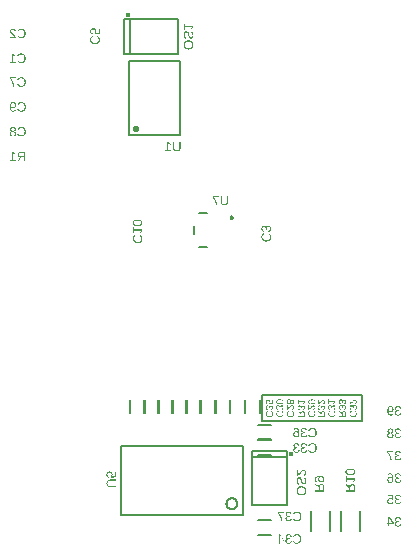
<source format=gbr>
G04 EAGLE Gerber RS-274X export*
G75*
%MOMM*%
%FSLAX34Y34*%
%LPD*%
%INSilkscreen Bottom*%
%IPPOS*%
%AMOC8*
5,1,8,0,0,1.08239X$1,22.5*%
G01*
G04 Define Apertures*
%ADD10C,0.150000*%
%ADD11C,0.152400*%
%ADD12C,0.127000*%
%ADD13C,0.552200*%
%ADD14C,0.400000*%
%ADD15C,0.200000*%
G36*
X46174Y435418D02*
X46457Y435441D01*
X46730Y435480D01*
X46993Y435534D01*
X47246Y435604D01*
X47489Y435689D01*
X47721Y435789D01*
X47944Y435906D01*
X48155Y436036D01*
X48354Y436180D01*
X48539Y436337D01*
X48711Y436508D01*
X48871Y436691D01*
X49017Y436888D01*
X49151Y437099D01*
X49271Y437322D01*
X49378Y437558D01*
X49471Y437804D01*
X49550Y438061D01*
X49614Y438328D01*
X49664Y438606D01*
X49699Y438895D01*
X49721Y439194D01*
X49728Y439504D01*
X49712Y439963D01*
X49664Y440396D01*
X49584Y440804D01*
X49473Y441186D01*
X49330Y441543D01*
X49154Y441874D01*
X48947Y442180D01*
X48709Y442460D01*
X48442Y442711D01*
X48150Y442928D01*
X47834Y443112D01*
X47493Y443263D01*
X47128Y443380D01*
X46739Y443463D01*
X46325Y443513D01*
X45886Y443530D01*
X45578Y443522D01*
X45282Y443499D01*
X44999Y443461D01*
X44730Y443407D01*
X44473Y443337D01*
X44229Y443253D01*
X43998Y443153D01*
X43781Y443037D01*
X43576Y442907D01*
X43386Y442761D01*
X43209Y442601D01*
X43047Y442425D01*
X42899Y442235D01*
X42764Y442030D01*
X42644Y441810D01*
X42537Y441576D01*
X43551Y441240D01*
X43709Y441564D01*
X43909Y441847D01*
X44150Y442090D01*
X44433Y442292D01*
X44751Y442452D01*
X45097Y442565D01*
X45472Y442634D01*
X45875Y442656D01*
X46194Y442643D01*
X46494Y442604D01*
X46776Y442538D01*
X47040Y442446D01*
X47286Y442327D01*
X47513Y442182D01*
X47722Y442011D01*
X47913Y441814D01*
X48084Y441593D01*
X48232Y441353D01*
X48357Y441094D01*
X48459Y440815D01*
X48539Y440516D01*
X48596Y440198D01*
X48630Y439861D01*
X48641Y439504D01*
X48630Y439150D01*
X48594Y438814D01*
X48535Y438496D01*
X48452Y438195D01*
X48345Y437913D01*
X48215Y437648D01*
X48060Y437401D01*
X47883Y437171D01*
X47685Y436964D01*
X47470Y436785D01*
X47238Y436634D01*
X46990Y436510D01*
X46725Y436413D01*
X46444Y436344D01*
X46145Y436303D01*
X45830Y436289D01*
X45626Y436296D01*
X45429Y436315D01*
X45238Y436347D01*
X45053Y436392D01*
X44703Y436520D01*
X44378Y436699D01*
X44080Y436930D01*
X43807Y437212D01*
X43560Y437545D01*
X43338Y437930D01*
X42465Y437493D01*
X42593Y437246D01*
X42733Y437014D01*
X42886Y436797D01*
X43051Y436596D01*
X43228Y436410D01*
X43417Y436238D01*
X43619Y436083D01*
X43834Y435942D01*
X44059Y435817D01*
X44292Y435709D01*
X44535Y435618D01*
X44787Y435543D01*
X45047Y435485D01*
X45316Y435443D01*
X45594Y435418D01*
X45881Y435410D01*
X46174Y435418D01*
G37*
G36*
X41155Y436379D02*
X39145Y436379D01*
X39145Y442449D01*
X40926Y441178D01*
X40926Y442130D01*
X39061Y443412D01*
X38131Y443412D01*
X38131Y436379D01*
X36211Y436379D01*
X36211Y435522D01*
X41155Y435522D01*
X41155Y436379D01*
G37*
G36*
X144962Y297427D02*
X145423Y297458D01*
X145851Y297510D01*
X146248Y297582D01*
X146613Y297675D01*
X146946Y297789D01*
X147247Y297924D01*
X147516Y298080D01*
X147754Y298258D01*
X147960Y298460D01*
X148134Y298686D01*
X148277Y298936D01*
X148387Y299210D01*
X148467Y299508D01*
X148514Y299831D01*
X148530Y300177D01*
X148514Y300514D01*
X148466Y300828D01*
X148386Y301120D01*
X148274Y301389D01*
X148130Y301634D01*
X147954Y301857D01*
X147745Y302058D01*
X147505Y302235D01*
X147234Y302390D01*
X146931Y302525D01*
X146598Y302639D01*
X146234Y302733D01*
X145839Y302805D01*
X145414Y302857D01*
X144957Y302888D01*
X144470Y302899D01*
X143990Y302888D01*
X143540Y302855D01*
X143119Y302801D01*
X142727Y302724D01*
X142364Y302626D01*
X142031Y302506D01*
X141727Y302365D01*
X141452Y302201D01*
X141207Y302017D01*
X140996Y301811D01*
X140817Y301585D01*
X140670Y301338D01*
X140556Y301071D01*
X140475Y300782D01*
X140426Y300473D01*
X140410Y300143D01*
X140426Y299814D01*
X140475Y299505D01*
X140556Y299218D01*
X140669Y298952D01*
X140815Y298707D01*
X140993Y298483D01*
X141203Y298281D01*
X141446Y298099D01*
X141720Y297939D01*
X142023Y297800D01*
X142357Y297683D01*
X142720Y297587D01*
X143113Y297512D01*
X143535Y297459D01*
X143988Y297427D01*
X144470Y297416D01*
X144962Y297427D01*
G37*
%LPC*%
G36*
X144064Y298442D02*
X143686Y298461D01*
X143337Y298493D01*
X143015Y298538D01*
X142722Y298596D01*
X142457Y298667D01*
X142220Y298751D01*
X142012Y298847D01*
X141829Y298957D01*
X141671Y299083D01*
X141537Y299224D01*
X141428Y299380D01*
X141343Y299551D01*
X141282Y299737D01*
X141245Y299938D01*
X141233Y300155D01*
X141246Y300370D01*
X141283Y300570D01*
X141345Y300755D01*
X141432Y300926D01*
X141544Y301082D01*
X141680Y301222D01*
X141842Y301348D01*
X142028Y301459D01*
X142240Y301556D01*
X142479Y301641D01*
X142744Y301712D01*
X143036Y301770D01*
X143355Y301815D01*
X143700Y301848D01*
X144072Y301867D01*
X144470Y301874D01*
X144882Y301868D01*
X145265Y301849D01*
X145619Y301818D01*
X145943Y301775D01*
X146237Y301720D01*
X146503Y301652D01*
X146739Y301571D01*
X146945Y301479D01*
X147125Y301372D01*
X147281Y301250D01*
X147413Y301111D01*
X147521Y300956D01*
X147604Y300785D01*
X147664Y300599D01*
X147700Y300396D01*
X147712Y300177D01*
X147701Y299953D01*
X147665Y299745D01*
X147606Y299553D01*
X147523Y299378D01*
X147417Y299220D01*
X147287Y299077D01*
X147134Y298951D01*
X146956Y298841D01*
X146752Y298746D01*
X146517Y298664D01*
X146252Y298594D01*
X145957Y298537D01*
X145631Y298492D01*
X145274Y298461D01*
X144887Y298442D01*
X144470Y298435D01*
X144064Y298442D01*
G37*
%LPD*%
G36*
X144963Y282910D02*
X145396Y282958D01*
X145804Y283038D01*
X146186Y283149D01*
X146543Y283292D01*
X146874Y283468D01*
X147180Y283675D01*
X147460Y283914D01*
X147711Y284181D01*
X147928Y284472D01*
X148112Y284788D01*
X148263Y285129D01*
X148380Y285494D01*
X148463Y285883D01*
X148513Y286297D01*
X148530Y286736D01*
X148522Y287044D01*
X148499Y287340D01*
X148461Y287623D01*
X148407Y287892D01*
X148337Y288149D01*
X148253Y288393D01*
X148153Y288624D01*
X148037Y288842D01*
X147907Y289046D01*
X147761Y289236D01*
X147601Y289413D01*
X147425Y289575D01*
X147235Y289724D01*
X147030Y289858D01*
X146810Y289978D01*
X146576Y290085D01*
X146240Y289071D01*
X146564Y288913D01*
X146847Y288713D01*
X147090Y288472D01*
X147292Y288189D01*
X147452Y287871D01*
X147565Y287525D01*
X147634Y287150D01*
X147656Y286747D01*
X147643Y286429D01*
X147604Y286128D01*
X147538Y285846D01*
X147446Y285582D01*
X147327Y285337D01*
X147182Y285109D01*
X147011Y284900D01*
X146814Y284709D01*
X146593Y284538D01*
X146353Y284390D01*
X146094Y284265D01*
X145815Y284163D01*
X145516Y284083D01*
X145198Y284026D01*
X144861Y283992D01*
X144504Y283981D01*
X144150Y283993D01*
X143814Y284028D01*
X143496Y284087D01*
X143195Y284170D01*
X142913Y284277D01*
X142648Y284408D01*
X142401Y284562D01*
X142171Y284740D01*
X141964Y284938D01*
X141785Y285152D01*
X141634Y285384D01*
X141510Y285632D01*
X141413Y285897D01*
X141344Y286179D01*
X141303Y286477D01*
X141289Y286792D01*
X141296Y286996D01*
X141315Y287193D01*
X141347Y287385D01*
X141392Y287569D01*
X141520Y287919D01*
X141699Y288244D01*
X141930Y288542D01*
X142212Y288815D01*
X142545Y289062D01*
X142930Y289284D01*
X142493Y290158D01*
X142246Y290030D01*
X142014Y289889D01*
X141797Y289737D01*
X141596Y289572D01*
X141410Y289394D01*
X141238Y289205D01*
X141083Y289003D01*
X140942Y288788D01*
X140817Y288563D01*
X140709Y288330D01*
X140618Y288087D01*
X140543Y287836D01*
X140485Y287575D01*
X140443Y287306D01*
X140418Y287028D01*
X140410Y286742D01*
X140418Y286448D01*
X140441Y286165D01*
X140480Y285892D01*
X140534Y285629D01*
X140604Y285376D01*
X140689Y285133D01*
X140789Y284901D01*
X140906Y284678D01*
X141036Y284467D01*
X141180Y284268D01*
X141337Y284083D01*
X141508Y283911D01*
X141691Y283751D01*
X141888Y283605D01*
X142099Y283471D01*
X142322Y283351D01*
X142558Y283244D01*
X142804Y283151D01*
X143061Y283073D01*
X143328Y283008D01*
X143606Y282959D01*
X143895Y282923D01*
X144194Y282901D01*
X144504Y282894D01*
X144963Y282910D01*
G37*
G36*
X141379Y293477D02*
X147449Y293477D01*
X146178Y291696D01*
X147130Y291696D01*
X148412Y293561D01*
X148412Y294491D01*
X141379Y294491D01*
X141379Y296412D01*
X140522Y296412D01*
X140522Y291467D01*
X141379Y291467D01*
X141379Y293477D01*
G37*
G36*
X46174Y456418D02*
X46457Y456441D01*
X46730Y456480D01*
X46993Y456534D01*
X47246Y456604D01*
X47489Y456689D01*
X47721Y456789D01*
X47944Y456906D01*
X48155Y457036D01*
X48354Y457180D01*
X48539Y457337D01*
X48711Y457508D01*
X48871Y457691D01*
X49017Y457888D01*
X49151Y458099D01*
X49271Y458322D01*
X49378Y458558D01*
X49471Y458804D01*
X49550Y459061D01*
X49614Y459328D01*
X49664Y459606D01*
X49699Y459895D01*
X49721Y460194D01*
X49728Y460504D01*
X49712Y460963D01*
X49664Y461396D01*
X49584Y461804D01*
X49473Y462186D01*
X49330Y462543D01*
X49154Y462874D01*
X48947Y463180D01*
X48709Y463460D01*
X48442Y463711D01*
X48150Y463928D01*
X47834Y464112D01*
X47493Y464263D01*
X47128Y464380D01*
X46739Y464463D01*
X46325Y464513D01*
X45886Y464530D01*
X45578Y464522D01*
X45282Y464499D01*
X44999Y464461D01*
X44730Y464407D01*
X44473Y464337D01*
X44229Y464253D01*
X43998Y464153D01*
X43781Y464037D01*
X43576Y463907D01*
X43386Y463761D01*
X43209Y463601D01*
X43047Y463425D01*
X42899Y463235D01*
X42764Y463030D01*
X42644Y462810D01*
X42537Y462576D01*
X43551Y462240D01*
X43709Y462564D01*
X43909Y462847D01*
X44150Y463090D01*
X44433Y463292D01*
X44751Y463452D01*
X45097Y463565D01*
X45472Y463634D01*
X45875Y463656D01*
X46194Y463643D01*
X46494Y463604D01*
X46776Y463538D01*
X47040Y463446D01*
X47286Y463327D01*
X47513Y463182D01*
X47722Y463011D01*
X47913Y462814D01*
X48084Y462593D01*
X48232Y462353D01*
X48357Y462094D01*
X48459Y461815D01*
X48539Y461516D01*
X48596Y461198D01*
X48630Y460861D01*
X48641Y460504D01*
X48630Y460150D01*
X48594Y459814D01*
X48535Y459496D01*
X48452Y459195D01*
X48345Y458913D01*
X48215Y458648D01*
X48060Y458401D01*
X47883Y458171D01*
X47685Y457964D01*
X47470Y457785D01*
X47238Y457634D01*
X46990Y457510D01*
X46725Y457413D01*
X46444Y457344D01*
X46145Y457303D01*
X45830Y457289D01*
X45626Y457296D01*
X45429Y457315D01*
X45238Y457347D01*
X45053Y457392D01*
X44703Y457520D01*
X44378Y457699D01*
X44080Y457930D01*
X43807Y458212D01*
X43560Y458545D01*
X43338Y458930D01*
X42465Y458493D01*
X42593Y458246D01*
X42733Y458014D01*
X42886Y457797D01*
X43051Y457596D01*
X43228Y457410D01*
X43417Y457238D01*
X43619Y457083D01*
X43834Y456942D01*
X44059Y456817D01*
X44292Y456709D01*
X44535Y456618D01*
X44787Y456543D01*
X45047Y456485D01*
X45316Y456443D01*
X45594Y456418D01*
X45881Y456410D01*
X46174Y456418D01*
G37*
G36*
X41452Y457233D02*
X41301Y457551D01*
X41135Y457850D01*
X40953Y458129D01*
X40755Y458390D01*
X40333Y458867D01*
X39890Y459297D01*
X39438Y459688D01*
X38991Y460050D01*
X38567Y460397D01*
X38187Y460744D01*
X37863Y461100D01*
X37727Y461284D01*
X37608Y461472D01*
X37511Y461669D01*
X37442Y461878D01*
X37400Y462100D01*
X37387Y462335D01*
X37410Y462641D01*
X37482Y462912D01*
X37601Y463145D01*
X37767Y463343D01*
X37976Y463500D01*
X38222Y463612D01*
X38506Y463679D01*
X38826Y463701D01*
X39134Y463679D01*
X39413Y463614D01*
X39664Y463504D01*
X39887Y463351D01*
X40074Y463158D01*
X40218Y462930D01*
X40319Y462667D01*
X40377Y462368D01*
X41407Y462464D01*
X41370Y462694D01*
X41315Y462913D01*
X41242Y463119D01*
X41150Y463313D01*
X41041Y463496D01*
X40913Y463666D01*
X40768Y463824D01*
X40604Y463970D01*
X40425Y464101D01*
X40233Y464215D01*
X40030Y464311D01*
X39813Y464390D01*
X39585Y464451D01*
X39344Y464495D01*
X39091Y464521D01*
X38826Y464530D01*
X38536Y464521D01*
X38264Y464495D01*
X38009Y464451D01*
X37771Y464389D01*
X37550Y464310D01*
X37347Y464213D01*
X37161Y464099D01*
X36992Y463967D01*
X36841Y463819D01*
X36711Y463656D01*
X36601Y463479D01*
X36511Y463286D01*
X36441Y463079D01*
X36391Y462857D01*
X36361Y462620D01*
X36351Y462368D01*
X36364Y462139D01*
X36403Y461911D01*
X36469Y461683D01*
X36561Y461456D01*
X36678Y461229D01*
X36822Y461002D01*
X36991Y460775D01*
X37185Y460548D01*
X37439Y460290D01*
X37788Y459970D01*
X38770Y459143D01*
X39348Y458642D01*
X39795Y458194D01*
X39972Y457984D01*
X40122Y457778D01*
X40246Y457577D01*
X40343Y457379D01*
X36227Y457379D01*
X36227Y456522D01*
X41452Y456522D01*
X41452Y457233D01*
G37*
G36*
X272823Y146598D02*
X273078Y146660D01*
X273309Y146764D01*
X273518Y146909D01*
X273696Y147086D01*
X273835Y147287D01*
X273935Y147510D01*
X273997Y147757D01*
X274013Y147757D01*
X274087Y147528D01*
X274193Y147325D01*
X274332Y147147D01*
X274504Y146995D01*
X274701Y146873D01*
X274914Y146786D01*
X275144Y146733D01*
X275390Y146716D01*
X275555Y146724D01*
X275711Y146748D01*
X275860Y146787D01*
X276001Y146842D01*
X276134Y146914D01*
X276259Y147000D01*
X276376Y147103D01*
X276485Y147222D01*
X276583Y147354D01*
X276668Y147496D01*
X276741Y147650D01*
X276800Y147814D01*
X276846Y147989D01*
X276878Y148175D01*
X276898Y148372D01*
X276905Y148579D01*
X276898Y148792D01*
X276879Y148993D01*
X276847Y149182D01*
X276802Y149360D01*
X276744Y149527D01*
X276673Y149682D01*
X276590Y149825D01*
X276493Y149958D01*
X276386Y150076D01*
X276270Y150179D01*
X276144Y150266D01*
X276010Y150337D01*
X275866Y150392D01*
X275714Y150432D01*
X275552Y150455D01*
X275381Y150463D01*
X275136Y150446D01*
X274906Y150393D01*
X274693Y150305D01*
X274496Y150182D01*
X274325Y150029D01*
X274318Y150020D01*
X274189Y149850D01*
X274088Y149645D01*
X274022Y149414D01*
X274005Y149414D01*
X273940Y149682D01*
X273839Y149918D01*
X273700Y150122D01*
X273540Y150280D01*
X273525Y150295D01*
X273318Y150433D01*
X273088Y150531D01*
X272833Y150590D01*
X272553Y150610D01*
X272354Y150602D01*
X272167Y150578D01*
X271990Y150537D01*
X271825Y150480D01*
X271671Y150407D01*
X271529Y150317D01*
X271397Y150212D01*
X271277Y150090D01*
X271170Y149953D01*
X271077Y149801D01*
X270999Y149636D01*
X270934Y149456D01*
X270884Y149262D01*
X270849Y149054D01*
X270827Y148832D01*
X270820Y148596D01*
X270827Y148365D01*
X270848Y148148D01*
X270883Y147943D01*
X270932Y147751D01*
X270995Y147572D01*
X271073Y147406D01*
X271164Y147253D01*
X271269Y147113D01*
X271387Y146987D01*
X271517Y146879D01*
X271659Y146787D01*
X271812Y146711D01*
X271978Y146653D01*
X272155Y146611D01*
X272344Y146586D01*
X272545Y146578D01*
X272823Y146598D01*
G37*
%LPC*%
G36*
X272321Y147378D02*
X272073Y147436D01*
X271864Y147533D01*
X271692Y147670D01*
X271558Y147845D01*
X271463Y148059D01*
X271406Y148312D01*
X271387Y148604D01*
X271405Y148893D01*
X271461Y149142D01*
X271553Y149353D01*
X271682Y149523D01*
X271852Y149655D01*
X272066Y149750D01*
X272323Y149807D01*
X272624Y149825D01*
X272882Y149805D01*
X273106Y149744D01*
X273297Y149641D01*
X273453Y149498D01*
X273575Y149318D01*
X273662Y149105D01*
X273715Y148858D01*
X273732Y148579D01*
X273713Y148307D01*
X273657Y148067D01*
X273563Y147858D01*
X273432Y147681D01*
X273268Y147540D01*
X273076Y147439D01*
X272856Y147378D01*
X272608Y147358D01*
X272321Y147378D01*
G37*
G36*
X275101Y147506D02*
X274892Y147560D01*
X274713Y147650D01*
X274565Y147776D01*
X274449Y147934D01*
X274365Y148122D01*
X274315Y148340D01*
X274299Y148588D01*
X274314Y148838D01*
X274360Y149057D01*
X274437Y149244D01*
X274544Y149400D01*
X274686Y149522D01*
X274866Y149609D01*
X275084Y149661D01*
X275339Y149679D01*
X275574Y149661D01*
X275778Y149610D01*
X275950Y149524D01*
X276092Y149404D01*
X276201Y149249D01*
X276280Y149060D01*
X276327Y148837D01*
X276342Y148579D01*
X276326Y148329D01*
X276279Y148110D01*
X276201Y147923D01*
X276090Y147767D01*
X275949Y147645D01*
X275777Y147558D01*
X275574Y147506D01*
X275339Y147488D01*
X275101Y147506D01*
G37*
%LPD*%
G36*
X274231Y135684D02*
X274556Y135720D01*
X274862Y135779D01*
X275148Y135863D01*
X275416Y135970D01*
X275664Y136101D01*
X275893Y136256D01*
X276103Y136435D01*
X276291Y136636D01*
X276454Y136854D01*
X276591Y137091D01*
X276704Y137346D01*
X276792Y137620D01*
X276854Y137911D01*
X276892Y138222D01*
X276905Y138550D01*
X276881Y139003D01*
X276812Y139417D01*
X276697Y139792D01*
X276535Y140128D01*
X276328Y140424D01*
X276077Y140678D01*
X275781Y140890D01*
X275440Y141060D01*
X275188Y140300D01*
X275431Y140182D01*
X275644Y140032D01*
X275826Y139851D01*
X275977Y139639D01*
X276096Y139401D01*
X276182Y139141D01*
X276233Y138861D01*
X276250Y138559D01*
X276240Y138320D01*
X276210Y138095D01*
X276161Y137884D01*
X276092Y137686D01*
X276003Y137502D01*
X275895Y137331D01*
X275766Y137175D01*
X275618Y137031D01*
X275453Y136903D01*
X275273Y136793D01*
X275079Y136699D01*
X274870Y136622D01*
X274646Y136563D01*
X274408Y136520D01*
X274155Y136494D01*
X273887Y136486D01*
X273622Y136495D01*
X273371Y136521D01*
X273132Y136566D01*
X272907Y136628D01*
X272695Y136708D01*
X272497Y136806D01*
X272312Y136921D01*
X272140Y137054D01*
X271985Y137203D01*
X271851Y137364D01*
X271737Y137537D01*
X271644Y137723D01*
X271572Y137922D01*
X271520Y138133D01*
X271489Y138356D01*
X271479Y138592D01*
X271498Y138893D01*
X271556Y139175D01*
X271652Y139437D01*
X271786Y139680D01*
X271959Y139904D01*
X272170Y140108D01*
X272420Y140294D01*
X272708Y140460D01*
X272381Y141114D01*
X272022Y140913D01*
X271709Y140675D01*
X271441Y140400D01*
X271219Y140088D01*
X271044Y139745D01*
X270920Y139374D01*
X270845Y138978D01*
X270826Y138769D01*
X270820Y138555D01*
X270843Y138123D01*
X270913Y137721D01*
X271029Y137350D01*
X271191Y137008D01*
X271397Y136701D01*
X271643Y136433D01*
X271928Y136204D01*
X272253Y136014D01*
X272614Y135864D01*
X273007Y135757D01*
X273431Y135693D01*
X273887Y135672D01*
X274231Y135684D01*
G37*
G36*
X271675Y141968D02*
X271899Y142093D01*
X272108Y142229D01*
X272303Y142378D01*
X272661Y142694D01*
X272983Y143026D01*
X273548Y143699D01*
X273808Y144017D01*
X274068Y144301D01*
X274334Y144544D01*
X274613Y144736D01*
X274761Y144808D01*
X274918Y144860D01*
X275084Y144891D01*
X275260Y144901D01*
X275489Y144884D01*
X275692Y144830D01*
X275867Y144741D01*
X276015Y144616D01*
X276132Y144460D01*
X276216Y144275D01*
X276267Y144063D01*
X276283Y143823D01*
X276267Y143592D01*
X276218Y143383D01*
X276136Y143195D01*
X276021Y143028D01*
X275877Y142888D01*
X275706Y142780D01*
X275509Y142704D01*
X275285Y142661D01*
X275356Y141889D01*
X275529Y141916D01*
X275693Y141958D01*
X275847Y142013D01*
X275993Y142081D01*
X276129Y142163D01*
X276257Y142259D01*
X276485Y142491D01*
X276668Y142768D01*
X276741Y142921D01*
X276800Y143083D01*
X276846Y143254D01*
X276878Y143435D01*
X276898Y143624D01*
X276905Y143823D01*
X276898Y144040D01*
X276878Y144244D01*
X276845Y144435D01*
X276799Y144614D01*
X276740Y144779D01*
X276667Y144931D01*
X276582Y145071D01*
X276483Y145197D01*
X276372Y145310D01*
X276250Y145408D01*
X276117Y145490D01*
X275972Y145558D01*
X275817Y145610D01*
X275651Y145648D01*
X275473Y145670D01*
X275285Y145678D01*
X275113Y145668D01*
X274942Y145638D01*
X274771Y145589D01*
X274601Y145520D01*
X274431Y145432D01*
X274261Y145325D01*
X273921Y145053D01*
X273488Y144600D01*
X272868Y143865D01*
X272493Y143432D01*
X272157Y143097D01*
X271846Y142852D01*
X271694Y142759D01*
X271546Y142686D01*
X271546Y145770D01*
X270904Y145770D01*
X270904Y141855D01*
X271437Y141855D01*
X271675Y141968D01*
G37*
G36*
X293141Y146615D02*
X293354Y146639D01*
X293555Y146680D01*
X293744Y146737D01*
X293920Y146810D01*
X294084Y146900D01*
X294235Y147005D01*
X294374Y147127D01*
X294498Y147264D01*
X294606Y147413D01*
X294697Y147575D01*
X294772Y147749D01*
X294830Y147937D01*
X294871Y148137D01*
X294896Y148349D01*
X294905Y148575D01*
X294893Y148814D01*
X294859Y149038D01*
X294802Y149247D01*
X294722Y149441D01*
X294619Y149621D01*
X294494Y149785D01*
X294346Y149934D01*
X294174Y150069D01*
X293980Y150188D01*
X293763Y150291D01*
X293524Y150378D01*
X293261Y150450D01*
X292975Y150505D01*
X292666Y150545D01*
X292334Y150569D01*
X291980Y150577D01*
X291610Y150568D01*
X291262Y150542D01*
X290937Y150498D01*
X290633Y150438D01*
X290351Y150359D01*
X290092Y150264D01*
X289854Y150151D01*
X289638Y150021D01*
X289447Y149874D01*
X289280Y149713D01*
X289140Y149537D01*
X289025Y149347D01*
X288935Y149141D01*
X288871Y148921D01*
X288833Y148686D01*
X288820Y148436D01*
X288838Y148107D01*
X288893Y147813D01*
X288984Y147553D01*
X289112Y147327D01*
X289280Y147133D01*
X289493Y146968D01*
X289751Y146834D01*
X290054Y146729D01*
X290167Y147450D01*
X289994Y147516D01*
X289844Y147598D01*
X289717Y147697D01*
X289613Y147813D01*
X289532Y147947D01*
X289475Y148097D01*
X289440Y148265D01*
X289429Y148449D01*
X289438Y148607D01*
X289466Y148756D01*
X289513Y148896D01*
X289580Y149026D01*
X289665Y149147D01*
X289768Y149259D01*
X289891Y149362D01*
X290033Y149456D01*
X290192Y149540D01*
X290367Y149613D01*
X290559Y149676D01*
X290766Y149728D01*
X291229Y149800D01*
X291757Y149830D01*
X291578Y149731D01*
X291417Y149602D01*
X291275Y149443D01*
X291151Y149255D01*
X291051Y149046D01*
X290980Y148828D01*
X290937Y148599D01*
X290922Y148361D01*
X290931Y148167D01*
X290956Y147982D01*
X290999Y147808D01*
X291059Y147643D01*
X291135Y147489D01*
X291229Y147344D01*
X291340Y147210D01*
X291468Y147085D01*
X291610Y146973D01*
X291763Y146876D01*
X291927Y146794D01*
X292103Y146727D01*
X292289Y146674D01*
X292487Y146637D01*
X292696Y146614D01*
X292916Y146607D01*
X293141Y146615D01*
G37*
%LPC*%
G36*
X292609Y147395D02*
X292337Y147454D01*
X292098Y147552D01*
X291894Y147690D01*
X291729Y147861D01*
X291612Y148060D01*
X291542Y148287D01*
X291518Y148541D01*
X291528Y148702D01*
X291555Y148857D01*
X291602Y149006D01*
X291667Y149150D01*
X291749Y149283D01*
X291847Y149401D01*
X291960Y149504D01*
X292089Y149593D01*
X292230Y149663D01*
X292381Y149714D01*
X292541Y149744D01*
X292710Y149754D01*
X293049Y149734D01*
X293354Y149672D01*
X293623Y149570D01*
X293858Y149427D01*
X294048Y149249D01*
X294183Y149044D01*
X294231Y148931D01*
X294265Y148811D01*
X294285Y148684D01*
X294292Y148550D01*
X294269Y148291D01*
X294199Y148062D01*
X294083Y147861D01*
X293921Y147690D01*
X293718Y147552D01*
X293484Y147454D01*
X293216Y147395D01*
X292916Y147375D01*
X292609Y147395D01*
G37*
%LPD*%
G36*
X292231Y135684D02*
X292556Y135720D01*
X292862Y135779D01*
X293148Y135863D01*
X293416Y135970D01*
X293664Y136101D01*
X293893Y136256D01*
X294103Y136435D01*
X294291Y136636D01*
X294454Y136854D01*
X294591Y137091D01*
X294704Y137346D01*
X294792Y137620D01*
X294854Y137911D01*
X294892Y138222D01*
X294905Y138550D01*
X294881Y139003D01*
X294812Y139417D01*
X294697Y139792D01*
X294535Y140128D01*
X294328Y140424D01*
X294077Y140678D01*
X293781Y140890D01*
X293440Y141060D01*
X293188Y140300D01*
X293431Y140182D01*
X293644Y140032D01*
X293826Y139851D01*
X293977Y139639D01*
X294096Y139401D01*
X294182Y139141D01*
X294233Y138861D01*
X294250Y138559D01*
X294240Y138320D01*
X294210Y138095D01*
X294161Y137884D01*
X294092Y137686D01*
X294003Y137502D01*
X293895Y137331D01*
X293766Y137175D01*
X293618Y137031D01*
X293453Y136903D01*
X293273Y136793D01*
X293079Y136699D01*
X292870Y136622D01*
X292646Y136563D01*
X292408Y136520D01*
X292155Y136494D01*
X291887Y136486D01*
X291622Y136495D01*
X291371Y136521D01*
X291132Y136566D01*
X290907Y136628D01*
X290695Y136708D01*
X290497Y136806D01*
X290312Y136921D01*
X290140Y137054D01*
X289985Y137203D01*
X289851Y137364D01*
X289737Y137537D01*
X289644Y137723D01*
X289572Y137922D01*
X289520Y138133D01*
X289489Y138356D01*
X289479Y138592D01*
X289498Y138893D01*
X289556Y139175D01*
X289652Y139437D01*
X289786Y139680D01*
X289959Y139904D01*
X290170Y140108D01*
X290420Y140294D01*
X290708Y140460D01*
X290381Y141114D01*
X290022Y140913D01*
X289709Y140675D01*
X289441Y140400D01*
X289219Y140088D01*
X289044Y139745D01*
X288920Y139374D01*
X288845Y138978D01*
X288826Y138769D01*
X288820Y138555D01*
X288843Y138123D01*
X288913Y137721D01*
X289029Y137350D01*
X289191Y137008D01*
X289397Y136701D01*
X289643Y136433D01*
X289928Y136204D01*
X290253Y136014D01*
X290614Y135864D01*
X291007Y135757D01*
X291431Y135693D01*
X291887Y135672D01*
X292231Y135684D01*
G37*
G36*
X289675Y141968D02*
X289899Y142093D01*
X290108Y142229D01*
X290303Y142378D01*
X290661Y142694D01*
X290983Y143026D01*
X291548Y143699D01*
X291808Y144017D01*
X292068Y144301D01*
X292334Y144544D01*
X292613Y144736D01*
X292761Y144808D01*
X292918Y144860D01*
X293084Y144891D01*
X293260Y144901D01*
X293489Y144884D01*
X293692Y144830D01*
X293867Y144741D01*
X294015Y144616D01*
X294132Y144460D01*
X294216Y144275D01*
X294267Y144063D01*
X294283Y143823D01*
X294267Y143592D01*
X294218Y143383D01*
X294136Y143195D01*
X294021Y143028D01*
X293877Y142888D01*
X293706Y142780D01*
X293509Y142704D01*
X293285Y142661D01*
X293356Y141889D01*
X293529Y141916D01*
X293693Y141958D01*
X293847Y142013D01*
X293993Y142081D01*
X294129Y142163D01*
X294257Y142259D01*
X294485Y142491D01*
X294668Y142768D01*
X294741Y142921D01*
X294800Y143083D01*
X294846Y143254D01*
X294878Y143435D01*
X294898Y143624D01*
X294905Y143823D01*
X294898Y144040D01*
X294878Y144244D01*
X294845Y144435D01*
X294799Y144614D01*
X294740Y144779D01*
X294667Y144931D01*
X294582Y145071D01*
X294483Y145197D01*
X294372Y145310D01*
X294250Y145408D01*
X294117Y145490D01*
X293972Y145558D01*
X293817Y145610D01*
X293651Y145648D01*
X293473Y145670D01*
X293285Y145678D01*
X293113Y145668D01*
X292942Y145638D01*
X292771Y145589D01*
X292601Y145520D01*
X292431Y145432D01*
X292261Y145325D01*
X291921Y145053D01*
X291488Y144600D01*
X290868Y143865D01*
X290493Y143432D01*
X290157Y143097D01*
X289846Y142852D01*
X289694Y142759D01*
X289546Y142686D01*
X289546Y145770D01*
X288904Y145770D01*
X288904Y141855D01*
X289437Y141855D01*
X289675Y141968D01*
G37*
G36*
X253791Y284248D02*
X254224Y284296D01*
X254632Y284376D01*
X255014Y284487D01*
X255371Y284631D01*
X255702Y284806D01*
X256008Y285013D01*
X256288Y285252D01*
X256539Y285519D01*
X256756Y285810D01*
X256940Y286126D01*
X257091Y286467D01*
X257208Y286832D01*
X257291Y287221D01*
X257341Y287635D01*
X257358Y288074D01*
X257350Y288383D01*
X257327Y288678D01*
X257289Y288961D01*
X257235Y289230D01*
X257165Y289487D01*
X257081Y289731D01*
X256981Y289962D01*
X256865Y290180D01*
X256735Y290384D01*
X256589Y290574D01*
X256429Y290751D01*
X256253Y290913D01*
X256063Y291062D01*
X255858Y291196D01*
X255638Y291316D01*
X255404Y291423D01*
X255068Y290409D01*
X255392Y290251D01*
X255675Y290051D01*
X255918Y289810D01*
X256120Y289527D01*
X256280Y289209D01*
X256393Y288863D01*
X256462Y288488D01*
X256484Y288085D01*
X256471Y287767D01*
X256432Y287466D01*
X256366Y287184D01*
X256274Y286920D01*
X256155Y286675D01*
X256010Y286447D01*
X255839Y286238D01*
X255642Y286047D01*
X255421Y285876D01*
X255181Y285728D01*
X254922Y285603D01*
X254643Y285501D01*
X254344Y285421D01*
X254026Y285364D01*
X253689Y285330D01*
X253332Y285319D01*
X252978Y285331D01*
X252642Y285366D01*
X252324Y285425D01*
X252023Y285508D01*
X251741Y285615D01*
X251476Y285746D01*
X251229Y285900D01*
X250999Y286078D01*
X250792Y286276D01*
X250613Y286490D01*
X250462Y286722D01*
X250338Y286970D01*
X250241Y287235D01*
X250172Y287517D01*
X250131Y287815D01*
X250117Y288130D01*
X250124Y288334D01*
X250143Y288532D01*
X250175Y288723D01*
X250220Y288907D01*
X250348Y289257D01*
X250527Y289582D01*
X250758Y289880D01*
X251040Y290153D01*
X251373Y290401D01*
X251758Y290622D01*
X251321Y291496D01*
X251074Y291368D01*
X250842Y291227D01*
X250625Y291075D01*
X250424Y290910D01*
X250238Y290732D01*
X250066Y290543D01*
X249911Y290341D01*
X249770Y290126D01*
X249645Y289901D01*
X249537Y289668D01*
X249446Y289425D01*
X249371Y289174D01*
X249313Y288913D01*
X249271Y288644D01*
X249246Y288366D01*
X249238Y288080D01*
X249246Y287786D01*
X249269Y287503D01*
X249308Y287230D01*
X249362Y286967D01*
X249432Y286714D01*
X249517Y286472D01*
X249617Y286239D01*
X249734Y286016D01*
X249864Y285805D01*
X250008Y285606D01*
X250165Y285421D01*
X250336Y285249D01*
X250519Y285089D01*
X250716Y284943D01*
X250927Y284809D01*
X251150Y284689D01*
X251386Y284582D01*
X251632Y284489D01*
X251889Y284411D01*
X252156Y284346D01*
X252434Y284297D01*
X252723Y284261D01*
X253022Y284240D01*
X253332Y284232D01*
X253791Y284248D01*
G37*
G36*
X251472Y293410D02*
X251144Y293481D01*
X250860Y293593D01*
X250619Y293746D01*
X250422Y293940D01*
X250269Y294176D01*
X250160Y294452D01*
X250094Y294770D01*
X250072Y295129D01*
X250096Y295489D01*
X250166Y295809D01*
X250283Y296087D01*
X250448Y296324D01*
X250547Y296426D01*
X250658Y296514D01*
X250780Y296589D01*
X250914Y296650D01*
X251059Y296697D01*
X251215Y296731D01*
X251383Y296752D01*
X251562Y296758D01*
X251719Y296751D01*
X251866Y296727D01*
X252005Y296689D01*
X252135Y296635D01*
X252257Y296565D01*
X252369Y296480D01*
X252472Y296379D01*
X252567Y296263D01*
X252652Y296132D01*
X252725Y295988D01*
X252787Y295829D01*
X252838Y295657D01*
X252906Y295272D01*
X252928Y294832D01*
X252928Y294261D01*
X253802Y294261D01*
X253802Y294810D01*
X253825Y295201D01*
X253892Y295545D01*
X254005Y295843D01*
X254163Y296095D01*
X254361Y296295D01*
X254473Y296373D01*
X254594Y296437D01*
X254723Y296487D01*
X254861Y296523D01*
X255008Y296544D01*
X255163Y296551D01*
X255463Y296528D01*
X255729Y296458D01*
X255962Y296342D01*
X256162Y296179D01*
X256323Y295970D01*
X256437Y295716D01*
X256506Y295417D01*
X256529Y295073D01*
X256508Y294756D01*
X256444Y294470D01*
X256337Y294217D01*
X256188Y293995D01*
X255999Y293811D01*
X255776Y293669D01*
X255518Y293571D01*
X255224Y293516D01*
X255303Y292502D01*
X255538Y292540D01*
X255761Y292595D01*
X255970Y292668D01*
X256165Y292759D01*
X256348Y292869D01*
X256517Y292996D01*
X256672Y293142D01*
X256815Y293306D01*
X256942Y293485D01*
X257052Y293677D01*
X257146Y293880D01*
X257222Y294096D01*
X257282Y294325D01*
X257324Y294566D01*
X257349Y294819D01*
X257358Y295084D01*
X257349Y295373D01*
X257323Y295645D01*
X257280Y295900D01*
X257220Y296139D01*
X257142Y296361D01*
X257048Y296567D01*
X256936Y296756D01*
X256806Y296929D01*
X256662Y297083D01*
X256503Y297217D01*
X256332Y297330D01*
X256146Y297423D01*
X255947Y297495D01*
X255735Y297546D01*
X255509Y297577D01*
X255269Y297587D01*
X255085Y297581D01*
X254909Y297561D01*
X254742Y297528D01*
X254584Y297482D01*
X254435Y297422D01*
X254294Y297349D01*
X254040Y297164D01*
X253822Y296929D01*
X253643Y296646D01*
X253502Y296314D01*
X253399Y295935D01*
X253376Y295935D01*
X253346Y296150D01*
X253304Y296353D01*
X253248Y296544D01*
X253180Y296722D01*
X253100Y296888D01*
X253007Y297042D01*
X252901Y297184D01*
X252783Y297313D01*
X252654Y297428D01*
X252517Y297528D01*
X252373Y297613D01*
X252220Y297682D01*
X252059Y297736D01*
X251890Y297775D01*
X251713Y297798D01*
X251528Y297806D01*
X251263Y297795D01*
X251013Y297762D01*
X250779Y297708D01*
X250560Y297632D01*
X250356Y297534D01*
X250168Y297415D01*
X249995Y297274D01*
X249837Y297111D01*
X249697Y296928D01*
X249575Y296727D01*
X249472Y296507D01*
X249388Y296268D01*
X249322Y296011D01*
X249275Y295736D01*
X249247Y295442D01*
X249238Y295129D01*
X249246Y294837D01*
X249272Y294560D01*
X249314Y294298D01*
X249373Y294052D01*
X249449Y293820D01*
X249542Y293604D01*
X249652Y293403D01*
X249778Y293216D01*
X249922Y293047D01*
X250081Y292896D01*
X250257Y292762D01*
X250448Y292647D01*
X250656Y292550D01*
X250880Y292471D01*
X251121Y292411D01*
X251377Y292368D01*
X251472Y293410D01*
G37*
G36*
X265231Y146548D02*
X265576Y146571D01*
X265897Y146610D01*
X266195Y146664D01*
X266468Y146734D01*
X266718Y146820D01*
X266943Y146921D01*
X267145Y147037D01*
X267323Y147170D01*
X267477Y147322D01*
X267608Y147491D01*
X267715Y147679D01*
X267798Y147884D01*
X267857Y148107D01*
X267893Y148349D01*
X267905Y148609D01*
X267893Y148861D01*
X267857Y149097D01*
X267797Y149315D01*
X267713Y149516D01*
X267605Y149701D01*
X267473Y149868D01*
X267317Y150018D01*
X267137Y150151D01*
X266933Y150267D01*
X266707Y150368D01*
X266457Y150454D01*
X266184Y150524D01*
X265888Y150578D01*
X265569Y150617D01*
X265227Y150640D01*
X264862Y150648D01*
X264503Y150640D01*
X264165Y150615D01*
X263850Y150574D01*
X263556Y150517D01*
X263284Y150444D01*
X263035Y150354D01*
X262807Y150248D01*
X262601Y150125D01*
X262418Y149987D01*
X262259Y149833D01*
X262125Y149664D01*
X262015Y149479D01*
X261930Y149278D01*
X261869Y149062D01*
X261832Y148830D01*
X261820Y148583D01*
X261832Y148336D01*
X261869Y148105D01*
X261929Y147890D01*
X262014Y147691D01*
X262123Y147507D01*
X262257Y147339D01*
X262414Y147188D01*
X262596Y147052D01*
X262802Y146932D01*
X263029Y146828D01*
X263279Y146740D01*
X263551Y146668D01*
X263845Y146612D01*
X264162Y146572D01*
X264501Y146548D01*
X264862Y146540D01*
X265231Y146548D01*
G37*
%LPC*%
G36*
X264275Y147323D02*
X263772Y147381D01*
X263553Y147424D01*
X263354Y147477D01*
X263177Y147540D01*
X263020Y147612D01*
X262883Y147695D01*
X262765Y147789D01*
X262665Y147894D01*
X262583Y148011D01*
X262519Y148139D01*
X262473Y148279D01*
X262446Y148430D01*
X262437Y148592D01*
X262446Y148753D01*
X262474Y148903D01*
X262521Y149042D01*
X262586Y149170D01*
X262670Y149286D01*
X262772Y149392D01*
X262893Y149486D01*
X263033Y149569D01*
X263192Y149642D01*
X263371Y149705D01*
X263788Y149802D01*
X264285Y149861D01*
X264862Y149880D01*
X265458Y149861D01*
X265966Y149806D01*
X266386Y149714D01*
X266562Y149653D01*
X266717Y149584D01*
X266852Y149504D01*
X266969Y149412D01*
X267067Y149308D01*
X267148Y149192D01*
X267211Y149064D01*
X267256Y148924D01*
X267283Y148772D01*
X267292Y148609D01*
X267283Y148441D01*
X267256Y148285D01*
X267212Y148141D01*
X267150Y148010D01*
X267071Y147891D01*
X266973Y147784D01*
X266858Y147690D01*
X266725Y147608D01*
X266572Y147536D01*
X266397Y147475D01*
X266198Y147422D01*
X265976Y147380D01*
X265465Y147323D01*
X264862Y147304D01*
X264275Y147323D01*
G37*
%LPD*%
G36*
X265231Y135684D02*
X265556Y135720D01*
X265862Y135779D01*
X266148Y135863D01*
X266416Y135970D01*
X266664Y136101D01*
X266893Y136256D01*
X267103Y136435D01*
X267291Y136636D01*
X267454Y136854D01*
X267591Y137091D01*
X267704Y137346D01*
X267792Y137620D01*
X267854Y137911D01*
X267892Y138222D01*
X267905Y138550D01*
X267881Y139003D01*
X267812Y139417D01*
X267697Y139792D01*
X267535Y140128D01*
X267328Y140424D01*
X267077Y140678D01*
X266781Y140890D01*
X266440Y141060D01*
X266188Y140300D01*
X266431Y140182D01*
X266644Y140032D01*
X266826Y139851D01*
X266977Y139639D01*
X267096Y139401D01*
X267182Y139141D01*
X267233Y138861D01*
X267250Y138559D01*
X267240Y138320D01*
X267210Y138095D01*
X267161Y137884D01*
X267092Y137686D01*
X267003Y137502D01*
X266895Y137331D01*
X266766Y137175D01*
X266618Y137031D01*
X266453Y136903D01*
X266273Y136793D01*
X266079Y136699D01*
X265870Y136622D01*
X265646Y136563D01*
X265408Y136520D01*
X265155Y136494D01*
X264887Y136486D01*
X264622Y136495D01*
X264371Y136521D01*
X264132Y136566D01*
X263907Y136628D01*
X263695Y136708D01*
X263497Y136806D01*
X263312Y136921D01*
X263140Y137054D01*
X262985Y137203D01*
X262851Y137364D01*
X262737Y137537D01*
X262644Y137723D01*
X262572Y137922D01*
X262520Y138133D01*
X262489Y138356D01*
X262479Y138592D01*
X262498Y138893D01*
X262556Y139175D01*
X262652Y139437D01*
X262786Y139680D01*
X262959Y139904D01*
X263170Y140108D01*
X263420Y140294D01*
X263708Y140460D01*
X263381Y141114D01*
X263022Y140913D01*
X262709Y140675D01*
X262441Y140400D01*
X262219Y140088D01*
X262044Y139745D01*
X261920Y139374D01*
X261845Y138978D01*
X261826Y138769D01*
X261820Y138555D01*
X261843Y138123D01*
X261913Y137721D01*
X262029Y137350D01*
X262191Y137008D01*
X262397Y136701D01*
X262643Y136433D01*
X262928Y136204D01*
X263253Y136014D01*
X263614Y135864D01*
X264007Y135757D01*
X264431Y135693D01*
X264887Y135672D01*
X265231Y135684D01*
G37*
G36*
X263494Y142531D02*
X263248Y142584D01*
X263035Y142668D01*
X262855Y142783D01*
X262708Y142928D01*
X262593Y143105D01*
X262511Y143312D01*
X262462Y143550D01*
X262445Y143819D01*
X262463Y144089D01*
X262516Y144328D01*
X262603Y144537D01*
X262726Y144715D01*
X262884Y144857D01*
X263076Y144959D01*
X263302Y145020D01*
X263561Y145040D01*
X263790Y145017D01*
X263991Y144947D01*
X264166Y144831D01*
X264315Y144669D01*
X264433Y144462D01*
X264518Y144215D01*
X264568Y143926D01*
X264585Y143596D01*
X264585Y143168D01*
X265240Y143168D01*
X265240Y143580D01*
X265257Y143873D01*
X265308Y144131D01*
X265392Y144354D01*
X265511Y144543D01*
X265659Y144692D01*
X265833Y144799D01*
X266033Y144863D01*
X266260Y144885D01*
X266484Y144867D01*
X266684Y144815D01*
X266859Y144728D01*
X267009Y144606D01*
X267129Y144449D01*
X267215Y144259D01*
X267266Y144035D01*
X267283Y143777D01*
X267267Y143539D01*
X267219Y143325D01*
X267140Y143135D01*
X267028Y142969D01*
X266886Y142831D01*
X266719Y142725D01*
X266526Y142652D01*
X266306Y142610D01*
X266365Y141851D01*
X266541Y141879D01*
X266708Y141920D01*
X266864Y141975D01*
X267011Y142043D01*
X267147Y142125D01*
X267274Y142221D01*
X267391Y142330D01*
X267497Y142453D01*
X267676Y142731D01*
X267746Y142883D01*
X267803Y143045D01*
X267847Y143216D01*
X267879Y143397D01*
X267898Y143586D01*
X267905Y143785D01*
X267898Y144002D01*
X267879Y144205D01*
X267846Y144397D01*
X267801Y144576D01*
X267743Y144742D01*
X267672Y144897D01*
X267588Y145038D01*
X267491Y145168D01*
X267383Y145284D01*
X267264Y145384D01*
X267135Y145468D01*
X266997Y145538D01*
X266848Y145592D01*
X266688Y145630D01*
X266519Y145653D01*
X266339Y145661D01*
X266069Y145641D01*
X265826Y145582D01*
X265609Y145483D01*
X265418Y145344D01*
X265255Y145168D01*
X265121Y144956D01*
X265015Y144707D01*
X264938Y144423D01*
X264921Y144423D01*
X264866Y144736D01*
X264774Y145013D01*
X264644Y145252D01*
X264476Y145455D01*
X264277Y145617D01*
X264055Y145732D01*
X263807Y145802D01*
X263536Y145825D01*
X263338Y145817D01*
X263150Y145792D01*
X262975Y145751D01*
X262810Y145695D01*
X262658Y145621D01*
X262517Y145532D01*
X262387Y145426D01*
X262269Y145304D01*
X262164Y145167D01*
X262073Y145016D01*
X261995Y144852D01*
X261932Y144673D01*
X261883Y144480D01*
X261848Y144274D01*
X261827Y144053D01*
X261820Y143819D01*
X261826Y143600D01*
X261845Y143393D01*
X261877Y143196D01*
X261921Y143012D01*
X261978Y142838D01*
X262048Y142676D01*
X262130Y142525D01*
X262225Y142386D01*
X262332Y142259D01*
X262452Y142146D01*
X262583Y142046D01*
X262727Y141959D01*
X262883Y141887D01*
X263051Y141828D01*
X263231Y141782D01*
X263423Y141750D01*
X263494Y142531D01*
G37*
G36*
X309231Y135684D02*
X309556Y135720D01*
X309862Y135779D01*
X310148Y135863D01*
X310416Y135970D01*
X310664Y136101D01*
X310893Y136256D01*
X311103Y136435D01*
X311291Y136636D01*
X311454Y136854D01*
X311591Y137091D01*
X311704Y137346D01*
X311792Y137620D01*
X311854Y137911D01*
X311892Y138222D01*
X311905Y138550D01*
X311881Y139003D01*
X311812Y139417D01*
X311697Y139792D01*
X311535Y140128D01*
X311328Y140424D01*
X311077Y140678D01*
X310781Y140890D01*
X310440Y141060D01*
X310188Y140300D01*
X310431Y140182D01*
X310644Y140032D01*
X310826Y139851D01*
X310977Y139639D01*
X311096Y139401D01*
X311182Y139141D01*
X311233Y138861D01*
X311250Y138559D01*
X311240Y138320D01*
X311210Y138095D01*
X311161Y137884D01*
X311092Y137686D01*
X311003Y137502D01*
X310895Y137331D01*
X310766Y137175D01*
X310618Y137031D01*
X310453Y136903D01*
X310273Y136793D01*
X310079Y136699D01*
X309870Y136622D01*
X309646Y136563D01*
X309408Y136520D01*
X309155Y136494D01*
X308887Y136486D01*
X308622Y136495D01*
X308371Y136521D01*
X308132Y136566D01*
X307907Y136628D01*
X307695Y136708D01*
X307497Y136806D01*
X307312Y136921D01*
X307140Y137054D01*
X306985Y137203D01*
X306851Y137364D01*
X306737Y137537D01*
X306644Y137723D01*
X306572Y137922D01*
X306520Y138133D01*
X306489Y138356D01*
X306479Y138592D01*
X306498Y138893D01*
X306556Y139175D01*
X306652Y139437D01*
X306786Y139680D01*
X306959Y139904D01*
X307170Y140108D01*
X307420Y140294D01*
X307708Y140460D01*
X307381Y141114D01*
X307022Y140913D01*
X306709Y140675D01*
X306441Y140400D01*
X306219Y140088D01*
X306044Y139745D01*
X305920Y139374D01*
X305845Y138978D01*
X305826Y138769D01*
X305820Y138555D01*
X305843Y138123D01*
X305913Y137721D01*
X306029Y137350D01*
X306191Y137008D01*
X306397Y136701D01*
X306643Y136433D01*
X306928Y136204D01*
X307253Y136014D01*
X307614Y135864D01*
X308007Y135757D01*
X308431Y135693D01*
X308887Y135672D01*
X309231Y135684D01*
G37*
G36*
X307494Y142531D02*
X307248Y142584D01*
X307035Y142668D01*
X306855Y142783D01*
X306708Y142928D01*
X306593Y143105D01*
X306511Y143312D01*
X306462Y143550D01*
X306445Y143819D01*
X306463Y144089D01*
X306516Y144328D01*
X306603Y144537D01*
X306726Y144715D01*
X306884Y144857D01*
X307076Y144959D01*
X307302Y145020D01*
X307561Y145040D01*
X307790Y145017D01*
X307991Y144947D01*
X308166Y144831D01*
X308315Y144669D01*
X308433Y144462D01*
X308518Y144215D01*
X308568Y143926D01*
X308585Y143596D01*
X308585Y143168D01*
X309240Y143168D01*
X309240Y143580D01*
X309257Y143873D01*
X309308Y144131D01*
X309392Y144354D01*
X309511Y144543D01*
X309659Y144692D01*
X309833Y144799D01*
X310033Y144863D01*
X310260Y144885D01*
X310484Y144867D01*
X310684Y144815D01*
X310859Y144728D01*
X311009Y144606D01*
X311129Y144449D01*
X311215Y144259D01*
X311266Y144035D01*
X311283Y143777D01*
X311267Y143539D01*
X311219Y143325D01*
X311140Y143135D01*
X311028Y142969D01*
X310886Y142831D01*
X310719Y142725D01*
X310526Y142652D01*
X310306Y142610D01*
X310365Y141851D01*
X310541Y141879D01*
X310708Y141920D01*
X310864Y141975D01*
X311011Y142043D01*
X311147Y142125D01*
X311274Y142221D01*
X311391Y142330D01*
X311497Y142453D01*
X311676Y142731D01*
X311746Y142883D01*
X311803Y143045D01*
X311847Y143216D01*
X311879Y143397D01*
X311898Y143586D01*
X311905Y143785D01*
X311898Y144002D01*
X311879Y144205D01*
X311846Y144397D01*
X311801Y144576D01*
X311743Y144742D01*
X311672Y144897D01*
X311588Y145038D01*
X311491Y145168D01*
X311383Y145284D01*
X311264Y145384D01*
X311135Y145468D01*
X310997Y145538D01*
X310848Y145592D01*
X310688Y145630D01*
X310519Y145653D01*
X310339Y145661D01*
X310069Y145641D01*
X309826Y145582D01*
X309609Y145483D01*
X309418Y145344D01*
X309255Y145168D01*
X309121Y144956D01*
X309015Y144707D01*
X308938Y144423D01*
X308921Y144423D01*
X308866Y144736D01*
X308774Y145013D01*
X308644Y145252D01*
X308476Y145455D01*
X308277Y145617D01*
X308055Y145732D01*
X307807Y145802D01*
X307536Y145825D01*
X307338Y145817D01*
X307150Y145792D01*
X306975Y145751D01*
X306810Y145695D01*
X306658Y145621D01*
X306517Y145532D01*
X306387Y145426D01*
X306269Y145304D01*
X306164Y145167D01*
X306073Y145016D01*
X305995Y144852D01*
X305932Y144673D01*
X305883Y144480D01*
X305848Y144274D01*
X305827Y144053D01*
X305820Y143819D01*
X305826Y143600D01*
X305845Y143393D01*
X305877Y143196D01*
X305921Y143012D01*
X305978Y142838D01*
X306048Y142676D01*
X306130Y142525D01*
X306225Y142386D01*
X306332Y142259D01*
X306452Y142146D01*
X306583Y142046D01*
X306727Y141959D01*
X306883Y141887D01*
X307051Y141828D01*
X307231Y141782D01*
X307423Y141750D01*
X307494Y142531D01*
G37*
G36*
X306546Y148365D02*
X311095Y148365D01*
X310142Y147031D01*
X310855Y147031D01*
X311816Y148428D01*
X311816Y149125D01*
X306546Y149125D01*
X306546Y150564D01*
X305904Y150564D01*
X305904Y146859D01*
X306546Y146859D01*
X306546Y148365D01*
G37*
G36*
X327231Y135684D02*
X327556Y135720D01*
X327862Y135779D01*
X328148Y135863D01*
X328416Y135970D01*
X328664Y136101D01*
X328893Y136256D01*
X329103Y136435D01*
X329291Y136636D01*
X329454Y136854D01*
X329591Y137091D01*
X329704Y137346D01*
X329792Y137620D01*
X329854Y137911D01*
X329892Y138222D01*
X329905Y138550D01*
X329881Y139003D01*
X329812Y139417D01*
X329697Y139792D01*
X329535Y140128D01*
X329328Y140424D01*
X329077Y140678D01*
X328781Y140890D01*
X328440Y141060D01*
X328188Y140300D01*
X328431Y140182D01*
X328644Y140032D01*
X328826Y139851D01*
X328977Y139639D01*
X329096Y139401D01*
X329182Y139141D01*
X329233Y138861D01*
X329250Y138559D01*
X329240Y138320D01*
X329210Y138095D01*
X329161Y137884D01*
X329092Y137686D01*
X329003Y137502D01*
X328895Y137331D01*
X328766Y137175D01*
X328618Y137031D01*
X328453Y136903D01*
X328273Y136793D01*
X328079Y136699D01*
X327870Y136622D01*
X327646Y136563D01*
X327408Y136520D01*
X327155Y136494D01*
X326887Y136486D01*
X326622Y136495D01*
X326371Y136521D01*
X326132Y136566D01*
X325907Y136628D01*
X325695Y136708D01*
X325497Y136806D01*
X325312Y136921D01*
X325140Y137054D01*
X324985Y137203D01*
X324851Y137364D01*
X324737Y137537D01*
X324644Y137723D01*
X324572Y137922D01*
X324520Y138133D01*
X324489Y138356D01*
X324479Y138592D01*
X324498Y138893D01*
X324556Y139175D01*
X324652Y139437D01*
X324786Y139680D01*
X324959Y139904D01*
X325170Y140108D01*
X325420Y140294D01*
X325708Y140460D01*
X325381Y141114D01*
X325022Y140913D01*
X324709Y140675D01*
X324441Y140400D01*
X324219Y140088D01*
X324044Y139745D01*
X323920Y139374D01*
X323845Y138978D01*
X323826Y138769D01*
X323820Y138555D01*
X323843Y138123D01*
X323913Y137721D01*
X324029Y137350D01*
X324191Y137008D01*
X324397Y136701D01*
X324643Y136433D01*
X324928Y136204D01*
X325253Y136014D01*
X325614Y135864D01*
X326007Y135757D01*
X326431Y135693D01*
X326887Y135672D01*
X327231Y135684D01*
G37*
G36*
X325494Y142531D02*
X325248Y142584D01*
X325035Y142668D01*
X324855Y142783D01*
X324708Y142928D01*
X324593Y143105D01*
X324511Y143312D01*
X324462Y143550D01*
X324445Y143819D01*
X324463Y144089D01*
X324516Y144328D01*
X324603Y144537D01*
X324726Y144715D01*
X324884Y144857D01*
X325076Y144959D01*
X325302Y145020D01*
X325561Y145040D01*
X325790Y145017D01*
X325991Y144947D01*
X326166Y144831D01*
X326315Y144669D01*
X326433Y144462D01*
X326518Y144215D01*
X326568Y143926D01*
X326585Y143596D01*
X326585Y143168D01*
X327240Y143168D01*
X327240Y143580D01*
X327257Y143873D01*
X327308Y144131D01*
X327392Y144354D01*
X327511Y144543D01*
X327659Y144692D01*
X327833Y144799D01*
X328033Y144863D01*
X328260Y144885D01*
X328484Y144867D01*
X328684Y144815D01*
X328859Y144728D01*
X329009Y144606D01*
X329129Y144449D01*
X329215Y144259D01*
X329266Y144035D01*
X329283Y143777D01*
X329267Y143539D01*
X329219Y143325D01*
X329140Y143135D01*
X329028Y142969D01*
X328886Y142831D01*
X328719Y142725D01*
X328526Y142652D01*
X328306Y142610D01*
X328365Y141851D01*
X328541Y141879D01*
X328708Y141920D01*
X328864Y141975D01*
X329011Y142043D01*
X329147Y142125D01*
X329274Y142221D01*
X329391Y142330D01*
X329497Y142453D01*
X329676Y142731D01*
X329746Y142883D01*
X329803Y143045D01*
X329847Y143216D01*
X329879Y143397D01*
X329898Y143586D01*
X329905Y143785D01*
X329898Y144002D01*
X329879Y144205D01*
X329846Y144397D01*
X329801Y144576D01*
X329743Y144742D01*
X329672Y144897D01*
X329588Y145038D01*
X329491Y145168D01*
X329383Y145284D01*
X329264Y145384D01*
X329135Y145468D01*
X328997Y145538D01*
X328848Y145592D01*
X328688Y145630D01*
X328519Y145653D01*
X328339Y145661D01*
X328069Y145641D01*
X327826Y145582D01*
X327609Y145483D01*
X327418Y145344D01*
X327255Y145168D01*
X327121Y144956D01*
X327015Y144707D01*
X326938Y144423D01*
X326921Y144423D01*
X326866Y144736D01*
X326774Y145013D01*
X326644Y145252D01*
X326476Y145455D01*
X326277Y145617D01*
X326055Y145732D01*
X325807Y145802D01*
X325536Y145825D01*
X325338Y145817D01*
X325150Y145792D01*
X324975Y145751D01*
X324810Y145695D01*
X324658Y145621D01*
X324517Y145532D01*
X324387Y145426D01*
X324269Y145304D01*
X324164Y145167D01*
X324073Y145016D01*
X323995Y144852D01*
X323932Y144673D01*
X323883Y144480D01*
X323848Y144274D01*
X323827Y144053D01*
X323820Y143819D01*
X323826Y143600D01*
X323845Y143393D01*
X323877Y143196D01*
X323921Y143012D01*
X323978Y142838D01*
X324048Y142676D01*
X324130Y142525D01*
X324225Y142386D01*
X324332Y142259D01*
X324452Y142146D01*
X324583Y142046D01*
X324727Y141959D01*
X324883Y141887D01*
X325051Y141828D01*
X325231Y141782D01*
X325423Y141750D01*
X325494Y142531D01*
G37*
G36*
X324675Y146749D02*
X324899Y146874D01*
X325108Y147010D01*
X325303Y147159D01*
X325661Y147475D01*
X325983Y147807D01*
X326548Y148481D01*
X326808Y148798D01*
X327068Y149083D01*
X327334Y149326D01*
X327613Y149517D01*
X327761Y149590D01*
X327918Y149641D01*
X328084Y149672D01*
X328260Y149683D01*
X328489Y149665D01*
X328692Y149611D01*
X328867Y149522D01*
X329015Y149397D01*
X329132Y149241D01*
X329216Y149056D01*
X329267Y148844D01*
X329283Y148604D01*
X329267Y148374D01*
X329218Y148164D01*
X329136Y147976D01*
X329021Y147809D01*
X328877Y147669D01*
X328706Y147561D01*
X328509Y147485D01*
X328285Y147442D01*
X328356Y146670D01*
X328529Y146698D01*
X328693Y146739D01*
X328847Y146794D01*
X328993Y146862D01*
X329129Y146944D01*
X329257Y147040D01*
X329485Y147272D01*
X329668Y147550D01*
X329741Y147702D01*
X329800Y147864D01*
X329846Y148035D01*
X329878Y148216D01*
X329898Y148405D01*
X329905Y148604D01*
X329898Y148821D01*
X329878Y149025D01*
X329845Y149217D01*
X329799Y149395D01*
X329740Y149560D01*
X329667Y149713D01*
X329582Y149852D01*
X329483Y149979D01*
X329372Y150091D01*
X329250Y150189D01*
X329117Y150271D01*
X328972Y150339D01*
X328817Y150391D01*
X328651Y150429D01*
X328473Y150452D01*
X328285Y150459D01*
X328113Y150449D01*
X327942Y150420D01*
X327771Y150371D01*
X327601Y150302D01*
X327431Y150213D01*
X327261Y150106D01*
X326921Y149834D01*
X326488Y149382D01*
X325868Y148646D01*
X325493Y148213D01*
X325157Y147878D01*
X324846Y147633D01*
X324694Y147540D01*
X324546Y147467D01*
X324546Y150551D01*
X323904Y150551D01*
X323904Y146636D01*
X324437Y146636D01*
X324675Y146749D01*
G37*
G36*
X292552Y105418D02*
X292835Y105441D01*
X293108Y105480D01*
X293371Y105534D01*
X293624Y105604D01*
X293867Y105689D01*
X294099Y105789D01*
X294322Y105906D01*
X294533Y106036D01*
X294732Y106180D01*
X294917Y106337D01*
X295089Y106508D01*
X295249Y106691D01*
X295395Y106888D01*
X295529Y107099D01*
X295649Y107322D01*
X295756Y107558D01*
X295849Y107804D01*
X295927Y108061D01*
X295992Y108328D01*
X296042Y108606D01*
X296077Y108895D01*
X296099Y109194D01*
X296106Y109504D01*
X296090Y109963D01*
X296042Y110396D01*
X295962Y110804D01*
X295851Y111186D01*
X295708Y111543D01*
X295532Y111874D01*
X295325Y112180D01*
X295087Y112460D01*
X294819Y112711D01*
X294528Y112928D01*
X294212Y113112D01*
X293871Y113263D01*
X293506Y113380D01*
X293117Y113463D01*
X292703Y113513D01*
X292264Y113530D01*
X291956Y113522D01*
X291660Y113499D01*
X291377Y113461D01*
X291108Y113407D01*
X290851Y113337D01*
X290607Y113253D01*
X290376Y113153D01*
X290159Y113037D01*
X289954Y112907D01*
X289764Y112761D01*
X289587Y112601D01*
X289425Y112425D01*
X289277Y112235D01*
X289142Y112030D01*
X289022Y111810D01*
X288915Y111576D01*
X289929Y111240D01*
X290087Y111564D01*
X290287Y111847D01*
X290528Y112090D01*
X290811Y112292D01*
X291129Y112452D01*
X291475Y112565D01*
X291850Y112634D01*
X292253Y112656D01*
X292571Y112643D01*
X292872Y112604D01*
X293154Y112538D01*
X293418Y112446D01*
X293663Y112327D01*
X293891Y112182D01*
X294100Y112011D01*
X294291Y111814D01*
X294462Y111593D01*
X294610Y111353D01*
X294735Y111094D01*
X294837Y110815D01*
X294917Y110516D01*
X294974Y110198D01*
X295008Y109861D01*
X295019Y109504D01*
X295007Y109150D01*
X294972Y108814D01*
X294913Y108496D01*
X294830Y108195D01*
X294723Y107913D01*
X294592Y107648D01*
X294438Y107401D01*
X294261Y107171D01*
X294062Y106964D01*
X293848Y106785D01*
X293616Y106634D01*
X293368Y106510D01*
X293103Y106413D01*
X292821Y106344D01*
X292523Y106303D01*
X292208Y106289D01*
X292004Y106296D01*
X291807Y106315D01*
X291615Y106347D01*
X291431Y106392D01*
X291081Y106520D01*
X290756Y106699D01*
X290458Y106930D01*
X290185Y107212D01*
X289938Y107545D01*
X289716Y107930D01*
X288843Y107493D01*
X288970Y107246D01*
X289111Y107014D01*
X289263Y106797D01*
X289428Y106596D01*
X289606Y106410D01*
X289795Y106238D01*
X289997Y106083D01*
X290212Y105942D01*
X290437Y105817D01*
X290670Y105709D01*
X290913Y105618D01*
X291164Y105543D01*
X291425Y105485D01*
X291694Y105443D01*
X291972Y105418D01*
X292259Y105410D01*
X292552Y105418D01*
G37*
G36*
X279126Y105418D02*
X279403Y105444D01*
X279665Y105486D01*
X279912Y105545D01*
X280143Y105621D01*
X280359Y105714D01*
X280561Y105824D01*
X280747Y105950D01*
X280916Y106094D01*
X281067Y106253D01*
X281201Y106429D01*
X281316Y106620D01*
X281413Y106828D01*
X281492Y107052D01*
X281552Y107293D01*
X281595Y107549D01*
X280553Y107644D01*
X280482Y107316D01*
X280370Y107032D01*
X280217Y106791D01*
X280023Y106594D01*
X279787Y106441D01*
X279511Y106332D01*
X279193Y106266D01*
X278834Y106244D01*
X278474Y106268D01*
X278155Y106338D01*
X277876Y106455D01*
X277639Y106620D01*
X277537Y106719D01*
X277449Y106830D01*
X277374Y106952D01*
X277313Y107086D01*
X277266Y107231D01*
X277232Y107387D01*
X277211Y107555D01*
X277205Y107734D01*
X277212Y107891D01*
X277236Y108038D01*
X277274Y108177D01*
X277329Y108307D01*
X277398Y108429D01*
X277483Y108541D01*
X277584Y108644D01*
X277700Y108739D01*
X277831Y108824D01*
X277976Y108897D01*
X278134Y108959D01*
X278306Y109010D01*
X278691Y109078D01*
X279131Y109100D01*
X279702Y109100D01*
X279702Y109974D01*
X279153Y109974D01*
X278762Y109997D01*
X278418Y110064D01*
X278120Y110177D01*
X277868Y110335D01*
X277669Y110533D01*
X277590Y110645D01*
X277526Y110766D01*
X277476Y110895D01*
X277440Y111033D01*
X277419Y111180D01*
X277412Y111335D01*
X277435Y111635D01*
X277505Y111901D01*
X277621Y112134D01*
X277784Y112334D01*
X277993Y112495D01*
X278247Y112609D01*
X278546Y112678D01*
X278890Y112701D01*
X279208Y112680D01*
X279493Y112616D01*
X279747Y112509D01*
X279968Y112360D01*
X280153Y112171D01*
X280294Y111948D01*
X280392Y111690D01*
X280447Y111396D01*
X281461Y111475D01*
X281424Y111710D01*
X281368Y111933D01*
X281295Y112142D01*
X281204Y112337D01*
X281094Y112520D01*
X280967Y112689D01*
X280821Y112844D01*
X280657Y112987D01*
X280478Y113114D01*
X280287Y113224D01*
X280083Y113318D01*
X279867Y113394D01*
X279638Y113454D01*
X279398Y113496D01*
X279144Y113521D01*
X278879Y113530D01*
X278591Y113521D01*
X278319Y113495D01*
X278063Y113452D01*
X277824Y113392D01*
X277602Y113314D01*
X277396Y113220D01*
X277207Y113108D01*
X277034Y112978D01*
X276880Y112834D01*
X276746Y112675D01*
X276633Y112504D01*
X276540Y112318D01*
X276468Y112119D01*
X276417Y111907D01*
X276386Y111681D01*
X276376Y111441D01*
X276382Y111257D01*
X276402Y111081D01*
X276435Y110914D01*
X276482Y110756D01*
X276541Y110607D01*
X276614Y110466D01*
X276799Y110212D01*
X277034Y109994D01*
X277317Y109815D01*
X277649Y109674D01*
X278028Y109571D01*
X278028Y109548D01*
X277813Y109518D01*
X277610Y109476D01*
X277419Y109420D01*
X277241Y109352D01*
X277075Y109272D01*
X276921Y109179D01*
X276780Y109073D01*
X276650Y108955D01*
X276535Y108826D01*
X276435Y108689D01*
X276350Y108545D01*
X276281Y108392D01*
X276227Y108231D01*
X276188Y108062D01*
X276165Y107885D01*
X276157Y107700D01*
X276168Y107435D01*
X276201Y107185D01*
X276255Y106951D01*
X276331Y106732D01*
X276429Y106528D01*
X276548Y106340D01*
X276689Y106167D01*
X276852Y106009D01*
X277035Y105869D01*
X277236Y105747D01*
X277456Y105644D01*
X277695Y105560D01*
X277952Y105494D01*
X278227Y105447D01*
X278522Y105419D01*
X278834Y105410D01*
X279126Y105418D01*
G37*
G36*
X285501Y105418D02*
X285778Y105444D01*
X286040Y105486D01*
X286287Y105545D01*
X286518Y105621D01*
X286734Y105714D01*
X286936Y105824D01*
X287122Y105950D01*
X287291Y106094D01*
X287442Y106253D01*
X287576Y106429D01*
X287691Y106620D01*
X287788Y106828D01*
X287867Y107052D01*
X287927Y107293D01*
X287970Y107549D01*
X286928Y107644D01*
X286857Y107316D01*
X286745Y107032D01*
X286592Y106791D01*
X286398Y106594D01*
X286162Y106441D01*
X285886Y106332D01*
X285568Y106266D01*
X285209Y106244D01*
X284849Y106268D01*
X284530Y106338D01*
X284251Y106455D01*
X284014Y106620D01*
X283912Y106719D01*
X283824Y106830D01*
X283749Y106952D01*
X283688Y107086D01*
X283641Y107231D01*
X283607Y107387D01*
X283586Y107555D01*
X283580Y107734D01*
X283587Y107891D01*
X283611Y108038D01*
X283649Y108177D01*
X283704Y108307D01*
X283773Y108429D01*
X283858Y108541D01*
X283959Y108644D01*
X284075Y108739D01*
X284206Y108824D01*
X284351Y108897D01*
X284509Y108959D01*
X284681Y109010D01*
X285066Y109078D01*
X285506Y109100D01*
X286077Y109100D01*
X286077Y109974D01*
X285528Y109974D01*
X285137Y109997D01*
X284793Y110064D01*
X284495Y110177D01*
X284243Y110335D01*
X284044Y110533D01*
X283965Y110645D01*
X283901Y110766D01*
X283851Y110895D01*
X283815Y111033D01*
X283794Y111180D01*
X283787Y111335D01*
X283810Y111635D01*
X283880Y111901D01*
X283996Y112134D01*
X284159Y112334D01*
X284368Y112495D01*
X284622Y112609D01*
X284921Y112678D01*
X285265Y112701D01*
X285583Y112680D01*
X285868Y112616D01*
X286122Y112509D01*
X286343Y112360D01*
X286528Y112171D01*
X286669Y111948D01*
X286767Y111690D01*
X286822Y111396D01*
X287836Y111475D01*
X287799Y111710D01*
X287743Y111933D01*
X287670Y112142D01*
X287579Y112337D01*
X287469Y112520D01*
X287342Y112689D01*
X287196Y112844D01*
X287032Y112987D01*
X286853Y113114D01*
X286662Y113224D01*
X286458Y113318D01*
X286242Y113394D01*
X286013Y113454D01*
X285773Y113496D01*
X285519Y113521D01*
X285254Y113530D01*
X284966Y113521D01*
X284694Y113495D01*
X284438Y113452D01*
X284199Y113392D01*
X283977Y113314D01*
X283771Y113220D01*
X283582Y113108D01*
X283409Y112978D01*
X283255Y112834D01*
X283121Y112675D01*
X283008Y112504D01*
X282915Y112318D01*
X282843Y112119D01*
X282792Y111907D01*
X282761Y111681D01*
X282751Y111441D01*
X282757Y111257D01*
X282777Y111081D01*
X282810Y110914D01*
X282857Y110756D01*
X282916Y110607D01*
X282989Y110466D01*
X283174Y110212D01*
X283409Y109994D01*
X283692Y109815D01*
X284024Y109674D01*
X284403Y109571D01*
X284403Y109548D01*
X284188Y109518D01*
X283985Y109476D01*
X283794Y109420D01*
X283616Y109352D01*
X283450Y109272D01*
X283296Y109179D01*
X283155Y109073D01*
X283025Y108955D01*
X282910Y108826D01*
X282810Y108689D01*
X282725Y108545D01*
X282656Y108392D01*
X282602Y108231D01*
X282563Y108062D01*
X282540Y107885D01*
X282532Y107700D01*
X282543Y107435D01*
X282576Y107185D01*
X282630Y106951D01*
X282706Y106732D01*
X282804Y106528D01*
X282923Y106340D01*
X283064Y106167D01*
X283227Y106009D01*
X283410Y105869D01*
X283611Y105747D01*
X283831Y105644D01*
X284070Y105560D01*
X284327Y105494D01*
X284602Y105447D01*
X284897Y105419D01*
X285209Y105410D01*
X285501Y105418D01*
G37*
G36*
X265050Y30308D02*
X268769Y30308D01*
X268769Y31092D01*
X265157Y36412D01*
X264098Y36412D01*
X264098Y31104D01*
X262989Y31104D01*
X262989Y30308D01*
X264098Y30308D01*
X264098Y28522D01*
X265050Y28522D01*
X265050Y30308D01*
G37*
%LPC*%
G36*
X265050Y31104D02*
X265050Y35276D01*
X265207Y34979D01*
X265425Y34609D01*
X267447Y31630D01*
X267749Y31216D01*
X267839Y31104D01*
X265050Y31104D01*
G37*
%LPD*%
G36*
X279552Y28418D02*
X279835Y28441D01*
X280108Y28480D01*
X280371Y28534D01*
X280624Y28604D01*
X280867Y28689D01*
X281099Y28789D01*
X281322Y28906D01*
X281533Y29036D01*
X281732Y29180D01*
X281917Y29337D01*
X282089Y29508D01*
X282249Y29691D01*
X282395Y29888D01*
X282529Y30099D01*
X282649Y30322D01*
X282756Y30558D01*
X282849Y30804D01*
X282927Y31061D01*
X282992Y31328D01*
X283042Y31606D01*
X283077Y31895D01*
X283099Y32194D01*
X283106Y32504D01*
X283090Y32963D01*
X283042Y33396D01*
X282962Y33804D01*
X282851Y34186D01*
X282708Y34543D01*
X282532Y34874D01*
X282325Y35180D01*
X282087Y35460D01*
X281819Y35711D01*
X281528Y35928D01*
X281212Y36112D01*
X280871Y36263D01*
X280506Y36380D01*
X280117Y36463D01*
X279703Y36513D01*
X279264Y36530D01*
X278956Y36522D01*
X278660Y36499D01*
X278377Y36461D01*
X278108Y36407D01*
X277851Y36337D01*
X277607Y36253D01*
X277376Y36153D01*
X277159Y36037D01*
X276954Y35907D01*
X276764Y35761D01*
X276587Y35601D01*
X276425Y35425D01*
X276277Y35235D01*
X276142Y35030D01*
X276022Y34810D01*
X275915Y34576D01*
X276929Y34240D01*
X277087Y34564D01*
X277287Y34847D01*
X277528Y35090D01*
X277811Y35292D01*
X278129Y35452D01*
X278475Y35565D01*
X278850Y35634D01*
X279253Y35656D01*
X279571Y35643D01*
X279872Y35604D01*
X280154Y35538D01*
X280418Y35446D01*
X280663Y35327D01*
X280891Y35182D01*
X281100Y35011D01*
X281291Y34814D01*
X281462Y34593D01*
X281610Y34353D01*
X281735Y34094D01*
X281837Y33815D01*
X281917Y33516D01*
X281974Y33198D01*
X282008Y32861D01*
X282019Y32504D01*
X282007Y32150D01*
X281972Y31814D01*
X281913Y31496D01*
X281830Y31195D01*
X281723Y30913D01*
X281592Y30648D01*
X281438Y30401D01*
X281261Y30171D01*
X281062Y29964D01*
X280848Y29785D01*
X280616Y29634D01*
X280368Y29510D01*
X280103Y29413D01*
X279821Y29344D01*
X279523Y29303D01*
X279208Y29289D01*
X279004Y29296D01*
X278807Y29315D01*
X278615Y29347D01*
X278431Y29392D01*
X278081Y29520D01*
X277756Y29699D01*
X277458Y29930D01*
X277185Y30212D01*
X276938Y30545D01*
X276716Y30930D01*
X275843Y30493D01*
X275970Y30246D01*
X276111Y30014D01*
X276263Y29797D01*
X276428Y29596D01*
X276606Y29410D01*
X276795Y29238D01*
X276997Y29083D01*
X277212Y28942D01*
X277437Y28817D01*
X277670Y28709D01*
X277913Y28618D01*
X278164Y28543D01*
X278425Y28485D01*
X278694Y28443D01*
X278972Y28418D01*
X279259Y28410D01*
X279552Y28418D01*
G37*
G36*
X272501Y28418D02*
X272778Y28444D01*
X273040Y28486D01*
X273287Y28545D01*
X273518Y28621D01*
X273734Y28714D01*
X273936Y28824D01*
X274122Y28950D01*
X274291Y29094D01*
X274442Y29253D01*
X274576Y29429D01*
X274691Y29620D01*
X274788Y29828D01*
X274867Y30052D01*
X274927Y30293D01*
X274970Y30549D01*
X273928Y30644D01*
X273857Y30316D01*
X273745Y30032D01*
X273592Y29791D01*
X273398Y29594D01*
X273162Y29441D01*
X272886Y29332D01*
X272568Y29266D01*
X272209Y29244D01*
X271849Y29268D01*
X271530Y29338D01*
X271251Y29455D01*
X271014Y29620D01*
X270912Y29719D01*
X270824Y29830D01*
X270749Y29952D01*
X270688Y30086D01*
X270641Y30231D01*
X270607Y30387D01*
X270586Y30555D01*
X270580Y30734D01*
X270587Y30891D01*
X270611Y31038D01*
X270649Y31177D01*
X270704Y31307D01*
X270773Y31429D01*
X270858Y31541D01*
X270959Y31644D01*
X271075Y31739D01*
X271206Y31824D01*
X271351Y31897D01*
X271509Y31959D01*
X271681Y32010D01*
X272066Y32078D01*
X272506Y32100D01*
X273077Y32100D01*
X273077Y32974D01*
X272528Y32974D01*
X272137Y32997D01*
X271793Y33064D01*
X271495Y33177D01*
X271243Y33335D01*
X271044Y33533D01*
X270965Y33645D01*
X270901Y33766D01*
X270851Y33895D01*
X270815Y34033D01*
X270794Y34180D01*
X270787Y34335D01*
X270810Y34635D01*
X270880Y34901D01*
X270996Y35134D01*
X271159Y35334D01*
X271368Y35495D01*
X271622Y35609D01*
X271921Y35678D01*
X272265Y35701D01*
X272583Y35680D01*
X272868Y35616D01*
X273122Y35509D01*
X273343Y35360D01*
X273528Y35171D01*
X273669Y34948D01*
X273767Y34690D01*
X273822Y34396D01*
X274836Y34475D01*
X274799Y34710D01*
X274743Y34933D01*
X274670Y35142D01*
X274579Y35337D01*
X274469Y35520D01*
X274342Y35689D01*
X274196Y35844D01*
X274032Y35987D01*
X273853Y36114D01*
X273662Y36224D01*
X273458Y36318D01*
X273242Y36394D01*
X273013Y36454D01*
X272773Y36496D01*
X272519Y36521D01*
X272254Y36530D01*
X271966Y36521D01*
X271694Y36495D01*
X271438Y36452D01*
X271199Y36392D01*
X270977Y36314D01*
X270771Y36220D01*
X270582Y36108D01*
X270409Y35978D01*
X270255Y35834D01*
X270121Y35675D01*
X270008Y35504D01*
X269915Y35318D01*
X269843Y35119D01*
X269792Y34907D01*
X269761Y34681D01*
X269751Y34441D01*
X269757Y34257D01*
X269777Y34081D01*
X269810Y33914D01*
X269857Y33756D01*
X269916Y33607D01*
X269989Y33466D01*
X270174Y33212D01*
X270409Y32994D01*
X270692Y32815D01*
X271024Y32674D01*
X271403Y32571D01*
X271403Y32548D01*
X271188Y32518D01*
X270985Y32476D01*
X270794Y32420D01*
X270616Y32352D01*
X270450Y32272D01*
X270296Y32179D01*
X270155Y32073D01*
X270025Y31955D01*
X269910Y31826D01*
X269810Y31689D01*
X269725Y31545D01*
X269656Y31392D01*
X269602Y31231D01*
X269563Y31062D01*
X269540Y30885D01*
X269532Y30700D01*
X269543Y30435D01*
X269576Y30185D01*
X269630Y29951D01*
X269706Y29732D01*
X269804Y29528D01*
X269923Y29340D01*
X270064Y29167D01*
X270227Y29009D01*
X270410Y28869D01*
X270611Y28747D01*
X270831Y28644D01*
X271070Y28560D01*
X271327Y28494D01*
X271602Y28447D01*
X271897Y28419D01*
X272209Y28410D01*
X272501Y28418D01*
G37*
G36*
X256327Y135448D02*
X256652Y135484D01*
X256958Y135544D01*
X257244Y135627D01*
X257512Y135735D01*
X257760Y135866D01*
X257989Y136021D01*
X258199Y136200D01*
X258387Y136400D01*
X258550Y136619D01*
X258687Y136855D01*
X258800Y137111D01*
X258888Y137384D01*
X258950Y137676D01*
X258988Y137986D01*
X259001Y138315D01*
X258977Y138768D01*
X258908Y139181D01*
X258793Y139557D01*
X258631Y139893D01*
X258424Y140189D01*
X258173Y140442D01*
X257877Y140654D01*
X257536Y140824D01*
X257284Y140065D01*
X257527Y139946D01*
X257740Y139797D01*
X257922Y139616D01*
X258073Y139404D01*
X258192Y139166D01*
X258278Y138906D01*
X258329Y138625D01*
X258346Y138323D01*
X258336Y138085D01*
X258306Y137860D01*
X258257Y137648D01*
X258188Y137451D01*
X258099Y137266D01*
X257991Y137096D01*
X257862Y136939D01*
X257714Y136796D01*
X257549Y136668D01*
X257369Y136557D01*
X257175Y136464D01*
X256966Y136387D01*
X256742Y136327D01*
X256504Y136285D01*
X256251Y136259D01*
X255983Y136250D01*
X255718Y136259D01*
X255467Y136286D01*
X255228Y136330D01*
X255003Y136393D01*
X254791Y136473D01*
X254593Y136570D01*
X254408Y136686D01*
X254236Y136819D01*
X254081Y136967D01*
X253947Y137128D01*
X253833Y137302D01*
X253740Y137488D01*
X253668Y137686D01*
X253616Y137897D01*
X253585Y138121D01*
X253575Y138357D01*
X253594Y138658D01*
X253652Y138939D01*
X253748Y139202D01*
X253882Y139445D01*
X254055Y139669D01*
X254266Y139873D01*
X254516Y140058D01*
X254804Y140224D01*
X254477Y140879D01*
X254118Y140678D01*
X253805Y140440D01*
X253537Y140165D01*
X253315Y139853D01*
X253140Y139509D01*
X253016Y139139D01*
X252941Y138742D01*
X252922Y138534D01*
X252916Y138319D01*
X252939Y137887D01*
X253009Y137486D01*
X253125Y137114D01*
X253287Y136773D01*
X253493Y136466D01*
X253739Y136198D01*
X254024Y135969D01*
X254349Y135778D01*
X254710Y135629D01*
X255103Y135522D01*
X255527Y135458D01*
X255983Y135436D01*
X256327Y135448D01*
G37*
G36*
X254410Y147077D02*
X254204Y147148D01*
X254026Y147243D01*
X253875Y147362D01*
X253752Y147503D01*
X253656Y147669D01*
X253588Y147858D01*
X253547Y148070D01*
X253533Y148306D01*
X253556Y148594D01*
X253625Y148848D01*
X253739Y149070D01*
X253900Y149259D01*
X254101Y149409D01*
X254336Y149517D01*
X254605Y149581D01*
X254909Y149603D01*
X255175Y149581D01*
X255414Y149516D01*
X255626Y149408D01*
X255811Y149256D01*
X255962Y149068D01*
X256069Y148850D01*
X256134Y148601D01*
X256156Y148323D01*
X256131Y148027D01*
X256059Y147752D01*
X255929Y147488D01*
X255732Y147223D01*
X255732Y146485D01*
X258912Y146682D01*
X258912Y150043D01*
X258270Y150043D01*
X258270Y147370D01*
X256395Y147257D01*
X256560Y147517D01*
X256678Y147808D01*
X256749Y148128D01*
X256772Y148478D01*
X256764Y148691D01*
X256740Y148892D01*
X256700Y149083D01*
X256644Y149262D01*
X256572Y149431D01*
X256484Y149588D01*
X256380Y149734D01*
X256260Y149869D01*
X256128Y149991D01*
X255985Y150096D01*
X255833Y150185D01*
X255671Y150258D01*
X255499Y150314D01*
X255318Y150355D01*
X255127Y150379D01*
X254926Y150387D01*
X254698Y150379D01*
X254483Y150353D01*
X254280Y150309D01*
X254090Y150248D01*
X253912Y150170D01*
X253747Y150075D01*
X253594Y149962D01*
X253453Y149831D01*
X253327Y149686D01*
X253218Y149526D01*
X253126Y149354D01*
X253050Y149168D01*
X252992Y148968D01*
X252950Y148755D01*
X252925Y148529D01*
X252916Y148289D01*
X252939Y147896D01*
X253006Y147542D01*
X253119Y147229D01*
X253277Y146955D01*
X253478Y146724D01*
X253719Y146540D01*
X254000Y146403D01*
X254322Y146313D01*
X254410Y147077D01*
G37*
G36*
X254590Y142295D02*
X254344Y142348D01*
X254131Y142432D01*
X253951Y142547D01*
X253804Y142693D01*
X253689Y142869D01*
X253607Y143077D01*
X253558Y143315D01*
X253541Y143584D01*
X253559Y143854D01*
X253612Y144093D01*
X253699Y144301D01*
X253822Y144479D01*
X253980Y144622D01*
X254172Y144723D01*
X254398Y144784D01*
X254657Y144805D01*
X254886Y144781D01*
X255087Y144712D01*
X255262Y144596D01*
X255411Y144433D01*
X255529Y144227D01*
X255614Y143980D01*
X255664Y143691D01*
X255681Y143361D01*
X255681Y142933D01*
X256336Y142933D01*
X256336Y143344D01*
X256353Y143637D01*
X256404Y143896D01*
X256488Y144119D01*
X256607Y144307D01*
X256755Y144457D01*
X256929Y144564D01*
X257129Y144628D01*
X257356Y144649D01*
X257580Y144632D01*
X257780Y144580D01*
X257955Y144492D01*
X258105Y144370D01*
X258225Y144214D01*
X258311Y144024D01*
X258362Y143799D01*
X258379Y143542D01*
X258363Y143304D01*
X258315Y143090D01*
X258236Y142900D01*
X258124Y142734D01*
X257982Y142596D01*
X257815Y142490D01*
X257622Y142416D01*
X257402Y142375D01*
X257461Y141616D01*
X257637Y141643D01*
X257804Y141685D01*
X257960Y141740D01*
X258107Y141808D01*
X258243Y141890D01*
X258370Y141986D01*
X258487Y142095D01*
X258593Y142218D01*
X258772Y142495D01*
X258842Y142648D01*
X258899Y142810D01*
X258943Y142981D01*
X258975Y143161D01*
X258994Y143351D01*
X259001Y143550D01*
X258994Y143766D01*
X258975Y143970D01*
X258942Y144161D01*
X258897Y144340D01*
X258839Y144507D01*
X258768Y144661D01*
X258684Y144803D01*
X258587Y144933D01*
X258479Y145048D01*
X258360Y145148D01*
X258231Y145233D01*
X258093Y145302D01*
X257944Y145356D01*
X257784Y145395D01*
X257615Y145418D01*
X257435Y145426D01*
X257165Y145406D01*
X256922Y145346D01*
X256705Y145247D01*
X256514Y145109D01*
X256351Y144932D01*
X256217Y144720D01*
X256111Y144472D01*
X256034Y144188D01*
X256017Y144188D01*
X255962Y144501D01*
X255870Y144777D01*
X255740Y145017D01*
X255572Y145220D01*
X255373Y145382D01*
X255151Y145497D01*
X254903Y145566D01*
X254632Y145589D01*
X254434Y145581D01*
X254246Y145557D01*
X254071Y145516D01*
X253906Y145459D01*
X253754Y145386D01*
X253613Y145297D01*
X253483Y145191D01*
X253365Y145069D01*
X253260Y144932D01*
X253169Y144781D01*
X253091Y144616D01*
X253028Y144437D01*
X252979Y144245D01*
X252944Y144038D01*
X252923Y143818D01*
X252916Y143584D01*
X252922Y143365D01*
X252941Y143157D01*
X252973Y142961D01*
X253017Y142776D01*
X253074Y142603D01*
X253144Y142441D01*
X253226Y142290D01*
X253321Y142151D01*
X253428Y142024D01*
X253548Y141910D01*
X253679Y141810D01*
X253823Y141724D01*
X253979Y141651D01*
X254147Y141592D01*
X254327Y141547D01*
X254519Y141515D01*
X254590Y142295D01*
G37*
G36*
X279029Y118426D02*
X279333Y118472D01*
X279617Y118549D01*
X279881Y118658D01*
X280126Y118797D01*
X280352Y118968D01*
X280558Y119169D01*
X280744Y119401D01*
X280909Y119663D01*
X281053Y119953D01*
X281174Y120271D01*
X281273Y120618D01*
X281350Y120992D01*
X281405Y121395D01*
X281438Y121826D01*
X281449Y122285D01*
X281438Y122783D01*
X281404Y123250D01*
X281346Y123689D01*
X281266Y124097D01*
X281163Y124475D01*
X281037Y124824D01*
X280888Y125143D01*
X280716Y125432D01*
X280523Y125690D01*
X280310Y125913D01*
X280078Y126101D01*
X279827Y126256D01*
X279556Y126376D01*
X279266Y126461D01*
X278956Y126513D01*
X278627Y126530D01*
X278409Y126524D01*
X278201Y126505D01*
X278004Y126473D01*
X277816Y126430D01*
X277640Y126373D01*
X277473Y126304D01*
X277317Y126222D01*
X277171Y126128D01*
X276910Y125902D01*
X276691Y125626D01*
X276513Y125299D01*
X276376Y124923D01*
X277339Y124749D01*
X277424Y124975D01*
X277532Y125171D01*
X277661Y125336D01*
X277812Y125472D01*
X277986Y125577D01*
X278181Y125652D01*
X278399Y125697D01*
X278638Y125712D01*
X278848Y125700D01*
X279045Y125662D01*
X279230Y125599D01*
X279403Y125511D01*
X279564Y125398D01*
X279713Y125260D01*
X279849Y125097D01*
X279974Y124909D01*
X280085Y124697D01*
X280181Y124462D01*
X280262Y124205D01*
X280329Y123925D01*
X280381Y123623D01*
X280417Y123299D01*
X280440Y122952D01*
X280447Y122582D01*
X280296Y122822D01*
X280117Y123031D01*
X279909Y123209D01*
X279674Y123358D01*
X279416Y123474D01*
X279139Y123557D01*
X278845Y123607D01*
X278532Y123624D01*
X278266Y123613D01*
X278014Y123581D01*
X277776Y123528D01*
X277553Y123453D01*
X277343Y123357D01*
X277147Y123239D01*
X276966Y123101D01*
X276799Y122940D01*
X276648Y122762D01*
X276518Y122569D01*
X276408Y122362D01*
X276318Y122140D01*
X276248Y121903D01*
X276198Y121651D01*
X276167Y121385D01*
X276157Y121104D01*
X276168Y120800D01*
X276200Y120512D01*
X276253Y120241D01*
X276327Y119986D01*
X276422Y119748D01*
X276539Y119526D01*
X276676Y119321D01*
X276835Y119132D01*
X277013Y118963D01*
X277206Y118816D01*
X277416Y118692D01*
X277641Y118591D01*
X277883Y118512D01*
X278141Y118455D01*
X278415Y118421D01*
X278705Y118410D01*
X279029Y118426D01*
G37*
%LPC*%
G36*
X278562Y119230D02*
X278395Y119253D01*
X278237Y119291D01*
X278089Y119344D01*
X277952Y119413D01*
X277823Y119498D01*
X277705Y119597D01*
X277597Y119712D01*
X277500Y119840D01*
X277415Y119980D01*
X277344Y120131D01*
X277286Y120294D01*
X277241Y120468D01*
X277208Y120653D01*
X277189Y120850D01*
X277182Y121059D01*
X277189Y121267D01*
X277209Y121463D01*
X277241Y121646D01*
X277287Y121818D01*
X277346Y121977D01*
X277419Y122123D01*
X277504Y122258D01*
X277602Y122380D01*
X277712Y122489D01*
X277833Y122584D01*
X277964Y122664D01*
X278105Y122729D01*
X278256Y122780D01*
X278418Y122816D01*
X278590Y122838D01*
X278773Y122845D01*
X278945Y122839D01*
X279108Y122819D01*
X279264Y122787D01*
X279410Y122742D01*
X279678Y122614D01*
X279912Y122434D01*
X280014Y122326D01*
X280102Y122208D01*
X280177Y122081D01*
X280238Y121944D01*
X280285Y121798D01*
X280319Y121641D01*
X280339Y121475D01*
X280346Y121300D01*
X280339Y121077D01*
X280318Y120864D01*
X280283Y120661D01*
X280234Y120469D01*
X280170Y120288D01*
X280093Y120116D01*
X280001Y119955D01*
X279895Y119804D01*
X279779Y119668D01*
X279654Y119550D01*
X279522Y119449D01*
X279381Y119368D01*
X279232Y119304D01*
X279076Y119258D01*
X278911Y119231D01*
X278739Y119222D01*
X278562Y119230D01*
G37*
%LPD*%
G36*
X292552Y118418D02*
X292835Y118441D01*
X293108Y118480D01*
X293371Y118534D01*
X293624Y118604D01*
X293867Y118689D01*
X294099Y118789D01*
X294322Y118906D01*
X294533Y119036D01*
X294732Y119180D01*
X294917Y119337D01*
X295089Y119508D01*
X295249Y119691D01*
X295395Y119888D01*
X295529Y120099D01*
X295649Y120322D01*
X295756Y120558D01*
X295849Y120804D01*
X295927Y121061D01*
X295992Y121328D01*
X296042Y121606D01*
X296077Y121895D01*
X296099Y122194D01*
X296106Y122504D01*
X296090Y122963D01*
X296042Y123396D01*
X295962Y123804D01*
X295851Y124186D01*
X295708Y124543D01*
X295532Y124874D01*
X295325Y125180D01*
X295087Y125460D01*
X294819Y125711D01*
X294528Y125928D01*
X294212Y126112D01*
X293871Y126263D01*
X293506Y126380D01*
X293117Y126463D01*
X292703Y126513D01*
X292264Y126530D01*
X291956Y126522D01*
X291660Y126499D01*
X291377Y126461D01*
X291108Y126407D01*
X290851Y126337D01*
X290607Y126253D01*
X290376Y126153D01*
X290159Y126037D01*
X289954Y125907D01*
X289764Y125761D01*
X289587Y125601D01*
X289425Y125425D01*
X289277Y125235D01*
X289142Y125030D01*
X289022Y124810D01*
X288915Y124576D01*
X289929Y124240D01*
X290087Y124564D01*
X290287Y124847D01*
X290528Y125090D01*
X290811Y125292D01*
X291129Y125452D01*
X291475Y125565D01*
X291850Y125634D01*
X292253Y125656D01*
X292571Y125643D01*
X292872Y125604D01*
X293154Y125538D01*
X293418Y125446D01*
X293663Y125327D01*
X293891Y125182D01*
X294100Y125011D01*
X294291Y124814D01*
X294462Y124593D01*
X294610Y124353D01*
X294735Y124094D01*
X294837Y123815D01*
X294917Y123516D01*
X294974Y123198D01*
X295008Y122861D01*
X295019Y122504D01*
X295007Y122150D01*
X294972Y121814D01*
X294913Y121496D01*
X294830Y121195D01*
X294723Y120913D01*
X294592Y120648D01*
X294438Y120401D01*
X294261Y120171D01*
X294062Y119964D01*
X293848Y119785D01*
X293616Y119634D01*
X293368Y119510D01*
X293103Y119413D01*
X292821Y119344D01*
X292523Y119303D01*
X292208Y119289D01*
X292004Y119296D01*
X291807Y119315D01*
X291615Y119347D01*
X291431Y119392D01*
X291081Y119520D01*
X290756Y119699D01*
X290458Y119930D01*
X290185Y120212D01*
X289938Y120545D01*
X289716Y120930D01*
X288843Y120493D01*
X288970Y120246D01*
X289111Y120014D01*
X289263Y119797D01*
X289428Y119596D01*
X289606Y119410D01*
X289795Y119238D01*
X289997Y119083D01*
X290212Y118942D01*
X290437Y118817D01*
X290670Y118709D01*
X290913Y118618D01*
X291164Y118543D01*
X291425Y118485D01*
X291694Y118443D01*
X291972Y118418D01*
X292259Y118410D01*
X292552Y118418D01*
G37*
G36*
X285501Y118418D02*
X285778Y118444D01*
X286040Y118486D01*
X286287Y118545D01*
X286518Y118621D01*
X286734Y118714D01*
X286936Y118824D01*
X287122Y118950D01*
X287291Y119094D01*
X287442Y119253D01*
X287576Y119429D01*
X287691Y119620D01*
X287788Y119828D01*
X287867Y120052D01*
X287927Y120293D01*
X287970Y120549D01*
X286928Y120644D01*
X286857Y120316D01*
X286745Y120032D01*
X286592Y119791D01*
X286398Y119594D01*
X286162Y119441D01*
X285886Y119332D01*
X285568Y119266D01*
X285209Y119244D01*
X284849Y119268D01*
X284530Y119338D01*
X284251Y119455D01*
X284014Y119620D01*
X283912Y119719D01*
X283824Y119830D01*
X283749Y119952D01*
X283688Y120086D01*
X283641Y120231D01*
X283607Y120387D01*
X283586Y120555D01*
X283580Y120734D01*
X283587Y120891D01*
X283611Y121038D01*
X283649Y121177D01*
X283704Y121307D01*
X283773Y121429D01*
X283858Y121541D01*
X283959Y121644D01*
X284075Y121739D01*
X284206Y121824D01*
X284351Y121897D01*
X284509Y121959D01*
X284681Y122010D01*
X285066Y122078D01*
X285506Y122100D01*
X286077Y122100D01*
X286077Y122974D01*
X285528Y122974D01*
X285137Y122997D01*
X284793Y123064D01*
X284495Y123177D01*
X284243Y123335D01*
X284044Y123533D01*
X283965Y123645D01*
X283901Y123766D01*
X283851Y123895D01*
X283815Y124033D01*
X283794Y124180D01*
X283787Y124335D01*
X283810Y124635D01*
X283880Y124901D01*
X283996Y125134D01*
X284159Y125334D01*
X284368Y125495D01*
X284622Y125609D01*
X284921Y125678D01*
X285265Y125701D01*
X285583Y125680D01*
X285868Y125616D01*
X286122Y125509D01*
X286343Y125360D01*
X286528Y125171D01*
X286669Y124948D01*
X286767Y124690D01*
X286822Y124396D01*
X287836Y124475D01*
X287799Y124710D01*
X287743Y124933D01*
X287670Y125142D01*
X287579Y125337D01*
X287469Y125520D01*
X287342Y125689D01*
X287196Y125844D01*
X287032Y125987D01*
X286853Y126114D01*
X286662Y126224D01*
X286458Y126318D01*
X286242Y126394D01*
X286013Y126454D01*
X285773Y126496D01*
X285519Y126521D01*
X285254Y126530D01*
X284966Y126521D01*
X284694Y126495D01*
X284438Y126452D01*
X284199Y126392D01*
X283977Y126314D01*
X283771Y126220D01*
X283582Y126108D01*
X283409Y125978D01*
X283255Y125834D01*
X283121Y125675D01*
X283008Y125504D01*
X282915Y125318D01*
X282843Y125119D01*
X282792Y124907D01*
X282761Y124681D01*
X282751Y124441D01*
X282757Y124257D01*
X282777Y124081D01*
X282810Y123914D01*
X282857Y123756D01*
X282916Y123607D01*
X282989Y123466D01*
X283174Y123212D01*
X283409Y122994D01*
X283692Y122815D01*
X284024Y122674D01*
X284403Y122571D01*
X284403Y122548D01*
X284188Y122518D01*
X283985Y122476D01*
X283794Y122420D01*
X283616Y122352D01*
X283450Y122272D01*
X283296Y122179D01*
X283155Y122073D01*
X283025Y121955D01*
X282910Y121826D01*
X282810Y121689D01*
X282725Y121545D01*
X282656Y121392D01*
X282602Y121231D01*
X282563Y121062D01*
X282540Y120885D01*
X282532Y120700D01*
X282543Y120435D01*
X282576Y120185D01*
X282630Y119951D01*
X282706Y119732D01*
X282804Y119528D01*
X282923Y119340D01*
X283064Y119167D01*
X283227Y119009D01*
X283410Y118869D01*
X283611Y118747D01*
X283831Y118644D01*
X284070Y118560D01*
X284327Y118494D01*
X284602Y118447D01*
X284897Y118419D01*
X285209Y118410D01*
X285501Y118418D01*
G37*
G36*
X279552Y47418D02*
X279835Y47441D01*
X280108Y47480D01*
X280371Y47534D01*
X280624Y47604D01*
X280867Y47689D01*
X281099Y47789D01*
X281322Y47906D01*
X281533Y48036D01*
X281732Y48180D01*
X281917Y48337D01*
X282089Y48508D01*
X282249Y48691D01*
X282395Y48888D01*
X282529Y49099D01*
X282649Y49322D01*
X282756Y49558D01*
X282849Y49804D01*
X282927Y50061D01*
X282992Y50328D01*
X283042Y50606D01*
X283077Y50895D01*
X283099Y51194D01*
X283106Y51504D01*
X283090Y51963D01*
X283042Y52396D01*
X282962Y52804D01*
X282851Y53186D01*
X282708Y53543D01*
X282532Y53874D01*
X282325Y54180D01*
X282087Y54460D01*
X281819Y54711D01*
X281528Y54928D01*
X281212Y55112D01*
X280871Y55263D01*
X280506Y55380D01*
X280117Y55463D01*
X279703Y55513D01*
X279264Y55530D01*
X278956Y55522D01*
X278660Y55499D01*
X278377Y55461D01*
X278108Y55407D01*
X277851Y55337D01*
X277607Y55253D01*
X277376Y55153D01*
X277159Y55037D01*
X276954Y54907D01*
X276764Y54761D01*
X276587Y54601D01*
X276425Y54425D01*
X276277Y54235D01*
X276142Y54030D01*
X276022Y53810D01*
X275915Y53576D01*
X276929Y53240D01*
X277087Y53564D01*
X277287Y53847D01*
X277528Y54090D01*
X277811Y54292D01*
X278129Y54452D01*
X278475Y54565D01*
X278850Y54634D01*
X279253Y54656D01*
X279571Y54643D01*
X279872Y54604D01*
X280154Y54538D01*
X280418Y54446D01*
X280663Y54327D01*
X280891Y54182D01*
X281100Y54011D01*
X281291Y53814D01*
X281462Y53593D01*
X281610Y53353D01*
X281735Y53094D01*
X281837Y52815D01*
X281917Y52516D01*
X281974Y52198D01*
X282008Y51861D01*
X282019Y51504D01*
X282007Y51150D01*
X281972Y50814D01*
X281913Y50496D01*
X281830Y50195D01*
X281723Y49913D01*
X281592Y49648D01*
X281438Y49401D01*
X281261Y49171D01*
X281062Y48964D01*
X280848Y48785D01*
X280616Y48634D01*
X280368Y48510D01*
X280103Y48413D01*
X279821Y48344D01*
X279523Y48303D01*
X279208Y48289D01*
X279004Y48296D01*
X278807Y48315D01*
X278615Y48347D01*
X278431Y48392D01*
X278081Y48520D01*
X277756Y48699D01*
X277458Y48930D01*
X277185Y49212D01*
X276938Y49545D01*
X276716Y49930D01*
X275843Y49493D01*
X275970Y49246D01*
X276111Y49014D01*
X276263Y48797D01*
X276428Y48596D01*
X276606Y48410D01*
X276795Y48238D01*
X276997Y48083D01*
X277212Y47942D01*
X277437Y47817D01*
X277670Y47709D01*
X277913Y47618D01*
X278164Y47543D01*
X278425Y47485D01*
X278694Y47443D01*
X278972Y47418D01*
X279259Y47410D01*
X279552Y47418D01*
G37*
G36*
X272501Y47418D02*
X272778Y47444D01*
X273040Y47486D01*
X273287Y47545D01*
X273518Y47621D01*
X273734Y47714D01*
X273936Y47824D01*
X274122Y47950D01*
X274291Y48094D01*
X274442Y48253D01*
X274576Y48429D01*
X274691Y48620D01*
X274788Y48828D01*
X274867Y49052D01*
X274927Y49293D01*
X274970Y49549D01*
X273928Y49644D01*
X273857Y49316D01*
X273745Y49032D01*
X273592Y48791D01*
X273398Y48594D01*
X273162Y48441D01*
X272886Y48332D01*
X272568Y48266D01*
X272209Y48244D01*
X271849Y48268D01*
X271530Y48338D01*
X271251Y48455D01*
X271014Y48620D01*
X270912Y48719D01*
X270824Y48830D01*
X270749Y48952D01*
X270688Y49086D01*
X270641Y49231D01*
X270607Y49387D01*
X270586Y49555D01*
X270580Y49734D01*
X270587Y49891D01*
X270611Y50038D01*
X270649Y50177D01*
X270704Y50307D01*
X270773Y50429D01*
X270858Y50541D01*
X270959Y50644D01*
X271075Y50739D01*
X271206Y50824D01*
X271351Y50897D01*
X271509Y50959D01*
X271681Y51010D01*
X272066Y51078D01*
X272506Y51100D01*
X273077Y51100D01*
X273077Y51974D01*
X272528Y51974D01*
X272137Y51997D01*
X271793Y52064D01*
X271495Y52177D01*
X271243Y52335D01*
X271044Y52533D01*
X270965Y52645D01*
X270901Y52766D01*
X270851Y52895D01*
X270815Y53033D01*
X270794Y53180D01*
X270787Y53335D01*
X270810Y53635D01*
X270880Y53901D01*
X270996Y54134D01*
X271159Y54334D01*
X271368Y54495D01*
X271622Y54609D01*
X271921Y54678D01*
X272265Y54701D01*
X272583Y54680D01*
X272868Y54616D01*
X273122Y54509D01*
X273343Y54360D01*
X273528Y54171D01*
X273669Y53948D01*
X273767Y53690D01*
X273822Y53396D01*
X274836Y53475D01*
X274799Y53710D01*
X274743Y53933D01*
X274670Y54142D01*
X274579Y54337D01*
X274469Y54520D01*
X274342Y54689D01*
X274196Y54844D01*
X274032Y54987D01*
X273853Y55114D01*
X273662Y55224D01*
X273458Y55318D01*
X273242Y55394D01*
X273013Y55454D01*
X272773Y55496D01*
X272519Y55521D01*
X272254Y55530D01*
X271966Y55521D01*
X271694Y55495D01*
X271438Y55452D01*
X271199Y55392D01*
X270977Y55314D01*
X270771Y55220D01*
X270582Y55108D01*
X270409Y54978D01*
X270255Y54834D01*
X270121Y54675D01*
X270008Y54504D01*
X269915Y54318D01*
X269843Y54119D01*
X269792Y53907D01*
X269761Y53681D01*
X269751Y53441D01*
X269757Y53257D01*
X269777Y53081D01*
X269810Y52914D01*
X269857Y52756D01*
X269916Y52607D01*
X269989Y52466D01*
X270174Y52212D01*
X270409Y51994D01*
X270692Y51815D01*
X271024Y51674D01*
X271403Y51571D01*
X271403Y51548D01*
X271188Y51518D01*
X270985Y51476D01*
X270794Y51420D01*
X270616Y51352D01*
X270450Y51272D01*
X270296Y51179D01*
X270155Y51073D01*
X270025Y50955D01*
X269910Y50826D01*
X269810Y50689D01*
X269725Y50545D01*
X269656Y50392D01*
X269602Y50231D01*
X269563Y50062D01*
X269540Y49885D01*
X269532Y49700D01*
X269543Y49435D01*
X269576Y49185D01*
X269630Y48951D01*
X269706Y48732D01*
X269804Y48528D01*
X269923Y48340D01*
X270064Y48167D01*
X270227Y48009D01*
X270410Y47869D01*
X270611Y47747D01*
X270831Y47644D01*
X271070Y47560D01*
X271327Y47494D01*
X271602Y47447D01*
X271897Y47419D01*
X272209Y47410D01*
X272501Y47418D01*
G37*
G36*
X266978Y47902D02*
X266948Y48288D01*
X266898Y48678D01*
X266828Y49074D01*
X266737Y49474D01*
X266627Y49880D01*
X266497Y50290D01*
X266347Y50706D01*
X266173Y51131D01*
X265972Y51573D01*
X265745Y52031D01*
X265491Y52504D01*
X264901Y53498D01*
X264205Y54556D01*
X268444Y54556D01*
X268444Y55412D01*
X263230Y55412D01*
X263230Y54595D01*
X263791Y53721D01*
X264262Y52947D01*
X264645Y52273D01*
X264938Y51700D01*
X265172Y51178D01*
X265374Y50659D01*
X265546Y50145D01*
X265686Y49633D01*
X265795Y49119D01*
X265873Y48596D01*
X265919Y48063D01*
X265935Y47522D01*
X266988Y47522D01*
X266978Y47902D01*
G37*
G36*
X108791Y451248D02*
X109224Y451296D01*
X109632Y451376D01*
X110014Y451487D01*
X110371Y451631D01*
X110702Y451806D01*
X111008Y452013D01*
X111288Y452252D01*
X111539Y452519D01*
X111756Y452810D01*
X111940Y453126D01*
X112091Y453467D01*
X112208Y453832D01*
X112291Y454221D01*
X112341Y454635D01*
X112358Y455074D01*
X112350Y455383D01*
X112327Y455678D01*
X112289Y455961D01*
X112235Y456230D01*
X112165Y456487D01*
X112081Y456731D01*
X111981Y456962D01*
X111865Y457180D01*
X111735Y457384D01*
X111589Y457574D01*
X111429Y457751D01*
X111253Y457913D01*
X111063Y458062D01*
X110858Y458196D01*
X110638Y458316D01*
X110404Y458423D01*
X110068Y457409D01*
X110392Y457251D01*
X110675Y457051D01*
X110918Y456810D01*
X111120Y456527D01*
X111280Y456209D01*
X111393Y455863D01*
X111462Y455488D01*
X111484Y455085D01*
X111471Y454767D01*
X111432Y454466D01*
X111366Y454184D01*
X111274Y453920D01*
X111155Y453675D01*
X111010Y453447D01*
X110839Y453238D01*
X110642Y453047D01*
X110421Y452876D01*
X110181Y452728D01*
X109922Y452603D01*
X109643Y452501D01*
X109344Y452421D01*
X109026Y452364D01*
X108689Y452330D01*
X108332Y452319D01*
X107978Y452331D01*
X107642Y452366D01*
X107324Y452425D01*
X107023Y452508D01*
X106741Y452615D01*
X106476Y452746D01*
X106229Y452900D01*
X105999Y453078D01*
X105792Y453276D01*
X105613Y453490D01*
X105462Y453722D01*
X105338Y453970D01*
X105241Y454235D01*
X105172Y454517D01*
X105131Y454815D01*
X105117Y455130D01*
X105124Y455334D01*
X105143Y455532D01*
X105175Y455723D01*
X105220Y455907D01*
X105348Y456257D01*
X105527Y456582D01*
X105758Y456880D01*
X106040Y457153D01*
X106373Y457401D01*
X106758Y457622D01*
X106321Y458496D01*
X106074Y458368D01*
X105842Y458227D01*
X105625Y458075D01*
X105424Y457910D01*
X105238Y457732D01*
X105066Y457543D01*
X104911Y457341D01*
X104770Y457126D01*
X104645Y456901D01*
X104537Y456668D01*
X104446Y456425D01*
X104371Y456174D01*
X104313Y455913D01*
X104271Y455644D01*
X104246Y455366D01*
X104238Y455080D01*
X104246Y454786D01*
X104269Y454503D01*
X104308Y454230D01*
X104362Y453967D01*
X104432Y453714D01*
X104517Y453472D01*
X104617Y453239D01*
X104734Y453016D01*
X104864Y452805D01*
X105008Y452606D01*
X105165Y452421D01*
X105336Y452249D01*
X105519Y452089D01*
X105716Y451943D01*
X105927Y451809D01*
X106150Y451689D01*
X106386Y451582D01*
X106632Y451489D01*
X106889Y451411D01*
X107156Y451346D01*
X107434Y451297D01*
X107723Y451261D01*
X108022Y451240D01*
X108332Y451232D01*
X108791Y451248D01*
G37*
G36*
X106232Y460410D02*
X105957Y460505D01*
X105720Y460632D01*
X105518Y460790D01*
X105354Y460979D01*
X105226Y461200D01*
X105134Y461452D01*
X105079Y461736D01*
X105061Y462050D01*
X105069Y462248D01*
X105092Y462434D01*
X105130Y462610D01*
X105184Y462774D01*
X105253Y462928D01*
X105337Y463070D01*
X105436Y463201D01*
X105551Y463322D01*
X105679Y463429D01*
X105819Y463523D01*
X105970Y463601D01*
X106133Y463666D01*
X106307Y463716D01*
X106493Y463752D01*
X106690Y463774D01*
X106898Y463781D01*
X107080Y463774D01*
X107253Y463752D01*
X107416Y463716D01*
X107571Y463665D01*
X107717Y463600D01*
X107855Y463521D01*
X107983Y463427D01*
X108102Y463319D01*
X108210Y463198D01*
X108303Y463068D01*
X108382Y462927D01*
X108446Y462776D01*
X108497Y462616D01*
X108532Y462445D01*
X108554Y462264D01*
X108561Y462073D01*
X108553Y461872D01*
X108529Y461678D01*
X108489Y461491D01*
X108432Y461311D01*
X108357Y461135D01*
X108259Y460958D01*
X108138Y460782D01*
X107996Y460606D01*
X107996Y459620D01*
X112240Y459883D01*
X112240Y464369D01*
X111384Y464369D01*
X111384Y460802D01*
X108880Y460650D01*
X108999Y460819D01*
X109101Y460998D01*
X109188Y461187D01*
X109258Y461385D01*
X109314Y461594D01*
X109353Y461813D01*
X109377Y462041D01*
X109384Y462280D01*
X109374Y462564D01*
X109342Y462833D01*
X109288Y463087D01*
X109214Y463327D01*
X109118Y463551D01*
X109000Y463761D01*
X108861Y463956D01*
X108701Y464136D01*
X108524Y464299D01*
X108334Y464439D01*
X108131Y464558D01*
X107914Y464655D01*
X107685Y464731D01*
X107443Y464785D01*
X107188Y464817D01*
X106920Y464828D01*
X106617Y464816D01*
X106329Y464782D01*
X106059Y464724D01*
X105805Y464643D01*
X105567Y464538D01*
X105346Y464411D01*
X105142Y464260D01*
X104955Y464086D01*
X104787Y463892D01*
X104641Y463679D01*
X104518Y463449D01*
X104417Y463201D01*
X104339Y462934D01*
X104283Y462650D01*
X104249Y462348D01*
X104238Y462028D01*
X104246Y461759D01*
X104268Y461503D01*
X104306Y461260D01*
X104358Y461031D01*
X104426Y460815D01*
X104509Y460613D01*
X104607Y460423D01*
X104720Y460247D01*
X104847Y460086D01*
X104987Y459940D01*
X105141Y459809D01*
X105309Y459694D01*
X105490Y459595D01*
X105685Y459511D01*
X105893Y459443D01*
X106114Y459390D01*
X106232Y460410D01*
G37*
G36*
X46214Y415246D02*
X46497Y415269D01*
X46770Y415308D01*
X47033Y415362D01*
X47286Y415432D01*
X47529Y415517D01*
X47761Y415617D01*
X47984Y415734D01*
X48195Y415864D01*
X48394Y416008D01*
X48579Y416165D01*
X48751Y416336D01*
X48911Y416519D01*
X49057Y416716D01*
X49191Y416927D01*
X49311Y417150D01*
X49418Y417386D01*
X49511Y417632D01*
X49589Y417889D01*
X49654Y418156D01*
X49703Y418434D01*
X49739Y418723D01*
X49761Y419022D01*
X49768Y419332D01*
X49752Y419791D01*
X49704Y420224D01*
X49624Y420632D01*
X49513Y421014D01*
X49370Y421371D01*
X49194Y421702D01*
X48987Y422008D01*
X48748Y422288D01*
X48481Y422539D01*
X48190Y422756D01*
X47874Y422940D01*
X47533Y423091D01*
X47168Y423208D01*
X46779Y423291D01*
X46365Y423341D01*
X45926Y423358D01*
X45618Y423350D01*
X45322Y423327D01*
X45039Y423289D01*
X44770Y423235D01*
X44513Y423165D01*
X44269Y423081D01*
X44038Y422981D01*
X43820Y422865D01*
X43616Y422735D01*
X43426Y422589D01*
X43249Y422429D01*
X43087Y422253D01*
X42938Y422063D01*
X42804Y421858D01*
X42684Y421638D01*
X42577Y421404D01*
X43591Y421068D01*
X43749Y421392D01*
X43949Y421675D01*
X44190Y421918D01*
X44473Y422120D01*
X44791Y422280D01*
X45137Y422393D01*
X45512Y422462D01*
X45915Y422484D01*
X46233Y422471D01*
X46534Y422432D01*
X46816Y422366D01*
X47080Y422274D01*
X47325Y422155D01*
X47553Y422010D01*
X47762Y421839D01*
X47953Y421642D01*
X48124Y421421D01*
X48272Y421181D01*
X48397Y420922D01*
X48499Y420643D01*
X48579Y420344D01*
X48636Y420026D01*
X48670Y419689D01*
X48681Y419332D01*
X48669Y418978D01*
X48634Y418642D01*
X48575Y418324D01*
X48492Y418023D01*
X48385Y417741D01*
X48254Y417476D01*
X48100Y417229D01*
X47922Y416999D01*
X47724Y416792D01*
X47510Y416613D01*
X47278Y416462D01*
X47030Y416338D01*
X46765Y416241D01*
X46483Y416172D01*
X46185Y416131D01*
X45870Y416117D01*
X45666Y416124D01*
X45469Y416143D01*
X45277Y416175D01*
X45093Y416220D01*
X44743Y416348D01*
X44418Y416527D01*
X44120Y416758D01*
X43847Y417040D01*
X43600Y417373D01*
X43378Y417758D01*
X42504Y417321D01*
X42632Y417074D01*
X42773Y416842D01*
X42925Y416625D01*
X43090Y416424D01*
X43268Y416238D01*
X43457Y416066D01*
X43659Y415911D01*
X43874Y415770D01*
X44099Y415645D01*
X44332Y415537D01*
X44575Y415446D01*
X44826Y415371D01*
X45087Y415313D01*
X45356Y415271D01*
X45634Y415246D01*
X45920Y415238D01*
X46214Y415246D01*
G37*
G36*
X40015Y415730D02*
X39985Y416116D01*
X39935Y416506D01*
X39864Y416902D01*
X39774Y417302D01*
X39664Y417708D01*
X39534Y418118D01*
X39384Y418534D01*
X39210Y418959D01*
X39009Y419401D01*
X38782Y419859D01*
X38527Y420332D01*
X37938Y421326D01*
X37242Y422384D01*
X41481Y422384D01*
X41481Y423240D01*
X36267Y423240D01*
X36267Y422423D01*
X36828Y421549D01*
X37299Y420775D01*
X37682Y420101D01*
X37975Y419528D01*
X38209Y419006D01*
X38411Y418487D01*
X38583Y417973D01*
X38723Y417461D01*
X38832Y416947D01*
X38910Y416424D01*
X38956Y415891D01*
X38972Y415350D01*
X40025Y415350D01*
X40015Y415730D01*
G37*
G36*
X39185Y373247D02*
X39475Y373275D01*
X39748Y373322D01*
X40004Y373388D01*
X40243Y373472D01*
X40465Y373575D01*
X40669Y373697D01*
X40856Y373837D01*
X41024Y373995D01*
X41169Y374168D01*
X41291Y374357D01*
X41392Y374562D01*
X41470Y374783D01*
X41526Y375019D01*
X41559Y375272D01*
X41570Y375540D01*
X41563Y375729D01*
X41543Y375911D01*
X41508Y376085D01*
X41460Y376251D01*
X41398Y376409D01*
X41322Y376560D01*
X41128Y376839D01*
X40891Y377076D01*
X40624Y377262D01*
X40326Y377395D01*
X40165Y377443D01*
X39997Y377477D01*
X39997Y377500D01*
X40302Y377597D01*
X40573Y377739D01*
X40810Y377925D01*
X41013Y378155D01*
X41176Y378418D01*
X41292Y378702D01*
X41362Y379008D01*
X41386Y379336D01*
X41375Y379556D01*
X41343Y379766D01*
X41291Y379965D01*
X41217Y380153D01*
X41122Y380330D01*
X41006Y380497D01*
X40869Y380653D01*
X40711Y380798D01*
X40535Y380929D01*
X40345Y381043D01*
X40140Y381139D01*
X39920Y381218D01*
X39687Y381279D01*
X39439Y381323D01*
X39176Y381349D01*
X38899Y381358D01*
X38616Y381349D01*
X38347Y381324D01*
X38095Y381281D01*
X37857Y381221D01*
X37635Y381144D01*
X37428Y381049D01*
X37236Y380938D01*
X37060Y380809D01*
X36901Y380666D01*
X36764Y380511D01*
X36648Y380343D01*
X36554Y380164D01*
X36480Y379972D01*
X36427Y379769D01*
X36395Y379553D01*
X36385Y379325D01*
X36408Y378997D01*
X36479Y378691D01*
X36596Y378406D01*
X36760Y378144D01*
X36965Y377915D01*
X36976Y377906D01*
X37204Y377733D01*
X37477Y377599D01*
X37785Y377511D01*
X37785Y377488D01*
X37601Y377451D01*
X37428Y377402D01*
X37265Y377340D01*
X37113Y377266D01*
X36840Y377082D01*
X36629Y376868D01*
X36609Y376847D01*
X36425Y376572D01*
X36294Y376264D01*
X36248Y376098D01*
X36215Y375924D01*
X36195Y375741D01*
X36189Y375551D01*
X36200Y375285D01*
X36232Y375035D01*
X36286Y374800D01*
X36362Y374579D01*
X36460Y374374D01*
X36579Y374184D01*
X36720Y374009D01*
X36883Y373848D01*
X37066Y373705D01*
X37268Y373581D01*
X37489Y373476D01*
X37729Y373391D01*
X37987Y373324D01*
X38265Y373276D01*
X38561Y373248D01*
X38877Y373238D01*
X39185Y373247D01*
G37*
%LPC*%
G36*
X38666Y374000D02*
X38480Y374019D01*
X38307Y374050D01*
X38147Y374093D01*
X38001Y374148D01*
X37867Y374216D01*
X37747Y374296D01*
X37639Y374389D01*
X37545Y374495D01*
X37463Y374615D01*
X37394Y374751D01*
X37337Y374900D01*
X37293Y375065D01*
X37261Y375244D01*
X37242Y375438D01*
X37236Y375646D01*
X37243Y375824D01*
X37263Y375990D01*
X37297Y376145D01*
X37345Y376289D01*
X37407Y376422D01*
X37482Y376543D01*
X37570Y376653D01*
X37673Y376752D01*
X37913Y376915D01*
X38198Y377031D01*
X38526Y377101D01*
X38899Y377124D01*
X39086Y377118D01*
X39262Y377099D01*
X39427Y377068D01*
X39582Y377024D01*
X39727Y376968D01*
X39861Y376899D01*
X40098Y376724D01*
X40286Y376505D01*
X40360Y376382D01*
X40421Y376249D01*
X40468Y376106D01*
X40502Y375955D01*
X40522Y375794D01*
X40529Y375624D01*
X40522Y375426D01*
X40503Y375242D01*
X40470Y375070D01*
X40425Y374911D01*
X40366Y374764D01*
X40295Y374631D01*
X40210Y374510D01*
X40113Y374401D01*
X40003Y374306D01*
X39879Y374223D01*
X39743Y374153D01*
X39593Y374096D01*
X39431Y374051D01*
X39255Y374019D01*
X39067Y374000D01*
X38866Y373994D01*
X38666Y374000D01*
G37*
G36*
X38554Y377901D02*
X38261Y377962D01*
X38012Y378065D01*
X37804Y378208D01*
X37717Y378296D01*
X37641Y378397D01*
X37577Y378511D01*
X37525Y378637D01*
X37484Y378776D01*
X37455Y378928D01*
X37432Y379269D01*
X37455Y379583D01*
X37524Y379855D01*
X37638Y380085D01*
X37799Y380273D01*
X38005Y380419D01*
X38257Y380524D01*
X38555Y380587D01*
X38899Y380608D01*
X39234Y380587D01*
X39526Y380524D01*
X39775Y380419D01*
X39983Y380272D01*
X40146Y380083D01*
X40262Y379853D01*
X40332Y379582D01*
X40355Y379269D01*
X40349Y379105D01*
X40331Y378951D01*
X40259Y378672D01*
X40139Y378434D01*
X39972Y378236D01*
X39760Y378080D01*
X39509Y377969D01*
X39218Y377903D01*
X38888Y377880D01*
X38554Y377901D01*
G37*
%LPD*%
G36*
X46214Y373246D02*
X46497Y373269D01*
X46770Y373308D01*
X47033Y373362D01*
X47286Y373432D01*
X47529Y373517D01*
X47761Y373617D01*
X47984Y373734D01*
X48195Y373864D01*
X48394Y374008D01*
X48579Y374165D01*
X48751Y374336D01*
X48911Y374519D01*
X49057Y374716D01*
X49191Y374927D01*
X49311Y375150D01*
X49418Y375386D01*
X49511Y375632D01*
X49589Y375889D01*
X49654Y376156D01*
X49703Y376434D01*
X49739Y376723D01*
X49761Y377022D01*
X49768Y377332D01*
X49752Y377791D01*
X49704Y378224D01*
X49624Y378632D01*
X49513Y379014D01*
X49370Y379371D01*
X49194Y379702D01*
X48987Y380008D01*
X48748Y380288D01*
X48481Y380539D01*
X48190Y380756D01*
X47874Y380940D01*
X47533Y381091D01*
X47168Y381208D01*
X46779Y381291D01*
X46365Y381341D01*
X45926Y381358D01*
X45618Y381350D01*
X45322Y381327D01*
X45039Y381289D01*
X44770Y381235D01*
X44513Y381165D01*
X44269Y381081D01*
X44038Y380981D01*
X43820Y380865D01*
X43616Y380735D01*
X43426Y380589D01*
X43249Y380429D01*
X43087Y380253D01*
X42938Y380063D01*
X42804Y379858D01*
X42684Y379638D01*
X42577Y379404D01*
X43591Y379068D01*
X43749Y379392D01*
X43949Y379675D01*
X44190Y379918D01*
X44473Y380120D01*
X44791Y380280D01*
X45137Y380393D01*
X45512Y380462D01*
X45915Y380484D01*
X46233Y380471D01*
X46534Y380432D01*
X46816Y380366D01*
X47080Y380274D01*
X47325Y380155D01*
X47553Y380010D01*
X47762Y379839D01*
X47953Y379642D01*
X48124Y379421D01*
X48272Y379181D01*
X48397Y378922D01*
X48499Y378643D01*
X48579Y378344D01*
X48636Y378026D01*
X48670Y377689D01*
X48681Y377332D01*
X48669Y376978D01*
X48634Y376642D01*
X48575Y376324D01*
X48492Y376023D01*
X48385Y375741D01*
X48254Y375476D01*
X48100Y375229D01*
X47922Y374999D01*
X47724Y374792D01*
X47510Y374613D01*
X47278Y374462D01*
X47030Y374338D01*
X46765Y374241D01*
X46483Y374172D01*
X46185Y374131D01*
X45870Y374117D01*
X45666Y374124D01*
X45469Y374143D01*
X45277Y374175D01*
X45093Y374220D01*
X44743Y374348D01*
X44418Y374527D01*
X44120Y374758D01*
X43847Y375040D01*
X43600Y375373D01*
X43378Y375758D01*
X42504Y375321D01*
X42632Y375074D01*
X42773Y374842D01*
X42925Y374625D01*
X43090Y374424D01*
X43268Y374238D01*
X43457Y374066D01*
X43659Y373911D01*
X43874Y373770D01*
X44099Y373645D01*
X44332Y373537D01*
X44575Y373446D01*
X44826Y373371D01*
X45087Y373313D01*
X45356Y373271D01*
X45634Y373246D01*
X45920Y373238D01*
X46214Y373246D01*
G37*
G36*
X39315Y394244D02*
X39529Y394262D01*
X39731Y394293D01*
X39922Y394335D01*
X40101Y394390D01*
X40269Y394457D01*
X40426Y394536D01*
X40571Y394627D01*
X40705Y394732D01*
X40830Y394852D01*
X40944Y394986D01*
X41049Y395136D01*
X41229Y395480D01*
X41369Y395884D01*
X40406Y396036D01*
X40319Y395805D01*
X40209Y395604D01*
X40076Y395435D01*
X39921Y395296D01*
X39743Y395189D01*
X39542Y395112D01*
X39319Y395065D01*
X39073Y395050D01*
X38862Y395063D01*
X38663Y395100D01*
X38477Y395163D01*
X38303Y395252D01*
X38141Y395365D01*
X37991Y395504D01*
X37854Y395667D01*
X37729Y395856D01*
X37617Y396069D01*
X37519Y396303D01*
X37436Y396558D01*
X37366Y396835D01*
X37311Y397133D01*
X37270Y397453D01*
X37243Y397795D01*
X37230Y398158D01*
X37362Y397918D01*
X37534Y397704D01*
X37746Y397514D01*
X37998Y397349D01*
X38276Y397215D01*
X38567Y397120D01*
X38872Y397063D01*
X39190Y397044D01*
X39450Y397055D01*
X39696Y397089D01*
X39929Y397146D01*
X40148Y397226D01*
X40354Y397328D01*
X40547Y397453D01*
X40727Y397601D01*
X40893Y397772D01*
X41042Y397961D01*
X41172Y398165D01*
X41282Y398385D01*
X41372Y398619D01*
X41441Y398868D01*
X41491Y399131D01*
X41521Y399410D01*
X41531Y399704D01*
X41520Y400005D01*
X41488Y400289D01*
X41434Y400557D01*
X41358Y400809D01*
X41260Y401044D01*
X41141Y401262D01*
X41000Y401464D01*
X40837Y401650D01*
X40655Y401816D01*
X40456Y401959D01*
X40240Y402081D01*
X40007Y402181D01*
X39757Y402258D01*
X39490Y402314D01*
X39206Y402347D01*
X38905Y402358D01*
X38586Y402343D01*
X38287Y402297D01*
X38008Y402221D01*
X37748Y402114D01*
X37509Y401977D01*
X37290Y401810D01*
X37091Y401612D01*
X36911Y401384D01*
X36752Y401125D01*
X36615Y400835D01*
X36498Y400515D01*
X36403Y400164D01*
X36329Y399783D01*
X36276Y399371D01*
X36244Y398928D01*
X36234Y398455D01*
X36245Y397961D01*
X36280Y397497D01*
X36338Y397062D01*
X36419Y396657D01*
X36523Y396281D01*
X36651Y395935D01*
X36802Y395618D01*
X36976Y395330D01*
X37171Y395074D01*
X37386Y394852D01*
X37621Y394665D01*
X37875Y394511D01*
X38149Y394392D01*
X38443Y394306D01*
X38756Y394255D01*
X39090Y394238D01*
X39315Y394244D01*
G37*
%LPC*%
G36*
X38735Y397851D02*
X38528Y397888D01*
X38329Y397951D01*
X38138Y398038D01*
X37960Y398147D01*
X37802Y398278D01*
X37665Y398429D01*
X37547Y398600D01*
X37452Y398789D01*
X37385Y398990D01*
X37345Y399203D01*
X37331Y399429D01*
X37338Y399661D01*
X37359Y399882D01*
X37393Y400091D01*
X37440Y400288D01*
X37502Y400474D01*
X37577Y400648D01*
X37666Y400810D01*
X37768Y400961D01*
X37882Y401097D01*
X38005Y401214D01*
X38137Y401314D01*
X38279Y401395D01*
X38430Y401459D01*
X38590Y401504D01*
X38760Y401531D01*
X38938Y401540D01*
X39116Y401533D01*
X39283Y401509D01*
X39441Y401471D01*
X39589Y401416D01*
X39728Y401347D01*
X39857Y401262D01*
X39977Y401161D01*
X40086Y401045D01*
X40185Y400915D01*
X40270Y400775D01*
X40342Y400624D01*
X40401Y400462D01*
X40447Y400289D01*
X40480Y400104D01*
X40500Y399910D01*
X40506Y399704D01*
X40500Y399494D01*
X40480Y399295D01*
X40447Y399108D01*
X40401Y398931D01*
X40342Y398767D01*
X40270Y398613D01*
X40185Y398471D01*
X40086Y398340D01*
X39977Y398223D01*
X39858Y398121D01*
X39730Y398035D01*
X39592Y397964D01*
X39445Y397909D01*
X39289Y397870D01*
X39124Y397847D01*
X38950Y397839D01*
X38735Y397851D01*
G37*
%LPD*%
G36*
X46214Y394246D02*
X46497Y394269D01*
X46770Y394308D01*
X47033Y394362D01*
X47286Y394432D01*
X47529Y394517D01*
X47761Y394617D01*
X47984Y394734D01*
X48195Y394864D01*
X48394Y395008D01*
X48579Y395165D01*
X48751Y395336D01*
X48911Y395519D01*
X49057Y395716D01*
X49191Y395927D01*
X49311Y396150D01*
X49418Y396386D01*
X49511Y396632D01*
X49589Y396889D01*
X49654Y397156D01*
X49703Y397434D01*
X49739Y397723D01*
X49761Y398022D01*
X49768Y398332D01*
X49752Y398791D01*
X49704Y399224D01*
X49624Y399632D01*
X49513Y400014D01*
X49370Y400371D01*
X49194Y400702D01*
X48987Y401008D01*
X48748Y401288D01*
X48481Y401539D01*
X48190Y401756D01*
X47874Y401940D01*
X47533Y402091D01*
X47168Y402208D01*
X46779Y402291D01*
X46365Y402341D01*
X45926Y402358D01*
X45618Y402350D01*
X45322Y402327D01*
X45039Y402289D01*
X44770Y402235D01*
X44513Y402165D01*
X44269Y402081D01*
X44038Y401981D01*
X43820Y401865D01*
X43616Y401735D01*
X43426Y401589D01*
X43249Y401429D01*
X43087Y401253D01*
X42938Y401063D01*
X42804Y400858D01*
X42684Y400638D01*
X42577Y400404D01*
X43591Y400068D01*
X43749Y400392D01*
X43949Y400675D01*
X44190Y400918D01*
X44473Y401120D01*
X44791Y401280D01*
X45137Y401393D01*
X45512Y401462D01*
X45915Y401484D01*
X46233Y401471D01*
X46534Y401432D01*
X46816Y401366D01*
X47080Y401274D01*
X47325Y401155D01*
X47553Y401010D01*
X47762Y400839D01*
X47953Y400642D01*
X48124Y400421D01*
X48272Y400181D01*
X48397Y399922D01*
X48499Y399643D01*
X48579Y399344D01*
X48636Y399026D01*
X48670Y398689D01*
X48681Y398332D01*
X48669Y397978D01*
X48634Y397642D01*
X48575Y397324D01*
X48492Y397023D01*
X48385Y396741D01*
X48254Y396476D01*
X48100Y396229D01*
X47922Y395999D01*
X47724Y395792D01*
X47510Y395613D01*
X47278Y395462D01*
X47030Y395338D01*
X46765Y395241D01*
X46483Y395172D01*
X46185Y395131D01*
X45870Y395117D01*
X45666Y395124D01*
X45469Y395143D01*
X45277Y395175D01*
X45093Y395220D01*
X44743Y395348D01*
X44418Y395527D01*
X44120Y395758D01*
X43847Y396040D01*
X43600Y396373D01*
X43378Y396758D01*
X42504Y396321D01*
X42632Y396074D01*
X42773Y395842D01*
X42925Y395625D01*
X43090Y395424D01*
X43268Y395238D01*
X43457Y395066D01*
X43659Y394911D01*
X43874Y394770D01*
X44099Y394645D01*
X44332Y394537D01*
X44575Y394446D01*
X44826Y394371D01*
X45087Y394313D01*
X45356Y394271D01*
X45634Y394246D01*
X45920Y394238D01*
X46214Y394246D01*
G37*
G36*
X178036Y360532D02*
X178474Y360598D01*
X178881Y360708D01*
X179258Y360863D01*
X179599Y361059D01*
X179899Y361295D01*
X180159Y361572D01*
X180378Y361888D01*
X180552Y362240D01*
X180676Y362624D01*
X180719Y362828D01*
X180751Y363040D01*
X180769Y363261D01*
X180775Y363489D01*
X180775Y368512D01*
X179706Y368512D01*
X179706Y363579D01*
X179697Y363317D01*
X179671Y363071D01*
X179629Y362841D01*
X179569Y362628D01*
X179491Y362431D01*
X179397Y362251D01*
X179286Y362086D01*
X179157Y361938D01*
X179012Y361807D01*
X178852Y361693D01*
X178677Y361597D01*
X178486Y361518D01*
X178281Y361457D01*
X178060Y361413D01*
X177824Y361387D01*
X177572Y361378D01*
X177314Y361387D01*
X177070Y361414D01*
X176841Y361460D01*
X176627Y361523D01*
X176427Y361604D01*
X176242Y361704D01*
X176073Y361822D01*
X175917Y361958D01*
X175779Y362111D01*
X175659Y362281D01*
X175557Y362467D01*
X175474Y362671D01*
X175410Y362891D01*
X175364Y363128D01*
X175336Y363381D01*
X175327Y363652D01*
X175327Y368512D01*
X174263Y368512D01*
X174263Y363590D01*
X174269Y363355D01*
X174288Y363128D01*
X174320Y362909D01*
X174364Y362698D01*
X174491Y362302D01*
X174669Y361938D01*
X174893Y361611D01*
X175159Y361325D01*
X175467Y361081D01*
X175817Y360877D01*
X176204Y360716D01*
X176625Y360602D01*
X177079Y360533D01*
X177567Y360510D01*
X178036Y360532D01*
G37*
G36*
X172505Y361479D02*
X170495Y361479D01*
X170495Y367549D01*
X172276Y366278D01*
X172276Y367230D01*
X170411Y368512D01*
X169481Y368512D01*
X169481Y361479D01*
X167561Y361479D01*
X167561Y360622D01*
X172505Y360622D01*
X172505Y361479D01*
G37*
G36*
X126040Y77354D02*
X121107Y77354D01*
X120845Y77363D01*
X120599Y77389D01*
X120369Y77432D01*
X120156Y77492D01*
X119959Y77569D01*
X119779Y77663D01*
X119614Y77775D01*
X119466Y77903D01*
X119335Y78048D01*
X119221Y78208D01*
X119125Y78383D01*
X119046Y78574D01*
X118985Y78779D01*
X118941Y79000D01*
X118915Y79237D01*
X118906Y79488D01*
X118915Y79747D01*
X118942Y79990D01*
X118988Y80219D01*
X119051Y80434D01*
X119132Y80633D01*
X119232Y80818D01*
X119350Y80988D01*
X119486Y81143D01*
X119639Y81281D01*
X119809Y81401D01*
X119995Y81503D01*
X120199Y81586D01*
X120419Y81650D01*
X120656Y81697D01*
X120909Y81724D01*
X121180Y81734D01*
X126040Y81734D01*
X126040Y82798D01*
X121118Y82798D01*
X120883Y82791D01*
X120656Y82772D01*
X120437Y82740D01*
X120226Y82696D01*
X119830Y82569D01*
X119466Y82392D01*
X119139Y82168D01*
X118853Y81902D01*
X118609Y81594D01*
X118405Y81244D01*
X118244Y80856D01*
X118130Y80435D01*
X118061Y79981D01*
X118038Y79494D01*
X118060Y79025D01*
X118126Y78586D01*
X118236Y78179D01*
X118391Y77802D01*
X118587Y77461D01*
X118823Y77161D01*
X119100Y76901D01*
X119416Y76682D01*
X119768Y76508D01*
X120152Y76384D01*
X120356Y76341D01*
X120568Y76310D01*
X120789Y76291D01*
X121017Y76285D01*
X126040Y76285D01*
X126040Y77354D01*
G37*
G36*
X120032Y85160D02*
X119757Y85255D01*
X119520Y85382D01*
X119318Y85540D01*
X119154Y85729D01*
X119026Y85950D01*
X118934Y86202D01*
X118879Y86486D01*
X118861Y86800D01*
X118869Y86998D01*
X118892Y87184D01*
X118930Y87360D01*
X118984Y87524D01*
X119053Y87678D01*
X119137Y87820D01*
X119236Y87951D01*
X119351Y88072D01*
X119479Y88179D01*
X119619Y88273D01*
X119770Y88351D01*
X119933Y88416D01*
X120107Y88466D01*
X120293Y88502D01*
X120490Y88524D01*
X120698Y88531D01*
X120880Y88524D01*
X121053Y88502D01*
X121216Y88466D01*
X121371Y88415D01*
X121517Y88350D01*
X121655Y88271D01*
X121783Y88177D01*
X121902Y88069D01*
X122010Y87948D01*
X122103Y87818D01*
X122182Y87677D01*
X122246Y87526D01*
X122297Y87366D01*
X122332Y87195D01*
X122354Y87014D01*
X122361Y86823D01*
X122353Y86622D01*
X122329Y86428D01*
X122289Y86241D01*
X122232Y86061D01*
X122157Y85885D01*
X122059Y85708D01*
X121938Y85532D01*
X121796Y85356D01*
X121796Y84370D01*
X126040Y84633D01*
X126040Y89119D01*
X125184Y89119D01*
X125184Y85552D01*
X122680Y85400D01*
X122799Y85569D01*
X122901Y85748D01*
X122988Y85937D01*
X123058Y86135D01*
X123114Y86344D01*
X123153Y86563D01*
X123177Y86791D01*
X123184Y87030D01*
X123174Y87314D01*
X123142Y87583D01*
X123088Y87837D01*
X123014Y88077D01*
X122918Y88301D01*
X122800Y88511D01*
X122661Y88706D01*
X122501Y88886D01*
X122324Y89049D01*
X122134Y89189D01*
X121931Y89308D01*
X121714Y89405D01*
X121485Y89481D01*
X121243Y89535D01*
X120988Y89567D01*
X120720Y89578D01*
X120417Y89566D01*
X120129Y89532D01*
X119859Y89474D01*
X119605Y89393D01*
X119367Y89288D01*
X119146Y89161D01*
X118942Y89010D01*
X118755Y88836D01*
X118587Y88642D01*
X118441Y88429D01*
X118318Y88199D01*
X118217Y87951D01*
X118139Y87684D01*
X118083Y87400D01*
X118049Y87098D01*
X118038Y86778D01*
X118046Y86509D01*
X118068Y86253D01*
X118106Y86010D01*
X118158Y85781D01*
X118226Y85565D01*
X118309Y85363D01*
X118407Y85173D01*
X118520Y84997D01*
X118647Y84836D01*
X118787Y84690D01*
X118941Y84559D01*
X119109Y84444D01*
X119290Y84345D01*
X119485Y84261D01*
X119693Y84193D01*
X119914Y84140D01*
X120032Y85160D01*
G37*
G36*
X188142Y446859D02*
X188576Y446908D01*
X188985Y446989D01*
X189368Y447102D01*
X189725Y447248D01*
X190056Y447426D01*
X190362Y447636D01*
X190641Y447879D01*
X190891Y448151D01*
X191108Y448448D01*
X191291Y448770D01*
X191441Y449118D01*
X191558Y449491D01*
X191641Y449890D01*
X191691Y450314D01*
X191708Y450763D01*
X191700Y451059D01*
X191678Y451345D01*
X191641Y451621D01*
X191588Y451887D01*
X191521Y452143D01*
X191439Y452390D01*
X191341Y452626D01*
X191229Y452852D01*
X191103Y453067D01*
X190963Y453268D01*
X190809Y453457D01*
X190642Y453632D01*
X190461Y453795D01*
X190267Y453944D01*
X190059Y454081D01*
X189838Y454204D01*
X189604Y454314D01*
X189361Y454409D01*
X189107Y454489D01*
X188842Y454555D01*
X188568Y454606D01*
X188283Y454643D01*
X187987Y454665D01*
X187682Y454672D01*
X187377Y454665D01*
X187082Y454642D01*
X186797Y454605D01*
X186521Y454554D01*
X186255Y454487D01*
X185998Y454406D01*
X185752Y454310D01*
X185514Y454199D01*
X185289Y454074D01*
X185077Y453936D01*
X184878Y453786D01*
X184693Y453623D01*
X184521Y453446D01*
X184363Y453257D01*
X184218Y453056D01*
X184086Y452841D01*
X183970Y452615D01*
X183868Y452378D01*
X183783Y452132D01*
X183713Y451876D01*
X183658Y451610D01*
X183619Y451334D01*
X183596Y451048D01*
X183588Y450752D01*
X183596Y450453D01*
X183619Y450165D01*
X183657Y449887D01*
X183711Y449620D01*
X183780Y449363D01*
X183865Y449117D01*
X183965Y448880D01*
X184081Y448655D01*
X184211Y448441D01*
X184355Y448240D01*
X184512Y448052D01*
X184683Y447877D01*
X184869Y447715D01*
X185067Y447566D01*
X185280Y447431D01*
X185506Y447308D01*
X185744Y447199D01*
X185992Y447105D01*
X186249Y447025D01*
X186516Y446959D01*
X186793Y446909D01*
X187079Y446872D01*
X187376Y446850D01*
X187682Y446843D01*
X188142Y446859D01*
G37*
%LPC*%
G36*
X187320Y447941D02*
X186978Y447976D01*
X186655Y448035D01*
X186351Y448116D01*
X186066Y448222D01*
X185801Y448350D01*
X185554Y448502D01*
X185327Y448677D01*
X185123Y448873D01*
X184946Y449087D01*
X184796Y449319D01*
X184674Y449570D01*
X184578Y449838D01*
X184510Y450125D01*
X184470Y450429D01*
X184456Y450752D01*
X184469Y451084D01*
X184509Y451395D01*
X184575Y451687D01*
X184667Y451959D01*
X184785Y452212D01*
X184930Y452444D01*
X185101Y452657D01*
X185299Y452849D01*
X185520Y453020D01*
X185764Y453169D01*
X186029Y453295D01*
X186316Y453397D01*
X186625Y453477D01*
X186955Y453534D01*
X187307Y453569D01*
X187682Y453580D01*
X188040Y453568D01*
X188378Y453534D01*
X188697Y453476D01*
X188996Y453396D01*
X189275Y453292D01*
X189535Y453166D01*
X189774Y453016D01*
X189994Y452844D01*
X190191Y452650D01*
X190362Y452437D01*
X190506Y452206D01*
X190624Y451955D01*
X190716Y451686D01*
X190782Y451397D01*
X190821Y451090D01*
X190834Y450763D01*
X190821Y450434D01*
X190783Y450124D01*
X190718Y449833D01*
X190627Y449562D01*
X190511Y449310D01*
X190368Y449077D01*
X190200Y448863D01*
X190006Y448669D01*
X189788Y448496D01*
X189550Y448345D01*
X189290Y448218D01*
X189010Y448114D01*
X188709Y448034D01*
X188388Y447976D01*
X188045Y447941D01*
X187682Y447930D01*
X187320Y447941D01*
G37*
%LPD*%
G36*
X185800Y456763D02*
X185628Y456814D01*
X185468Y456878D01*
X185320Y456954D01*
X185183Y457043D01*
X185059Y457145D01*
X184946Y457259D01*
X184845Y457385D01*
X184756Y457525D01*
X184610Y457842D01*
X184506Y458212D01*
X184443Y458634D01*
X184422Y459109D01*
X184445Y459598D01*
X184511Y460027D01*
X184561Y460220D01*
X184622Y460397D01*
X184695Y460560D01*
X184778Y460708D01*
X184872Y460840D01*
X184977Y460954D01*
X185092Y461051D01*
X185217Y461130D01*
X185353Y461192D01*
X185499Y461236D01*
X185655Y461262D01*
X185822Y461271D01*
X186006Y461260D01*
X186172Y461227D01*
X186320Y461172D01*
X186450Y461095D01*
X186565Y460997D01*
X186669Y460883D01*
X186764Y460750D01*
X186847Y460599D01*
X186991Y460249D01*
X187110Y459837D01*
X187340Y458857D01*
X187547Y458035D01*
X187651Y457708D01*
X187754Y457438D01*
X187861Y457208D01*
X187973Y457005D01*
X188092Y456826D01*
X188216Y456673D01*
X188349Y456542D01*
X188493Y456426D01*
X188647Y456327D01*
X188813Y456245D01*
X188990Y456180D01*
X189180Y456134D01*
X189382Y456106D01*
X189597Y456097D01*
X189843Y456109D01*
X190075Y456145D01*
X190292Y456206D01*
X190494Y456291D01*
X190682Y456400D01*
X190856Y456533D01*
X191015Y456690D01*
X191159Y456872D01*
X191288Y457077D01*
X191399Y457302D01*
X191494Y457548D01*
X191571Y457815D01*
X191631Y458103D01*
X191674Y458412D01*
X191699Y458742D01*
X191708Y459093D01*
X191702Y459419D01*
X191682Y459725D01*
X191650Y460012D01*
X191605Y460278D01*
X191547Y460525D01*
X191476Y460753D01*
X191393Y460960D01*
X191296Y461148D01*
X191184Y461319D01*
X191054Y461477D01*
X190906Y461621D01*
X190740Y461753D01*
X190555Y461871D01*
X190353Y461975D01*
X190132Y462067D01*
X189894Y462145D01*
X189709Y461092D01*
X190001Y460985D01*
X190250Y460840D01*
X190456Y460655D01*
X190619Y460431D01*
X190742Y460164D01*
X190831Y459850D01*
X190884Y459489D01*
X190902Y459081D01*
X190882Y458636D01*
X190823Y458247D01*
X190725Y457914D01*
X190588Y457637D01*
X190505Y457520D01*
X190412Y457419D01*
X190309Y457333D01*
X190197Y457263D01*
X190076Y457208D01*
X189944Y457169D01*
X189803Y457146D01*
X189653Y457138D01*
X189479Y457150D01*
X189320Y457187D01*
X189178Y457247D01*
X189051Y457331D01*
X188936Y457439D01*
X188831Y457567D01*
X188735Y457717D01*
X188648Y457889D01*
X188560Y458116D01*
X188463Y458433D01*
X188242Y459339D01*
X188071Y460064D01*
X187976Y460418D01*
X187864Y460756D01*
X187733Y461076D01*
X187581Y461375D01*
X187400Y461644D01*
X187183Y461876D01*
X186927Y462066D01*
X186629Y462209D01*
X186462Y462262D01*
X186282Y462299D01*
X186087Y462322D01*
X185878Y462329D01*
X185613Y462316D01*
X185363Y462276D01*
X185129Y462209D01*
X184910Y462116D01*
X184706Y461996D01*
X184518Y461849D01*
X184345Y461676D01*
X184187Y461475D01*
X184047Y461251D01*
X183925Y461005D01*
X183822Y460737D01*
X183738Y460447D01*
X183672Y460136D01*
X183625Y459802D01*
X183597Y459447D01*
X183588Y459070D01*
X183596Y458719D01*
X183619Y458387D01*
X183659Y458074D01*
X183713Y457780D01*
X183784Y457505D01*
X183870Y457248D01*
X183972Y457011D01*
X184089Y456792D01*
X184222Y456593D01*
X184371Y456412D01*
X184536Y456251D01*
X184716Y456108D01*
X184911Y455984D01*
X185123Y455880D01*
X185350Y455794D01*
X185593Y455727D01*
X185800Y456763D01*
G37*
G36*
X184557Y465746D02*
X190627Y465746D01*
X189356Y463966D01*
X190308Y463966D01*
X191590Y465830D01*
X191590Y466760D01*
X184557Y466760D01*
X184557Y468681D01*
X183700Y468681D01*
X183700Y463736D01*
X184557Y463736D01*
X184557Y465746D01*
G37*
G36*
X283614Y69312D02*
X284048Y69360D01*
X284457Y69441D01*
X284840Y69554D01*
X285197Y69700D01*
X285528Y69878D01*
X285834Y70089D01*
X286113Y70331D01*
X286363Y70603D01*
X286580Y70900D01*
X286763Y71223D01*
X286913Y71570D01*
X287030Y71944D01*
X287113Y72342D01*
X287163Y72766D01*
X287180Y73215D01*
X287172Y73511D01*
X287150Y73797D01*
X287113Y74074D01*
X287060Y74340D01*
X286993Y74596D01*
X286911Y74842D01*
X286813Y75078D01*
X286701Y75304D01*
X286575Y75519D01*
X286435Y75721D01*
X286281Y75909D01*
X286114Y76085D01*
X285933Y76247D01*
X285739Y76397D01*
X285531Y76533D01*
X285310Y76657D01*
X285076Y76766D01*
X284833Y76861D01*
X284579Y76942D01*
X284314Y77007D01*
X284040Y77058D01*
X283755Y77095D01*
X283459Y77117D01*
X283154Y77124D01*
X282849Y77117D01*
X282554Y77095D01*
X282269Y77058D01*
X281993Y77006D01*
X281727Y76939D01*
X281470Y76858D01*
X281224Y76762D01*
X280986Y76651D01*
X280761Y76526D01*
X280549Y76389D01*
X280350Y76238D01*
X280165Y76075D01*
X279993Y75899D01*
X279835Y75710D01*
X279690Y75508D01*
X279558Y75293D01*
X279442Y75067D01*
X279340Y74831D01*
X279255Y74585D01*
X279185Y74328D01*
X279130Y74062D01*
X279091Y73786D01*
X279068Y73500D01*
X279060Y73204D01*
X279068Y72906D01*
X279091Y72617D01*
X279129Y72340D01*
X279183Y72072D01*
X279252Y71815D01*
X279337Y71569D01*
X279437Y71333D01*
X279553Y71107D01*
X279683Y70893D01*
X279827Y70692D01*
X279984Y70504D01*
X280155Y70329D01*
X280341Y70168D01*
X280539Y70019D01*
X280752Y69883D01*
X280978Y69760D01*
X281216Y69651D01*
X281464Y69557D01*
X281721Y69477D01*
X281988Y69412D01*
X282265Y69361D01*
X282551Y69324D01*
X282848Y69303D01*
X283154Y69295D01*
X283614Y69312D01*
G37*
%LPC*%
G36*
X282792Y70394D02*
X282450Y70429D01*
X282127Y70487D01*
X281823Y70569D01*
X281538Y70674D01*
X281273Y70802D01*
X281026Y70954D01*
X280799Y71129D01*
X280595Y71325D01*
X280418Y71539D01*
X280268Y71772D01*
X280146Y72022D01*
X280050Y72290D01*
X279982Y72577D01*
X279942Y72881D01*
X279928Y73204D01*
X279941Y73536D01*
X279981Y73848D01*
X280047Y74140D01*
X280139Y74412D01*
X280257Y74664D01*
X280402Y74896D01*
X280573Y75109D01*
X280771Y75301D01*
X280992Y75473D01*
X281236Y75621D01*
X281501Y75747D01*
X281788Y75850D01*
X282097Y75929D01*
X282427Y75987D01*
X282779Y76021D01*
X283154Y76032D01*
X283512Y76021D01*
X283850Y75986D01*
X284169Y75929D01*
X284468Y75848D01*
X284747Y75745D01*
X285007Y75618D01*
X285246Y75468D01*
X285466Y75296D01*
X285663Y75102D01*
X285834Y74890D01*
X285978Y74658D01*
X286096Y74408D01*
X286188Y74138D01*
X286254Y73849D01*
X286293Y73542D01*
X286306Y73215D01*
X286293Y72886D01*
X286255Y72576D01*
X286190Y72286D01*
X286099Y72014D01*
X285983Y71762D01*
X285840Y71529D01*
X285672Y71315D01*
X285478Y71121D01*
X285260Y70948D01*
X285022Y70798D01*
X284762Y70671D01*
X284482Y70567D01*
X284181Y70486D01*
X283860Y70428D01*
X283517Y70393D01*
X283154Y70382D01*
X282792Y70394D01*
G37*
%LPD*%
G36*
X281272Y79215D02*
X281100Y79266D01*
X280940Y79330D01*
X280792Y79406D01*
X280655Y79495D01*
X280531Y79597D01*
X280418Y79711D01*
X280317Y79838D01*
X280228Y79977D01*
X280082Y80294D01*
X279978Y80664D01*
X279915Y81087D01*
X279894Y81562D01*
X279917Y82050D01*
X279983Y82479D01*
X280033Y82672D01*
X280094Y82850D01*
X280167Y83012D01*
X280250Y83160D01*
X280344Y83292D01*
X280449Y83407D01*
X280564Y83503D01*
X280689Y83583D01*
X280825Y83644D01*
X280971Y83688D01*
X281127Y83714D01*
X281294Y83723D01*
X281478Y83712D01*
X281644Y83679D01*
X281792Y83624D01*
X281922Y83547D01*
X282037Y83450D01*
X282141Y83335D01*
X282236Y83202D01*
X282319Y83051D01*
X282463Y82701D01*
X282582Y82290D01*
X282812Y81310D01*
X283019Y80487D01*
X283123Y80160D01*
X283226Y79890D01*
X283333Y79661D01*
X283445Y79457D01*
X283564Y79278D01*
X283688Y79126D01*
X283821Y78994D01*
X283965Y78879D01*
X284119Y78780D01*
X284285Y78697D01*
X284462Y78632D01*
X284652Y78586D01*
X284854Y78558D01*
X285069Y78549D01*
X285315Y78561D01*
X285547Y78597D01*
X285764Y78658D01*
X285966Y78743D01*
X286154Y78852D01*
X286328Y78985D01*
X286487Y79143D01*
X286631Y79324D01*
X286760Y79529D01*
X286871Y79754D01*
X286966Y80000D01*
X287043Y80267D01*
X287103Y80555D01*
X287146Y80864D01*
X287171Y81194D01*
X287180Y81545D01*
X287174Y81871D01*
X287154Y82177D01*
X287122Y82464D01*
X287077Y82731D01*
X287019Y82978D01*
X286948Y83205D01*
X286865Y83412D01*
X286768Y83600D01*
X286656Y83771D01*
X286526Y83929D01*
X286378Y84074D01*
X286212Y84205D01*
X286027Y84323D01*
X285825Y84427D01*
X285604Y84519D01*
X285366Y84597D01*
X285181Y83544D01*
X285473Y83438D01*
X285722Y83292D01*
X285928Y83107D01*
X286091Y82883D01*
X286214Y82616D01*
X286303Y82302D01*
X286356Y81941D01*
X286374Y81534D01*
X286354Y81088D01*
X286295Y80699D01*
X286197Y80366D01*
X286060Y80089D01*
X285977Y79972D01*
X285884Y79871D01*
X285781Y79785D01*
X285669Y79715D01*
X285548Y79661D01*
X285416Y79622D01*
X285275Y79598D01*
X285125Y79590D01*
X284951Y79603D01*
X284792Y79639D01*
X284650Y79699D01*
X284523Y79784D01*
X284408Y79891D01*
X284303Y80020D01*
X284207Y80170D01*
X284120Y80341D01*
X284032Y80568D01*
X283935Y80885D01*
X283714Y81791D01*
X283543Y82516D01*
X283448Y82870D01*
X283336Y83208D01*
X283205Y83528D01*
X283053Y83827D01*
X282872Y84096D01*
X282655Y84328D01*
X282399Y84518D01*
X282101Y84661D01*
X281934Y84714D01*
X281754Y84752D01*
X281559Y84774D01*
X281350Y84782D01*
X281085Y84768D01*
X280835Y84728D01*
X280601Y84662D01*
X280382Y84568D01*
X280178Y84448D01*
X279990Y84301D01*
X279817Y84128D01*
X279659Y83928D01*
X279519Y83703D01*
X279397Y83457D01*
X279294Y83189D01*
X279210Y82899D01*
X279144Y82588D01*
X279097Y82255D01*
X279069Y81899D01*
X279060Y81522D01*
X279068Y81171D01*
X279091Y80839D01*
X279131Y80526D01*
X279185Y80232D01*
X279256Y79957D01*
X279342Y79700D01*
X279444Y79463D01*
X279561Y79245D01*
X279694Y79045D01*
X279843Y78865D01*
X280008Y78703D01*
X280188Y78560D01*
X280383Y78437D01*
X280595Y78332D01*
X280822Y78246D01*
X281065Y78179D01*
X281272Y79215D01*
G37*
G36*
X280201Y86042D02*
X280500Y86209D01*
X280779Y86391D01*
X281040Y86589D01*
X281517Y87011D01*
X281947Y87454D01*
X282338Y87905D01*
X282700Y88353D01*
X283047Y88776D01*
X283394Y89156D01*
X283750Y89480D01*
X283934Y89617D01*
X284122Y89736D01*
X284319Y89833D01*
X284528Y89902D01*
X284750Y89943D01*
X284985Y89957D01*
X285291Y89933D01*
X285562Y89862D01*
X285795Y89743D01*
X285993Y89576D01*
X286150Y89367D01*
X286262Y89121D01*
X286329Y88838D01*
X286351Y88518D01*
X286329Y88210D01*
X286264Y87931D01*
X286154Y87680D01*
X286001Y87457D01*
X285808Y87270D01*
X285580Y87126D01*
X285317Y87025D01*
X285018Y86967D01*
X285114Y85936D01*
X285344Y85973D01*
X285563Y86029D01*
X285769Y86102D01*
X285963Y86193D01*
X286146Y86303D01*
X286316Y86430D01*
X286474Y86576D01*
X286620Y86740D01*
X286751Y86919D01*
X286865Y87110D01*
X286961Y87314D01*
X287040Y87530D01*
X287101Y87759D01*
X287145Y87999D01*
X287171Y88253D01*
X287180Y88518D01*
X287171Y88808D01*
X287145Y89080D01*
X287101Y89335D01*
X287039Y89573D01*
X286960Y89793D01*
X286863Y89997D01*
X286749Y90183D01*
X286617Y90352D01*
X286469Y90502D01*
X286306Y90632D01*
X286129Y90743D01*
X285936Y90833D01*
X285729Y90903D01*
X285507Y90953D01*
X285270Y90983D01*
X285018Y90993D01*
X284789Y90980D01*
X284561Y90941D01*
X284333Y90875D01*
X284106Y90783D01*
X283879Y90665D01*
X283652Y90522D01*
X283425Y90353D01*
X283198Y90159D01*
X282940Y89904D01*
X282620Y89555D01*
X281793Y88574D01*
X281292Y87996D01*
X280844Y87549D01*
X280634Y87372D01*
X280428Y87222D01*
X280227Y87098D01*
X280029Y87000D01*
X280029Y91116D01*
X279172Y91116D01*
X279172Y85892D01*
X279883Y85892D01*
X280201Y86042D01*
G37*
G36*
X45881Y355626D02*
X48340Y355626D01*
X48340Y352350D01*
X49409Y352350D01*
X49409Y360240D01*
X45696Y360240D01*
X45373Y360231D01*
X45068Y360203D01*
X44782Y360156D01*
X44516Y360091D01*
X44268Y360007D01*
X44039Y359905D01*
X43829Y359784D01*
X43638Y359644D01*
X43468Y359488D01*
X43321Y359317D01*
X43197Y359131D01*
X43095Y358931D01*
X43015Y358716D01*
X42959Y358486D01*
X42925Y358242D01*
X42913Y357984D01*
X42921Y357768D01*
X42945Y357561D01*
X42985Y357364D01*
X43041Y357174D01*
X43113Y356994D01*
X43201Y356822D01*
X43306Y356659D01*
X43426Y356505D01*
X43560Y356362D01*
X43706Y356233D01*
X43865Y356118D01*
X43936Y356076D01*
X44035Y356017D01*
X44218Y355929D01*
X44413Y355855D01*
X44620Y355795D01*
X44840Y355749D01*
X43886Y354302D01*
X42600Y352350D01*
X43832Y352350D01*
X45881Y355626D01*
G37*
%LPC*%
G36*
X45758Y356472D02*
X45553Y356478D01*
X45359Y356496D01*
X45178Y356527D01*
X45008Y356570D01*
X44851Y356626D01*
X44705Y356694D01*
X44572Y356774D01*
X44450Y356866D01*
X44342Y356970D01*
X44248Y357084D01*
X44169Y357207D01*
X44104Y357340D01*
X44053Y357483D01*
X44017Y357637D01*
X43996Y357800D01*
X43988Y357972D01*
X43996Y358139D01*
X44018Y358296D01*
X44054Y358443D01*
X44105Y358579D01*
X44171Y358705D01*
X44251Y358821D01*
X44346Y358927D01*
X44456Y359022D01*
X44579Y359107D01*
X44716Y359180D01*
X45027Y359293D01*
X45389Y359361D01*
X45803Y359384D01*
X48340Y359384D01*
X48340Y356472D01*
X45758Y356472D01*
G37*
%LPD*%
G36*
X41195Y353207D02*
X39185Y353207D01*
X39185Y359277D01*
X40966Y358006D01*
X40966Y358958D01*
X39101Y360240D01*
X38171Y360240D01*
X38171Y353207D01*
X36250Y353207D01*
X36250Y352350D01*
X41195Y352350D01*
X41195Y353207D01*
G37*
G36*
X285912Y138487D02*
X285905Y138730D01*
X285884Y138958D01*
X285850Y139172D01*
X285801Y139372D01*
X285738Y139558D01*
X285661Y139729D01*
X285570Y139886D01*
X285466Y140029D01*
X285348Y140156D01*
X285220Y140267D01*
X285081Y140360D01*
X284931Y140437D01*
X284770Y140496D01*
X284598Y140539D01*
X284415Y140564D01*
X284221Y140573D01*
X283905Y140549D01*
X283615Y140477D01*
X283351Y140357D01*
X283114Y140189D01*
X282910Y139978D01*
X282797Y139806D01*
X282747Y139732D01*
X282627Y139449D01*
X282547Y139129D01*
X281463Y139844D01*
X280000Y140807D01*
X280000Y139884D01*
X282455Y138349D01*
X282455Y136506D01*
X280000Y136506D01*
X280000Y135705D01*
X285912Y135705D01*
X285912Y138487D01*
G37*
%LPC*%
G36*
X283088Y136506D02*
X283088Y138441D01*
X283107Y138740D01*
X283162Y139003D01*
X283255Y139230D01*
X283384Y139421D01*
X283547Y139572D01*
X283739Y139680D01*
X283961Y139745D01*
X284213Y139767D01*
X284456Y139745D01*
X284668Y139679D01*
X284849Y139570D01*
X285000Y139416D01*
X285118Y139222D01*
X285203Y138989D01*
X285253Y138717D01*
X285270Y138407D01*
X285270Y136506D01*
X283088Y136506D01*
G37*
%LPD*%
G36*
X281590Y142295D02*
X281344Y142348D01*
X281131Y142432D01*
X280951Y142547D01*
X280804Y142693D01*
X280689Y142869D01*
X280607Y143077D01*
X280558Y143315D01*
X280541Y143584D01*
X280559Y143854D01*
X280612Y144093D01*
X280699Y144301D01*
X280822Y144479D01*
X280980Y144622D01*
X281172Y144723D01*
X281398Y144784D01*
X281657Y144805D01*
X281886Y144781D01*
X282087Y144712D01*
X282262Y144596D01*
X282411Y144433D01*
X282529Y144227D01*
X282614Y143980D01*
X282664Y143691D01*
X282681Y143361D01*
X282681Y142933D01*
X283336Y142933D01*
X283336Y143344D01*
X283353Y143637D01*
X283404Y143896D01*
X283488Y144119D01*
X283607Y144307D01*
X283755Y144457D01*
X283929Y144564D01*
X284129Y144628D01*
X284356Y144649D01*
X284580Y144632D01*
X284780Y144580D01*
X284955Y144492D01*
X285105Y144370D01*
X285225Y144214D01*
X285311Y144024D01*
X285362Y143799D01*
X285379Y143542D01*
X285363Y143304D01*
X285315Y143090D01*
X285236Y142900D01*
X285124Y142734D01*
X284982Y142596D01*
X284815Y142490D01*
X284622Y142416D01*
X284402Y142375D01*
X284461Y141616D01*
X284637Y141643D01*
X284804Y141685D01*
X284960Y141740D01*
X285107Y141808D01*
X285243Y141890D01*
X285370Y141986D01*
X285487Y142095D01*
X285593Y142218D01*
X285772Y142495D01*
X285842Y142648D01*
X285899Y142810D01*
X285943Y142981D01*
X285975Y143161D01*
X285994Y143351D01*
X286001Y143550D01*
X285994Y143766D01*
X285975Y143970D01*
X285942Y144161D01*
X285897Y144340D01*
X285839Y144507D01*
X285768Y144661D01*
X285684Y144803D01*
X285587Y144933D01*
X285479Y145048D01*
X285360Y145148D01*
X285231Y145233D01*
X285093Y145302D01*
X284944Y145356D01*
X284784Y145395D01*
X284615Y145418D01*
X284435Y145426D01*
X284165Y145406D01*
X283922Y145346D01*
X283705Y145247D01*
X283514Y145109D01*
X283351Y144932D01*
X283217Y144720D01*
X283111Y144472D01*
X283034Y144188D01*
X283017Y144188D01*
X282962Y144501D01*
X282870Y144777D01*
X282740Y145017D01*
X282572Y145220D01*
X282373Y145382D01*
X282151Y145497D01*
X281903Y145566D01*
X281632Y145589D01*
X281434Y145581D01*
X281246Y145557D01*
X281071Y145516D01*
X280906Y145459D01*
X280754Y145386D01*
X280613Y145297D01*
X280483Y145191D01*
X280365Y145069D01*
X280260Y144932D01*
X280169Y144781D01*
X280091Y144616D01*
X280028Y144437D01*
X279979Y144245D01*
X279944Y144038D01*
X279923Y143818D01*
X279916Y143584D01*
X279922Y143365D01*
X279941Y143157D01*
X279973Y142961D01*
X280017Y142776D01*
X280074Y142603D01*
X280144Y142441D01*
X280226Y142290D01*
X280321Y142151D01*
X280428Y142024D01*
X280548Y141910D01*
X280679Y141810D01*
X280823Y141724D01*
X280979Y141651D01*
X281147Y141592D01*
X281327Y141547D01*
X281519Y141515D01*
X281590Y142295D01*
G37*
G36*
X280642Y148130D02*
X285191Y148130D01*
X284238Y146795D01*
X284951Y146795D01*
X285912Y148193D01*
X285912Y148889D01*
X280642Y148889D01*
X280642Y150329D01*
X280000Y150329D01*
X280000Y146623D01*
X280642Y146623D01*
X280642Y148130D01*
G37*
G36*
X302912Y138487D02*
X302905Y138730D01*
X302884Y138958D01*
X302850Y139172D01*
X302801Y139372D01*
X302738Y139558D01*
X302661Y139729D01*
X302570Y139886D01*
X302466Y140029D01*
X302348Y140156D01*
X302220Y140267D01*
X302081Y140360D01*
X301931Y140437D01*
X301770Y140496D01*
X301598Y140539D01*
X301415Y140564D01*
X301221Y140573D01*
X300905Y140549D01*
X300615Y140477D01*
X300351Y140357D01*
X300114Y140189D01*
X299910Y139978D01*
X299797Y139806D01*
X299747Y139732D01*
X299627Y139449D01*
X299547Y139129D01*
X298463Y139844D01*
X297000Y140807D01*
X297000Y139884D01*
X299455Y138349D01*
X299455Y136506D01*
X297000Y136506D01*
X297000Y135705D01*
X302912Y135705D01*
X302912Y138487D01*
G37*
%LPC*%
G36*
X300088Y136506D02*
X300088Y138441D01*
X300107Y138740D01*
X300162Y139003D01*
X300255Y139230D01*
X300384Y139421D01*
X300547Y139572D01*
X300739Y139680D01*
X300961Y139745D01*
X301213Y139767D01*
X301456Y139745D01*
X301668Y139679D01*
X301849Y139570D01*
X302000Y139416D01*
X302118Y139222D01*
X302203Y138989D01*
X302253Y138717D01*
X302270Y138407D01*
X302270Y136506D01*
X300088Y136506D01*
G37*
%LPD*%
G36*
X298590Y142295D02*
X298344Y142348D01*
X298131Y142432D01*
X297951Y142547D01*
X297804Y142693D01*
X297689Y142869D01*
X297607Y143077D01*
X297558Y143315D01*
X297541Y143584D01*
X297559Y143854D01*
X297612Y144093D01*
X297699Y144301D01*
X297822Y144479D01*
X297980Y144622D01*
X298172Y144723D01*
X298398Y144784D01*
X298657Y144805D01*
X298886Y144781D01*
X299087Y144712D01*
X299262Y144596D01*
X299411Y144433D01*
X299529Y144227D01*
X299614Y143980D01*
X299664Y143691D01*
X299681Y143361D01*
X299681Y142933D01*
X300336Y142933D01*
X300336Y143344D01*
X300353Y143637D01*
X300404Y143896D01*
X300488Y144119D01*
X300607Y144307D01*
X300755Y144457D01*
X300929Y144564D01*
X301129Y144628D01*
X301356Y144649D01*
X301580Y144632D01*
X301780Y144580D01*
X301955Y144492D01*
X302105Y144370D01*
X302225Y144214D01*
X302311Y144024D01*
X302362Y143799D01*
X302379Y143542D01*
X302363Y143304D01*
X302315Y143090D01*
X302236Y142900D01*
X302124Y142734D01*
X301982Y142596D01*
X301815Y142490D01*
X301622Y142416D01*
X301402Y142375D01*
X301461Y141616D01*
X301637Y141643D01*
X301804Y141685D01*
X301960Y141740D01*
X302107Y141808D01*
X302243Y141890D01*
X302370Y141986D01*
X302487Y142095D01*
X302593Y142218D01*
X302772Y142495D01*
X302842Y142648D01*
X302899Y142810D01*
X302943Y142981D01*
X302975Y143161D01*
X302994Y143351D01*
X303001Y143550D01*
X302994Y143766D01*
X302975Y143970D01*
X302942Y144161D01*
X302897Y144340D01*
X302839Y144507D01*
X302768Y144661D01*
X302684Y144803D01*
X302587Y144933D01*
X302479Y145048D01*
X302360Y145148D01*
X302231Y145233D01*
X302093Y145302D01*
X301944Y145356D01*
X301784Y145395D01*
X301615Y145418D01*
X301435Y145426D01*
X301165Y145406D01*
X300922Y145346D01*
X300705Y145247D01*
X300514Y145109D01*
X300351Y144932D01*
X300217Y144720D01*
X300111Y144472D01*
X300034Y144188D01*
X300017Y144188D01*
X299962Y144501D01*
X299870Y144777D01*
X299740Y145017D01*
X299572Y145220D01*
X299373Y145382D01*
X299151Y145497D01*
X298903Y145566D01*
X298632Y145589D01*
X298434Y145581D01*
X298246Y145557D01*
X298071Y145516D01*
X297906Y145459D01*
X297754Y145386D01*
X297613Y145297D01*
X297483Y145191D01*
X297365Y145069D01*
X297260Y144932D01*
X297169Y144781D01*
X297091Y144616D01*
X297028Y144437D01*
X296979Y144245D01*
X296944Y144038D01*
X296923Y143818D01*
X296916Y143584D01*
X296922Y143365D01*
X296941Y143157D01*
X296973Y142961D01*
X297017Y142776D01*
X297074Y142603D01*
X297144Y142441D01*
X297226Y142290D01*
X297321Y142151D01*
X297428Y142024D01*
X297548Y141910D01*
X297679Y141810D01*
X297823Y141724D01*
X297979Y141651D01*
X298147Y141592D01*
X298327Y141547D01*
X298519Y141515D01*
X298590Y142295D01*
G37*
G36*
X297771Y146514D02*
X297995Y146639D01*
X298204Y146775D01*
X298399Y146923D01*
X298757Y147240D01*
X299079Y147572D01*
X299644Y148245D01*
X299904Y148563D01*
X300164Y148847D01*
X300430Y149090D01*
X300709Y149282D01*
X300857Y149354D01*
X301014Y149406D01*
X301180Y149437D01*
X301356Y149447D01*
X301585Y149430D01*
X301788Y149376D01*
X301963Y149287D01*
X302111Y149162D01*
X302228Y149005D01*
X302312Y148821D01*
X302363Y148609D01*
X302379Y148369D01*
X302363Y148138D01*
X302314Y147929D01*
X302232Y147741D01*
X302117Y147574D01*
X301973Y147434D01*
X301802Y147326D01*
X301605Y147250D01*
X301381Y147207D01*
X301452Y146435D01*
X301625Y146462D01*
X301789Y146504D01*
X301943Y146559D01*
X302089Y146627D01*
X302225Y146709D01*
X302353Y146805D01*
X302581Y147037D01*
X302764Y147314D01*
X302837Y147467D01*
X302896Y147629D01*
X302942Y147800D01*
X302974Y147980D01*
X302994Y148170D01*
X303001Y148369D01*
X302994Y148586D01*
X302974Y148790D01*
X302941Y148981D01*
X302895Y149159D01*
X302836Y149325D01*
X302763Y149477D01*
X302678Y149617D01*
X302579Y149743D01*
X302468Y149856D01*
X302346Y149953D01*
X302213Y150036D01*
X302068Y150104D01*
X301913Y150156D01*
X301747Y150194D01*
X301569Y150216D01*
X301381Y150224D01*
X301209Y150214D01*
X301038Y150184D01*
X300867Y150135D01*
X300697Y150066D01*
X300527Y149978D01*
X300357Y149871D01*
X300017Y149598D01*
X299584Y149146D01*
X298964Y148411D01*
X298589Y147978D01*
X298253Y147643D01*
X297942Y147398D01*
X297790Y147305D01*
X297642Y147232D01*
X297642Y150316D01*
X297000Y150316D01*
X297000Y146401D01*
X297533Y146401D01*
X297771Y146514D01*
G37*
G36*
X320816Y138722D02*
X320809Y138965D01*
X320788Y139193D01*
X320754Y139407D01*
X320705Y139607D01*
X320642Y139793D01*
X320565Y139964D01*
X320474Y140122D01*
X320370Y140264D01*
X320252Y140392D01*
X320124Y140502D01*
X319985Y140596D01*
X319835Y140672D01*
X319674Y140731D01*
X319502Y140774D01*
X319319Y140799D01*
X319125Y140808D01*
X318809Y140784D01*
X318519Y140712D01*
X318255Y140592D01*
X318018Y140424D01*
X317814Y140214D01*
X317701Y140042D01*
X317651Y139967D01*
X317531Y139684D01*
X317451Y139364D01*
X316367Y140079D01*
X314904Y141043D01*
X314904Y140120D01*
X317359Y138584D01*
X317359Y136742D01*
X314904Y136742D01*
X314904Y135940D01*
X320816Y135940D01*
X320816Y138722D01*
G37*
%LPC*%
G36*
X317992Y136742D02*
X317992Y138676D01*
X318011Y138975D01*
X318066Y139238D01*
X318159Y139465D01*
X318288Y139656D01*
X318451Y139807D01*
X318643Y139916D01*
X318865Y139981D01*
X319117Y140002D01*
X319360Y139980D01*
X319572Y139915D01*
X319753Y139805D01*
X319904Y139652D01*
X320022Y139457D01*
X320107Y139224D01*
X320157Y138953D01*
X320174Y138643D01*
X320174Y136742D01*
X317992Y136742D01*
G37*
%LPD*%
G36*
X316494Y142531D02*
X316248Y142584D01*
X316035Y142668D01*
X315855Y142783D01*
X315708Y142928D01*
X315593Y143105D01*
X315511Y143312D01*
X315462Y143550D01*
X315445Y143819D01*
X315463Y144089D01*
X315516Y144328D01*
X315603Y144537D01*
X315726Y144715D01*
X315884Y144857D01*
X316076Y144959D01*
X316302Y145020D01*
X316561Y145040D01*
X316790Y145017D01*
X316991Y144947D01*
X317166Y144831D01*
X317315Y144669D01*
X317433Y144462D01*
X317518Y144215D01*
X317568Y143926D01*
X317585Y143596D01*
X317585Y143168D01*
X318240Y143168D01*
X318240Y143580D01*
X318257Y143873D01*
X318308Y144131D01*
X318392Y144354D01*
X318511Y144543D01*
X318659Y144692D01*
X318833Y144799D01*
X319033Y144863D01*
X319260Y144885D01*
X319484Y144867D01*
X319684Y144815D01*
X319859Y144728D01*
X320009Y144606D01*
X320129Y144449D01*
X320215Y144259D01*
X320266Y144035D01*
X320283Y143777D01*
X320267Y143539D01*
X320219Y143325D01*
X320140Y143135D01*
X320028Y142969D01*
X319886Y142831D01*
X319719Y142725D01*
X319526Y142652D01*
X319306Y142610D01*
X319365Y141851D01*
X319541Y141879D01*
X319708Y141920D01*
X319864Y141975D01*
X320011Y142043D01*
X320147Y142125D01*
X320274Y142221D01*
X320391Y142330D01*
X320497Y142453D01*
X320676Y142731D01*
X320746Y142883D01*
X320803Y143045D01*
X320847Y143216D01*
X320879Y143397D01*
X320898Y143586D01*
X320905Y143785D01*
X320898Y144002D01*
X320879Y144205D01*
X320846Y144397D01*
X320801Y144576D01*
X320743Y144742D01*
X320672Y144897D01*
X320588Y145038D01*
X320491Y145168D01*
X320383Y145284D01*
X320264Y145384D01*
X320135Y145468D01*
X319997Y145538D01*
X319848Y145592D01*
X319688Y145630D01*
X319519Y145653D01*
X319339Y145661D01*
X319069Y145641D01*
X318826Y145582D01*
X318609Y145483D01*
X318418Y145344D01*
X318255Y145168D01*
X318121Y144956D01*
X318015Y144707D01*
X317938Y144423D01*
X317921Y144423D01*
X317866Y144736D01*
X317774Y145013D01*
X317644Y145252D01*
X317476Y145455D01*
X317277Y145617D01*
X317055Y145732D01*
X316807Y145802D01*
X316536Y145825D01*
X316338Y145817D01*
X316150Y145792D01*
X315975Y145751D01*
X315810Y145695D01*
X315658Y145621D01*
X315517Y145532D01*
X315387Y145426D01*
X315269Y145304D01*
X315164Y145167D01*
X315073Y145016D01*
X314995Y144852D01*
X314932Y144673D01*
X314883Y144480D01*
X314848Y144274D01*
X314827Y144053D01*
X314820Y143819D01*
X314826Y143600D01*
X314845Y143393D01*
X314877Y143196D01*
X314921Y143012D01*
X314978Y142838D01*
X315048Y142676D01*
X315130Y142525D01*
X315225Y142386D01*
X315332Y142259D01*
X315452Y142146D01*
X315583Y142046D01*
X315727Y141959D01*
X315883Y141887D01*
X316051Y141828D01*
X316231Y141782D01*
X316423Y141750D01*
X316494Y142531D01*
G37*
G36*
X316494Y147312D02*
X316248Y147365D01*
X316035Y147449D01*
X315855Y147564D01*
X315708Y147709D01*
X315593Y147886D01*
X315511Y148093D01*
X315462Y148331D01*
X315445Y148600D01*
X315463Y148870D01*
X315516Y149109D01*
X315603Y149318D01*
X315726Y149496D01*
X315884Y149638D01*
X316076Y149740D01*
X316302Y149801D01*
X316561Y149821D01*
X316790Y149798D01*
X316991Y149728D01*
X317166Y149612D01*
X317315Y149450D01*
X317433Y149244D01*
X317518Y148996D01*
X317568Y148708D01*
X317585Y148378D01*
X317585Y147950D01*
X318240Y147950D01*
X318240Y148361D01*
X318257Y148654D01*
X318308Y148912D01*
X318392Y149136D01*
X318511Y149324D01*
X318659Y149474D01*
X318833Y149580D01*
X319033Y149645D01*
X319260Y149666D01*
X319484Y149649D01*
X319684Y149596D01*
X319859Y149509D01*
X320009Y149387D01*
X320129Y149230D01*
X320215Y149040D01*
X320266Y148816D01*
X320283Y148558D01*
X320267Y148320D01*
X320219Y148107D01*
X320140Y147917D01*
X320028Y147750D01*
X319886Y147612D01*
X319719Y147507D01*
X319526Y147433D01*
X319306Y147392D01*
X319365Y146632D01*
X319541Y146660D01*
X319708Y146701D01*
X319864Y146756D01*
X320011Y146825D01*
X320147Y146907D01*
X320274Y147002D01*
X320391Y147112D01*
X320497Y147234D01*
X320676Y147512D01*
X320746Y147665D01*
X320803Y147826D01*
X320847Y147998D01*
X320879Y148178D01*
X320898Y148368D01*
X320905Y148567D01*
X320898Y148783D01*
X320879Y148987D01*
X320846Y149178D01*
X320801Y149357D01*
X320743Y149524D01*
X320672Y149678D01*
X320588Y149820D01*
X320491Y149949D01*
X320383Y150065D01*
X320264Y150165D01*
X320135Y150250D01*
X319997Y150319D01*
X319848Y150373D01*
X319688Y150411D01*
X319519Y150435D01*
X319339Y150442D01*
X319069Y150422D01*
X318826Y150363D01*
X318609Y150264D01*
X318418Y150125D01*
X318255Y149949D01*
X318121Y149737D01*
X318015Y149489D01*
X317938Y149204D01*
X317921Y149204D01*
X317866Y149518D01*
X317774Y149794D01*
X317644Y150034D01*
X317476Y150237D01*
X317277Y150398D01*
X317055Y150514D01*
X316807Y150583D01*
X316536Y150606D01*
X316338Y150598D01*
X316150Y150573D01*
X315975Y150533D01*
X315810Y150476D01*
X315658Y150403D01*
X315517Y150313D01*
X315387Y150208D01*
X315269Y150086D01*
X315164Y149949D01*
X315073Y149798D01*
X314995Y149633D01*
X314932Y149454D01*
X314883Y149261D01*
X314848Y149055D01*
X314827Y148834D01*
X314820Y148600D01*
X314826Y148381D01*
X314845Y148174D01*
X314877Y147978D01*
X314921Y147793D01*
X314978Y147619D01*
X315048Y147457D01*
X315130Y147307D01*
X315225Y147167D01*
X315332Y147040D01*
X315452Y146927D01*
X315583Y146827D01*
X315727Y146741D01*
X315883Y146668D01*
X316051Y146609D01*
X316231Y146563D01*
X316423Y146531D01*
X316494Y147312D01*
G37*
G36*
X218375Y314910D02*
X218814Y314976D01*
X219221Y315086D01*
X219598Y315241D01*
X219939Y315437D01*
X220239Y315673D01*
X220499Y315950D01*
X220718Y316266D01*
X220892Y316618D01*
X221016Y317002D01*
X221059Y317206D01*
X221090Y317418D01*
X221109Y317639D01*
X221115Y317867D01*
X221115Y322890D01*
X220046Y322890D01*
X220046Y317957D01*
X220037Y317695D01*
X220011Y317449D01*
X219968Y317219D01*
X219908Y317006D01*
X219831Y316809D01*
X219737Y316629D01*
X219625Y316464D01*
X219497Y316316D01*
X219352Y316185D01*
X219192Y316071D01*
X219017Y315975D01*
X218826Y315896D01*
X218621Y315835D01*
X218400Y315791D01*
X218163Y315765D01*
X217912Y315756D01*
X217653Y315765D01*
X217410Y315792D01*
X217181Y315838D01*
X216966Y315901D01*
X216767Y315982D01*
X216582Y316082D01*
X216412Y316200D01*
X216257Y316336D01*
X216119Y316489D01*
X215999Y316659D01*
X215897Y316845D01*
X215814Y317049D01*
X215750Y317269D01*
X215703Y317506D01*
X215676Y317759D01*
X215666Y318030D01*
X215666Y322890D01*
X214602Y322890D01*
X214602Y317968D01*
X214609Y317733D01*
X214628Y317506D01*
X214660Y317287D01*
X214704Y317076D01*
X214831Y316680D01*
X215008Y316316D01*
X215232Y315989D01*
X215498Y315703D01*
X215806Y315459D01*
X216156Y315255D01*
X216544Y315094D01*
X216965Y314980D01*
X217419Y314911D01*
X217906Y314888D01*
X218375Y314910D01*
G37*
G36*
X211665Y315380D02*
X211635Y315766D01*
X211585Y316156D01*
X211514Y316552D01*
X211424Y316952D01*
X211314Y317358D01*
X211184Y317768D01*
X211034Y318184D01*
X210860Y318609D01*
X210659Y319051D01*
X210432Y319509D01*
X210177Y319982D01*
X209588Y320976D01*
X208892Y322034D01*
X213131Y322034D01*
X213131Y322890D01*
X207917Y322890D01*
X207917Y322073D01*
X208478Y321199D01*
X208949Y320425D01*
X209332Y319751D01*
X209625Y319178D01*
X209859Y318656D01*
X210061Y318137D01*
X210233Y317623D01*
X210373Y317111D01*
X210482Y316597D01*
X210560Y316074D01*
X210606Y315541D01*
X210622Y315000D01*
X211675Y315000D01*
X211665Y315380D01*
G37*
G36*
X302403Y76324D02*
X302394Y76647D01*
X302366Y76952D01*
X302319Y77238D01*
X302254Y77504D01*
X302170Y77752D01*
X302068Y77981D01*
X301947Y78191D01*
X301807Y78382D01*
X301651Y78551D01*
X301480Y78699D01*
X301294Y78823D01*
X301094Y78925D01*
X300879Y79005D01*
X300649Y79061D01*
X300405Y79095D01*
X300147Y79107D01*
X299931Y79099D01*
X299724Y79075D01*
X299527Y79035D01*
X299337Y78979D01*
X299157Y78907D01*
X298985Y78818D01*
X298822Y78714D01*
X298668Y78594D01*
X298525Y78460D01*
X298396Y78314D01*
X298281Y78155D01*
X298239Y78084D01*
X298180Y77985D01*
X298092Y77802D01*
X298018Y77607D01*
X297958Y77400D01*
X297912Y77180D01*
X296465Y78134D01*
X294513Y79420D01*
X294513Y78188D01*
X297789Y76139D01*
X297789Y73680D01*
X294513Y73680D01*
X294513Y72611D01*
X302403Y72611D01*
X302403Y76324D01*
G37*
%LPC*%
G36*
X298635Y73680D02*
X298635Y76262D01*
X298641Y76467D01*
X298659Y76661D01*
X298690Y76842D01*
X298733Y77012D01*
X298789Y77169D01*
X298857Y77315D01*
X298937Y77448D01*
X299029Y77570D01*
X299133Y77678D01*
X299247Y77772D01*
X299370Y77851D01*
X299503Y77916D01*
X299646Y77967D01*
X299800Y78003D01*
X299963Y78024D01*
X300135Y78032D01*
X300302Y78024D01*
X300459Y78002D01*
X300606Y77966D01*
X300742Y77915D01*
X300868Y77849D01*
X300984Y77768D01*
X301090Y77674D01*
X301185Y77564D01*
X301270Y77441D01*
X301343Y77304D01*
X301456Y76993D01*
X301524Y76631D01*
X301547Y76217D01*
X301547Y73680D01*
X298635Y73680D01*
G37*
%LPD*%
G36*
X300168Y80500D02*
X300452Y80532D01*
X300720Y80586D01*
X300972Y80662D01*
X301207Y80760D01*
X301425Y80879D01*
X301627Y81020D01*
X301813Y81183D01*
X301979Y81365D01*
X302122Y81564D01*
X302244Y81780D01*
X302344Y82013D01*
X302421Y82263D01*
X302477Y82530D01*
X302510Y82814D01*
X302521Y83115D01*
X302506Y83434D01*
X302460Y83733D01*
X302384Y84012D01*
X302277Y84272D01*
X302140Y84511D01*
X301973Y84730D01*
X301775Y84929D01*
X301547Y85109D01*
X301288Y85268D01*
X300998Y85405D01*
X300678Y85522D01*
X300327Y85617D01*
X299946Y85691D01*
X299534Y85744D01*
X299091Y85776D01*
X298618Y85786D01*
X298124Y85775D01*
X297660Y85740D01*
X297225Y85682D01*
X296820Y85601D01*
X296444Y85497D01*
X296098Y85369D01*
X295781Y85218D01*
X295493Y85044D01*
X295237Y84849D01*
X295015Y84634D01*
X294828Y84399D01*
X294674Y84145D01*
X294555Y83871D01*
X294469Y83577D01*
X294418Y83264D01*
X294401Y82930D01*
X294407Y82705D01*
X294425Y82491D01*
X294456Y82289D01*
X294498Y82098D01*
X294553Y81919D01*
X294620Y81751D01*
X294699Y81594D01*
X294790Y81449D01*
X294895Y81315D01*
X295015Y81190D01*
X295149Y81076D01*
X295299Y80971D01*
X295643Y80791D01*
X296047Y80651D01*
X296199Y81614D01*
X295968Y81701D01*
X295767Y81811D01*
X295598Y81944D01*
X295459Y82099D01*
X295352Y82277D01*
X295275Y82477D01*
X295228Y82701D01*
X295213Y82947D01*
X295226Y83158D01*
X295263Y83357D01*
X295326Y83543D01*
X295415Y83717D01*
X295528Y83879D01*
X295667Y84029D01*
X295830Y84166D01*
X296019Y84291D01*
X296232Y84403D01*
X296466Y84501D01*
X296721Y84584D01*
X296998Y84654D01*
X297296Y84709D01*
X297616Y84750D01*
X297958Y84777D01*
X298321Y84790D01*
X298081Y84658D01*
X297867Y84486D01*
X297677Y84274D01*
X297512Y84022D01*
X297378Y83744D01*
X297283Y83453D01*
X297226Y83148D01*
X297207Y82830D01*
X297218Y82570D01*
X297252Y82324D01*
X297309Y82091D01*
X297389Y81872D01*
X297491Y81666D01*
X297616Y81473D01*
X297764Y81293D01*
X297935Y81127D01*
X298124Y80978D01*
X298328Y80848D01*
X298548Y80738D01*
X298782Y80648D01*
X299031Y80579D01*
X299294Y80529D01*
X299573Y80499D01*
X299867Y80489D01*
X300168Y80500D01*
G37*
%LPC*%
G36*
X299657Y81520D02*
X299458Y81540D01*
X299271Y81573D01*
X299094Y81619D01*
X298930Y81678D01*
X298776Y81750D01*
X298634Y81835D01*
X298503Y81934D01*
X298386Y82043D01*
X298284Y82162D01*
X298198Y82290D01*
X298127Y82428D01*
X298072Y82575D01*
X298033Y82731D01*
X298010Y82896D01*
X298002Y83070D01*
X298014Y83285D01*
X298051Y83492D01*
X298114Y83691D01*
X298201Y83882D01*
X298310Y84060D01*
X298441Y84218D01*
X298592Y84355D01*
X298763Y84473D01*
X298952Y84567D01*
X299153Y84635D01*
X299366Y84675D01*
X299592Y84689D01*
X299824Y84682D01*
X300045Y84661D01*
X300254Y84627D01*
X300451Y84580D01*
X300637Y84518D01*
X300811Y84443D01*
X300973Y84354D01*
X301124Y84252D01*
X301260Y84138D01*
X301377Y84015D01*
X301477Y83883D01*
X301558Y83741D01*
X301622Y83590D01*
X301667Y83430D01*
X301694Y83260D01*
X301703Y83082D01*
X301696Y82904D01*
X301672Y82737D01*
X301634Y82579D01*
X301579Y82431D01*
X301510Y82292D01*
X301425Y82163D01*
X301324Y82043D01*
X301208Y81934D01*
X301078Y81835D01*
X300938Y81750D01*
X300787Y81678D01*
X300625Y81619D01*
X300452Y81573D01*
X300267Y81540D01*
X300073Y81520D01*
X299867Y81514D01*
X299657Y81520D01*
G37*
%LPD*%
G36*
X324953Y86596D02*
X325414Y86627D01*
X325842Y86679D01*
X326239Y86751D01*
X326604Y86844D01*
X326937Y86958D01*
X327238Y87093D01*
X327507Y87249D01*
X327745Y87427D01*
X327951Y87629D01*
X328125Y87855D01*
X328268Y88105D01*
X328378Y88379D01*
X328458Y88677D01*
X328505Y89000D01*
X328521Y89346D01*
X328505Y89683D01*
X328457Y89998D01*
X328377Y90289D01*
X328265Y90558D01*
X328121Y90804D01*
X327945Y91027D01*
X327736Y91227D01*
X327496Y91404D01*
X327225Y91560D01*
X326922Y91694D01*
X326589Y91808D01*
X326225Y91902D01*
X325830Y91974D01*
X325405Y92026D01*
X324948Y92057D01*
X324461Y92068D01*
X323981Y92057D01*
X323531Y92024D01*
X323110Y91970D01*
X322718Y91893D01*
X322355Y91795D01*
X322022Y91675D01*
X321718Y91534D01*
X321443Y91370D01*
X321198Y91186D01*
X320987Y90980D01*
X320808Y90754D01*
X320661Y90507D01*
X320547Y90240D01*
X320466Y89951D01*
X320417Y89642D01*
X320401Y89312D01*
X320417Y88983D01*
X320466Y88674D01*
X320547Y88387D01*
X320660Y88121D01*
X320806Y87876D01*
X320984Y87652D01*
X321194Y87450D01*
X321437Y87268D01*
X321711Y87108D01*
X322014Y86970D01*
X322348Y86852D01*
X322711Y86756D01*
X323104Y86681D01*
X323526Y86628D01*
X323979Y86596D01*
X324461Y86585D01*
X324953Y86596D01*
G37*
%LPC*%
G36*
X324055Y87611D02*
X323677Y87630D01*
X323328Y87662D01*
X323006Y87707D01*
X322713Y87765D01*
X322448Y87836D01*
X322211Y87920D01*
X322003Y88016D01*
X321820Y88126D01*
X321662Y88252D01*
X321528Y88393D01*
X321419Y88549D01*
X321334Y88720D01*
X321273Y88906D01*
X321236Y89107D01*
X321224Y89324D01*
X321237Y89539D01*
X321274Y89739D01*
X321336Y89924D01*
X321423Y90095D01*
X321535Y90251D01*
X321671Y90391D01*
X321833Y90517D01*
X322019Y90628D01*
X322231Y90726D01*
X322470Y90810D01*
X322735Y90881D01*
X323027Y90939D01*
X323346Y90985D01*
X323691Y91017D01*
X324063Y91036D01*
X324461Y91043D01*
X324873Y91037D01*
X325256Y91018D01*
X325610Y90987D01*
X325934Y90944D01*
X326228Y90889D01*
X326494Y90821D01*
X326730Y90741D01*
X326936Y90648D01*
X327116Y90541D01*
X327272Y90419D01*
X327404Y90280D01*
X327512Y90125D01*
X327595Y89954D01*
X327655Y89768D01*
X327691Y89565D01*
X327703Y89346D01*
X327692Y89122D01*
X327656Y88914D01*
X327597Y88722D01*
X327514Y88547D01*
X327408Y88389D01*
X327278Y88246D01*
X327125Y88120D01*
X326947Y88010D01*
X326743Y87915D01*
X326508Y87833D01*
X326243Y87763D01*
X325948Y87706D01*
X325622Y87662D01*
X325265Y87630D01*
X324878Y87611D01*
X324461Y87604D01*
X324055Y87611D01*
G37*
%LPD*%
G36*
X328403Y76135D02*
X328394Y76458D01*
X328366Y76763D01*
X328319Y77049D01*
X328254Y77315D01*
X328170Y77563D01*
X328068Y77792D01*
X327947Y78002D01*
X327807Y78193D01*
X327651Y78363D01*
X327480Y78510D01*
X327294Y78634D01*
X327094Y78736D01*
X326879Y78816D01*
X326649Y78872D01*
X326405Y78906D01*
X326147Y78918D01*
X325931Y78910D01*
X325724Y78886D01*
X325527Y78846D01*
X325337Y78790D01*
X325157Y78718D01*
X324985Y78630D01*
X324822Y78525D01*
X324668Y78405D01*
X324525Y78271D01*
X324396Y78125D01*
X324281Y77966D01*
X324239Y77895D01*
X324180Y77796D01*
X324092Y77613D01*
X324018Y77418D01*
X323958Y77211D01*
X323912Y76991D01*
X322465Y77945D01*
X320513Y79231D01*
X320513Y77999D01*
X323789Y75950D01*
X323789Y73491D01*
X320513Y73491D01*
X320513Y72422D01*
X328403Y72422D01*
X328403Y76135D01*
G37*
%LPC*%
G36*
X324635Y73491D02*
X324635Y76073D01*
X324641Y76278D01*
X324659Y76472D01*
X324690Y76653D01*
X324733Y76823D01*
X324789Y76980D01*
X324857Y77126D01*
X324937Y77259D01*
X325029Y77381D01*
X325133Y77489D01*
X325247Y77583D01*
X325370Y77662D01*
X325503Y77727D01*
X325646Y77778D01*
X325800Y77814D01*
X325963Y77835D01*
X326135Y77843D01*
X326302Y77835D01*
X326459Y77813D01*
X326606Y77777D01*
X326742Y77726D01*
X326868Y77660D01*
X326984Y77580D01*
X327090Y77485D01*
X327185Y77375D01*
X327270Y77252D01*
X327343Y77115D01*
X327456Y76804D01*
X327524Y76442D01*
X327547Y76028D01*
X327547Y73491D01*
X324635Y73491D01*
G37*
%LPD*%
G36*
X321370Y82646D02*
X327440Y82646D01*
X326169Y80865D01*
X327121Y80865D01*
X328403Y82730D01*
X328403Y83660D01*
X321370Y83660D01*
X321370Y85581D01*
X320513Y85581D01*
X320513Y80636D01*
X321370Y80636D01*
X321370Y82646D01*
G37*
G36*
X358871Y136894D02*
X359085Y136912D01*
X359287Y136943D01*
X359478Y136985D01*
X359658Y137040D01*
X359826Y137107D01*
X359982Y137186D01*
X360127Y137277D01*
X360261Y137382D01*
X360386Y137502D01*
X360500Y137636D01*
X360605Y137786D01*
X360785Y138130D01*
X360925Y138534D01*
X359962Y138686D01*
X359875Y138455D01*
X359765Y138254D01*
X359633Y138085D01*
X359477Y137946D01*
X359299Y137839D01*
X359099Y137762D01*
X358875Y137715D01*
X358629Y137700D01*
X358418Y137713D01*
X358220Y137750D01*
X358033Y137813D01*
X357859Y137902D01*
X357697Y138015D01*
X357548Y138154D01*
X357410Y138317D01*
X357285Y138506D01*
X357173Y138719D01*
X357075Y138953D01*
X356992Y139208D01*
X356922Y139485D01*
X356867Y139783D01*
X356826Y140103D01*
X356799Y140445D01*
X356787Y140808D01*
X356919Y140568D01*
X357090Y140354D01*
X357302Y140164D01*
X357554Y139999D01*
X357832Y139865D01*
X358124Y139770D01*
X358428Y139713D01*
X358747Y139694D01*
X359006Y139705D01*
X359252Y139739D01*
X359485Y139796D01*
X359704Y139876D01*
X359910Y139978D01*
X360103Y140103D01*
X360283Y140251D01*
X360449Y140422D01*
X360599Y140611D01*
X360728Y140815D01*
X360838Y141035D01*
X360928Y141269D01*
X360998Y141518D01*
X361048Y141781D01*
X361077Y142060D01*
X361087Y142354D01*
X361077Y142655D01*
X361044Y142939D01*
X360990Y143207D01*
X360914Y143459D01*
X360816Y143694D01*
X360697Y143912D01*
X360556Y144114D01*
X360393Y144300D01*
X360211Y144466D01*
X360012Y144609D01*
X359796Y144731D01*
X359563Y144831D01*
X359313Y144908D01*
X359046Y144964D01*
X358762Y144997D01*
X358461Y145008D01*
X358142Y144993D01*
X357843Y144947D01*
X357564Y144871D01*
X357305Y144764D01*
X357065Y144627D01*
X356846Y144460D01*
X356647Y144262D01*
X356467Y144034D01*
X356309Y143775D01*
X356171Y143485D01*
X356055Y143165D01*
X355959Y142814D01*
X355885Y142433D01*
X355832Y142021D01*
X355800Y141578D01*
X355790Y141105D01*
X355801Y140611D01*
X355836Y140147D01*
X355894Y139712D01*
X355975Y139307D01*
X356080Y138931D01*
X356207Y138585D01*
X356358Y138268D01*
X356532Y137980D01*
X356727Y137724D01*
X356942Y137502D01*
X357177Y137315D01*
X357431Y137161D01*
X357705Y137042D01*
X357999Y136956D01*
X358313Y136905D01*
X358646Y136888D01*
X358871Y136894D01*
G37*
%LPC*%
G36*
X358291Y140501D02*
X358084Y140538D01*
X357885Y140601D01*
X357694Y140688D01*
X357516Y140797D01*
X357359Y140928D01*
X357221Y141079D01*
X357103Y141250D01*
X357009Y141439D01*
X356941Y141640D01*
X356901Y141853D01*
X356887Y142079D01*
X356894Y142311D01*
X356915Y142532D01*
X356949Y142741D01*
X356997Y142938D01*
X357058Y143124D01*
X357133Y143298D01*
X357222Y143460D01*
X357324Y143611D01*
X357438Y143747D01*
X357561Y143864D01*
X357694Y143964D01*
X357835Y144045D01*
X357986Y144109D01*
X358146Y144154D01*
X358316Y144181D01*
X358495Y144190D01*
X358672Y144183D01*
X358839Y144159D01*
X358997Y144121D01*
X359146Y144066D01*
X359284Y143997D01*
X359413Y143912D01*
X359533Y143811D01*
X359643Y143695D01*
X359741Y143565D01*
X359826Y143425D01*
X359899Y143274D01*
X359958Y143112D01*
X360004Y142939D01*
X360036Y142754D01*
X360056Y142560D01*
X360063Y142354D01*
X360056Y142144D01*
X360036Y141945D01*
X360004Y141758D01*
X359958Y141581D01*
X359899Y141417D01*
X359826Y141263D01*
X359741Y141121D01*
X359643Y140990D01*
X359533Y140873D01*
X359414Y140771D01*
X359286Y140685D01*
X359148Y140614D01*
X359002Y140559D01*
X358846Y140520D01*
X358680Y140497D01*
X358506Y140489D01*
X358291Y140501D01*
G37*
%LPD*%
G36*
X365094Y136896D02*
X365371Y136922D01*
X365633Y136964D01*
X365880Y137023D01*
X366111Y137099D01*
X366328Y137192D01*
X366529Y137302D01*
X366715Y137428D01*
X366884Y137572D01*
X367036Y137731D01*
X367169Y137907D01*
X367284Y138098D01*
X367381Y138306D01*
X367460Y138530D01*
X367521Y138771D01*
X367563Y139027D01*
X366522Y139122D01*
X366451Y138794D01*
X366339Y138510D01*
X366185Y138269D01*
X365991Y138072D01*
X365756Y137919D01*
X365479Y137810D01*
X365161Y137744D01*
X364802Y137722D01*
X364442Y137746D01*
X364123Y137816D01*
X363844Y137933D01*
X363607Y138098D01*
X363505Y138197D01*
X363417Y138308D01*
X363342Y138430D01*
X363281Y138564D01*
X363234Y138709D01*
X363200Y138865D01*
X363180Y139033D01*
X363173Y139212D01*
X363181Y139369D01*
X363204Y139516D01*
X363243Y139655D01*
X363297Y139785D01*
X363366Y139907D01*
X363452Y140019D01*
X363552Y140122D01*
X363668Y140217D01*
X363799Y140302D01*
X363944Y140375D01*
X364102Y140437D01*
X364274Y140488D01*
X364659Y140556D01*
X365099Y140578D01*
X365670Y140578D01*
X365670Y141452D01*
X365122Y141452D01*
X364731Y141475D01*
X364386Y141542D01*
X364088Y141655D01*
X363836Y141813D01*
X363637Y142011D01*
X363558Y142123D01*
X363494Y142244D01*
X363444Y142373D01*
X363409Y142511D01*
X363387Y142658D01*
X363380Y142813D01*
X363403Y143113D01*
X363473Y143379D01*
X363590Y143612D01*
X363752Y143812D01*
X363961Y143973D01*
X364215Y144087D01*
X364514Y144156D01*
X364858Y144179D01*
X365176Y144158D01*
X365461Y144094D01*
X365715Y143987D01*
X365936Y143838D01*
X366121Y143649D01*
X366262Y143426D01*
X366360Y143168D01*
X366415Y142874D01*
X367429Y142953D01*
X367392Y143188D01*
X367337Y143411D01*
X367263Y143620D01*
X367172Y143815D01*
X367062Y143998D01*
X366935Y144167D01*
X366789Y144322D01*
X366625Y144465D01*
X366446Y144592D01*
X366255Y144702D01*
X366051Y144796D01*
X365835Y144872D01*
X365607Y144932D01*
X365366Y144974D01*
X365113Y144999D01*
X364847Y145008D01*
X364559Y144999D01*
X364287Y144973D01*
X364031Y144930D01*
X363792Y144870D01*
X363570Y144792D01*
X363364Y144698D01*
X363175Y144586D01*
X363002Y144456D01*
X362848Y144312D01*
X362714Y144153D01*
X362601Y143982D01*
X362509Y143796D01*
X362437Y143597D01*
X362385Y143385D01*
X362354Y143159D01*
X362344Y142919D01*
X362351Y142735D01*
X362370Y142559D01*
X362404Y142392D01*
X362450Y142234D01*
X362509Y142085D01*
X362582Y141944D01*
X362767Y141690D01*
X363002Y141472D01*
X363286Y141293D01*
X363617Y141152D01*
X363996Y141049D01*
X363996Y141026D01*
X363781Y140996D01*
X363578Y140954D01*
X363388Y140898D01*
X363209Y140830D01*
X363043Y140750D01*
X362889Y140657D01*
X362748Y140551D01*
X362618Y140433D01*
X362503Y140304D01*
X362403Y140167D01*
X362318Y140023D01*
X362249Y139870D01*
X362195Y139709D01*
X362156Y139540D01*
X362133Y139363D01*
X362126Y139178D01*
X362137Y138913D01*
X362169Y138663D01*
X362223Y138429D01*
X362299Y138210D01*
X362397Y138006D01*
X362516Y137818D01*
X362657Y137645D01*
X362820Y137487D01*
X363003Y137347D01*
X363204Y137225D01*
X363424Y137122D01*
X363663Y137038D01*
X363920Y136972D01*
X364196Y136925D01*
X364490Y136897D01*
X364802Y136888D01*
X365094Y136896D01*
G37*
G36*
X358741Y117897D02*
X359031Y117925D01*
X359305Y117972D01*
X359561Y118038D01*
X359800Y118122D01*
X360021Y118225D01*
X360226Y118347D01*
X360413Y118487D01*
X360580Y118645D01*
X360725Y118818D01*
X360848Y119007D01*
X360948Y119212D01*
X361026Y119433D01*
X361082Y119669D01*
X361115Y119922D01*
X361127Y120190D01*
X361120Y120379D01*
X361099Y120561D01*
X361064Y120735D01*
X361016Y120901D01*
X360954Y121059D01*
X360878Y121210D01*
X360684Y121489D01*
X360448Y121726D01*
X360180Y121912D01*
X359882Y122045D01*
X359721Y122093D01*
X359553Y122127D01*
X359553Y122150D01*
X359858Y122247D01*
X360129Y122389D01*
X360366Y122575D01*
X360569Y122805D01*
X360732Y123068D01*
X360849Y123352D01*
X360919Y123658D01*
X360942Y123986D01*
X360931Y124206D01*
X360900Y124416D01*
X360847Y124615D01*
X360773Y124803D01*
X360678Y124980D01*
X360562Y125147D01*
X360425Y125303D01*
X360267Y125448D01*
X360091Y125579D01*
X359901Y125693D01*
X359696Y125789D01*
X359477Y125868D01*
X359243Y125929D01*
X358995Y125973D01*
X358732Y125999D01*
X358455Y126008D01*
X358172Y125999D01*
X357904Y125974D01*
X357651Y125931D01*
X357413Y125871D01*
X357191Y125794D01*
X356984Y125699D01*
X356792Y125588D01*
X356616Y125459D01*
X356458Y125316D01*
X356321Y125161D01*
X356205Y124993D01*
X356110Y124814D01*
X356036Y124622D01*
X355983Y124419D01*
X355952Y124203D01*
X355941Y123975D01*
X355965Y123647D01*
X356035Y123341D01*
X356152Y123056D01*
X356316Y122794D01*
X356521Y122565D01*
X356533Y122556D01*
X356760Y122383D01*
X357033Y122249D01*
X357341Y122161D01*
X357341Y122138D01*
X357157Y122101D01*
X356984Y122052D01*
X356821Y121990D01*
X356669Y121916D01*
X356396Y121732D01*
X356185Y121518D01*
X356165Y121497D01*
X355981Y121222D01*
X355850Y120914D01*
X355804Y120748D01*
X355771Y120574D01*
X355752Y120391D01*
X355745Y120201D01*
X355756Y119935D01*
X355788Y119685D01*
X355843Y119450D01*
X355919Y119229D01*
X356016Y119024D01*
X356136Y118834D01*
X356277Y118659D01*
X356439Y118498D01*
X356623Y118355D01*
X356824Y118231D01*
X357045Y118126D01*
X357285Y118041D01*
X357544Y117974D01*
X357821Y117926D01*
X358118Y117898D01*
X358433Y117888D01*
X358741Y117897D01*
G37*
%LPC*%
G36*
X358223Y118650D02*
X358036Y118669D01*
X357864Y118700D01*
X357704Y118743D01*
X357557Y118798D01*
X357423Y118866D01*
X357303Y118946D01*
X357195Y119039D01*
X357101Y119145D01*
X357019Y119265D01*
X356950Y119401D01*
X356893Y119550D01*
X356849Y119715D01*
X356817Y119894D01*
X356799Y120088D01*
X356792Y120296D01*
X356799Y120474D01*
X356820Y120640D01*
X356854Y120795D01*
X356901Y120939D01*
X356963Y121072D01*
X357038Y121193D01*
X357127Y121303D01*
X357229Y121402D01*
X357469Y121565D01*
X357754Y121681D01*
X358083Y121751D01*
X358455Y121774D01*
X358642Y121768D01*
X358818Y121749D01*
X358984Y121718D01*
X359139Y121674D01*
X359283Y121618D01*
X359417Y121549D01*
X359654Y121374D01*
X359842Y121155D01*
X359917Y121032D01*
X359977Y120899D01*
X360024Y120756D01*
X360058Y120605D01*
X360078Y120444D01*
X360085Y120274D01*
X360079Y120076D01*
X360059Y119892D01*
X360027Y119720D01*
X359981Y119561D01*
X359923Y119414D01*
X359851Y119281D01*
X359767Y119160D01*
X359669Y119051D01*
X359559Y118956D01*
X359435Y118873D01*
X359299Y118803D01*
X359149Y118746D01*
X358987Y118701D01*
X358812Y118669D01*
X358623Y118650D01*
X358422Y118644D01*
X358223Y118650D01*
G37*
G36*
X358110Y122551D02*
X357818Y122612D01*
X357568Y122715D01*
X357361Y122858D01*
X357273Y122946D01*
X357198Y123047D01*
X357134Y123161D01*
X357081Y123287D01*
X357041Y123426D01*
X357012Y123578D01*
X356988Y123919D01*
X357011Y124233D01*
X357080Y124505D01*
X357195Y124735D01*
X357355Y124923D01*
X357561Y125069D01*
X357814Y125174D01*
X358112Y125237D01*
X358455Y125258D01*
X358790Y125237D01*
X359082Y125174D01*
X359332Y125069D01*
X359539Y124922D01*
X359702Y124733D01*
X359818Y124503D01*
X359888Y124232D01*
X359911Y123919D01*
X359905Y123755D01*
X359887Y123601D01*
X359816Y123322D01*
X359696Y123084D01*
X359528Y122886D01*
X359316Y122730D01*
X359065Y122619D01*
X358774Y122553D01*
X358444Y122530D01*
X358110Y122551D01*
G37*
%LPD*%
G36*
X365094Y117896D02*
X365371Y117922D01*
X365633Y117964D01*
X365880Y118023D01*
X366111Y118099D01*
X366328Y118192D01*
X366529Y118302D01*
X366715Y118428D01*
X366884Y118572D01*
X367036Y118731D01*
X367169Y118907D01*
X367284Y119098D01*
X367381Y119306D01*
X367460Y119530D01*
X367521Y119771D01*
X367563Y120027D01*
X366522Y120122D01*
X366451Y119794D01*
X366339Y119510D01*
X366185Y119269D01*
X365991Y119072D01*
X365756Y118919D01*
X365479Y118810D01*
X365161Y118744D01*
X364802Y118722D01*
X364442Y118746D01*
X364123Y118816D01*
X363844Y118933D01*
X363607Y119098D01*
X363505Y119197D01*
X363417Y119308D01*
X363342Y119430D01*
X363281Y119564D01*
X363234Y119709D01*
X363200Y119865D01*
X363180Y120033D01*
X363173Y120212D01*
X363181Y120369D01*
X363204Y120516D01*
X363243Y120655D01*
X363297Y120785D01*
X363366Y120907D01*
X363452Y121019D01*
X363552Y121122D01*
X363668Y121217D01*
X363799Y121302D01*
X363944Y121375D01*
X364102Y121437D01*
X364274Y121488D01*
X364659Y121556D01*
X365099Y121578D01*
X365670Y121578D01*
X365670Y122452D01*
X365122Y122452D01*
X364731Y122475D01*
X364386Y122542D01*
X364088Y122655D01*
X363836Y122813D01*
X363637Y123011D01*
X363558Y123123D01*
X363494Y123244D01*
X363444Y123373D01*
X363409Y123511D01*
X363387Y123658D01*
X363380Y123813D01*
X363403Y124113D01*
X363473Y124379D01*
X363590Y124612D01*
X363752Y124812D01*
X363961Y124973D01*
X364215Y125087D01*
X364514Y125156D01*
X364858Y125179D01*
X365176Y125158D01*
X365461Y125094D01*
X365715Y124987D01*
X365936Y124838D01*
X366121Y124649D01*
X366262Y124426D01*
X366360Y124168D01*
X366415Y123874D01*
X367429Y123953D01*
X367392Y124188D01*
X367337Y124411D01*
X367263Y124620D01*
X367172Y124815D01*
X367062Y124998D01*
X366935Y125167D01*
X366789Y125322D01*
X366625Y125465D01*
X366446Y125592D01*
X366255Y125702D01*
X366051Y125796D01*
X365835Y125872D01*
X365607Y125932D01*
X365366Y125974D01*
X365113Y125999D01*
X364847Y126008D01*
X364559Y125999D01*
X364287Y125973D01*
X364031Y125930D01*
X363792Y125870D01*
X363570Y125792D01*
X363364Y125698D01*
X363175Y125586D01*
X363002Y125456D01*
X362848Y125312D01*
X362714Y125153D01*
X362601Y124982D01*
X362509Y124796D01*
X362437Y124597D01*
X362385Y124385D01*
X362354Y124159D01*
X362344Y123919D01*
X362351Y123735D01*
X362370Y123559D01*
X362404Y123392D01*
X362450Y123234D01*
X362509Y123085D01*
X362582Y122944D01*
X362767Y122690D01*
X363002Y122472D01*
X363286Y122293D01*
X363617Y122152D01*
X363996Y122049D01*
X363996Y122026D01*
X363781Y121996D01*
X363578Y121954D01*
X363388Y121898D01*
X363209Y121830D01*
X363043Y121750D01*
X362889Y121657D01*
X362748Y121551D01*
X362618Y121433D01*
X362503Y121304D01*
X362403Y121167D01*
X362318Y121023D01*
X362249Y120870D01*
X362195Y120709D01*
X362156Y120540D01*
X362133Y120363D01*
X362126Y120178D01*
X362137Y119913D01*
X362169Y119663D01*
X362223Y119429D01*
X362299Y119210D01*
X362397Y119006D01*
X362516Y118818D01*
X362657Y118645D01*
X362820Y118487D01*
X363003Y118347D01*
X363204Y118225D01*
X363424Y118122D01*
X363663Y118038D01*
X363920Y117972D01*
X364196Y117925D01*
X364490Y117897D01*
X364802Y117888D01*
X365094Y117896D01*
G37*
G36*
X365094Y98896D02*
X365371Y98922D01*
X365633Y98964D01*
X365880Y99023D01*
X366111Y99099D01*
X366328Y99192D01*
X366529Y99302D01*
X366715Y99428D01*
X366884Y99572D01*
X367036Y99731D01*
X367169Y99907D01*
X367284Y100098D01*
X367381Y100306D01*
X367460Y100530D01*
X367521Y100771D01*
X367563Y101027D01*
X366522Y101122D01*
X366451Y100794D01*
X366339Y100510D01*
X366185Y100269D01*
X365991Y100072D01*
X365756Y99919D01*
X365479Y99810D01*
X365161Y99744D01*
X364802Y99722D01*
X364442Y99746D01*
X364123Y99816D01*
X363844Y99933D01*
X363607Y100098D01*
X363505Y100197D01*
X363417Y100308D01*
X363342Y100430D01*
X363281Y100564D01*
X363234Y100709D01*
X363200Y100865D01*
X363180Y101033D01*
X363173Y101212D01*
X363181Y101369D01*
X363204Y101516D01*
X363243Y101655D01*
X363297Y101785D01*
X363366Y101907D01*
X363452Y102019D01*
X363552Y102122D01*
X363668Y102217D01*
X363799Y102302D01*
X363944Y102375D01*
X364102Y102437D01*
X364274Y102488D01*
X364659Y102556D01*
X365099Y102578D01*
X365670Y102578D01*
X365670Y103452D01*
X365122Y103452D01*
X364731Y103475D01*
X364386Y103542D01*
X364088Y103655D01*
X363836Y103813D01*
X363637Y104011D01*
X363558Y104123D01*
X363494Y104244D01*
X363444Y104373D01*
X363409Y104511D01*
X363387Y104658D01*
X363380Y104813D01*
X363403Y105113D01*
X363473Y105379D01*
X363590Y105612D01*
X363752Y105812D01*
X363961Y105973D01*
X364215Y106087D01*
X364514Y106156D01*
X364858Y106179D01*
X365176Y106158D01*
X365461Y106094D01*
X365715Y105987D01*
X365936Y105838D01*
X366121Y105649D01*
X366262Y105426D01*
X366360Y105168D01*
X366415Y104874D01*
X367429Y104953D01*
X367392Y105188D01*
X367337Y105411D01*
X367263Y105620D01*
X367172Y105815D01*
X367062Y105998D01*
X366935Y106167D01*
X366789Y106322D01*
X366625Y106465D01*
X366446Y106592D01*
X366255Y106702D01*
X366051Y106796D01*
X365835Y106872D01*
X365607Y106932D01*
X365366Y106974D01*
X365113Y106999D01*
X364847Y107008D01*
X364559Y106999D01*
X364287Y106973D01*
X364031Y106930D01*
X363792Y106870D01*
X363570Y106792D01*
X363364Y106698D01*
X363175Y106586D01*
X363002Y106456D01*
X362848Y106312D01*
X362714Y106153D01*
X362601Y105982D01*
X362509Y105796D01*
X362437Y105597D01*
X362385Y105385D01*
X362354Y105159D01*
X362344Y104919D01*
X362351Y104735D01*
X362370Y104559D01*
X362404Y104392D01*
X362450Y104234D01*
X362509Y104085D01*
X362582Y103944D01*
X362767Y103690D01*
X363002Y103472D01*
X363286Y103293D01*
X363617Y103152D01*
X363996Y103049D01*
X363996Y103026D01*
X363781Y102996D01*
X363578Y102954D01*
X363388Y102898D01*
X363209Y102830D01*
X363043Y102750D01*
X362889Y102657D01*
X362748Y102551D01*
X362618Y102433D01*
X362503Y102304D01*
X362403Y102167D01*
X362318Y102023D01*
X362249Y101870D01*
X362195Y101709D01*
X362156Y101540D01*
X362133Y101363D01*
X362126Y101178D01*
X362137Y100913D01*
X362169Y100663D01*
X362223Y100429D01*
X362299Y100210D01*
X362397Y100006D01*
X362516Y99818D01*
X362657Y99645D01*
X362820Y99487D01*
X363003Y99347D01*
X363204Y99225D01*
X363424Y99122D01*
X363663Y99038D01*
X363920Y98972D01*
X364196Y98925D01*
X364490Y98897D01*
X364802Y98888D01*
X365094Y98896D01*
G37*
G36*
X359571Y99380D02*
X359541Y99766D01*
X359491Y100156D01*
X359421Y100552D01*
X359331Y100952D01*
X359220Y101358D01*
X359090Y101768D01*
X358940Y102184D01*
X358766Y102609D01*
X358566Y103051D01*
X358338Y103509D01*
X358084Y103982D01*
X357495Y104976D01*
X356798Y106034D01*
X361037Y106034D01*
X361037Y106890D01*
X355823Y106890D01*
X355823Y106073D01*
X356384Y105199D01*
X356855Y104425D01*
X357238Y103751D01*
X357531Y103178D01*
X357765Y102656D01*
X357968Y102137D01*
X358139Y101623D01*
X358279Y101111D01*
X358388Y100597D01*
X358466Y100074D01*
X358513Y99541D01*
X358528Y99000D01*
X359581Y99000D01*
X359571Y99380D01*
G37*
G36*
X358622Y79904D02*
X358926Y79950D01*
X359210Y80027D01*
X359475Y80136D01*
X359720Y80275D01*
X359945Y80446D01*
X360151Y80647D01*
X360337Y80879D01*
X360502Y81141D01*
X360646Y81431D01*
X360767Y81749D01*
X360866Y82096D01*
X360943Y82470D01*
X360999Y82873D01*
X361032Y83304D01*
X361043Y83763D01*
X361031Y84261D01*
X360997Y84728D01*
X360939Y85167D01*
X360859Y85575D01*
X360756Y85953D01*
X360630Y86302D01*
X360481Y86621D01*
X360309Y86910D01*
X360116Y87168D01*
X359903Y87391D01*
X359671Y87579D01*
X359420Y87734D01*
X359149Y87854D01*
X358859Y87939D01*
X358549Y87991D01*
X358220Y88008D01*
X358002Y88002D01*
X357794Y87983D01*
X357597Y87951D01*
X357410Y87908D01*
X357233Y87851D01*
X357066Y87782D01*
X356910Y87700D01*
X356764Y87606D01*
X356504Y87380D01*
X356284Y87104D01*
X356106Y86777D01*
X355969Y86401D01*
X356932Y86227D01*
X357017Y86453D01*
X357125Y86649D01*
X357254Y86814D01*
X357405Y86950D01*
X357579Y87055D01*
X357774Y87130D01*
X357992Y87175D01*
X358231Y87190D01*
X358441Y87178D01*
X358638Y87140D01*
X358824Y87077D01*
X358997Y86989D01*
X359157Y86876D01*
X359306Y86738D01*
X359443Y86575D01*
X359567Y86387D01*
X359678Y86175D01*
X359774Y85940D01*
X359855Y85683D01*
X359922Y85403D01*
X359974Y85101D01*
X360011Y84777D01*
X360033Y84430D01*
X360040Y84060D01*
X359889Y84300D01*
X359710Y84509D01*
X359503Y84687D01*
X359267Y84836D01*
X359009Y84952D01*
X358733Y85035D01*
X358438Y85085D01*
X358125Y85102D01*
X357859Y85091D01*
X357607Y85059D01*
X357369Y85006D01*
X357146Y84931D01*
X356936Y84835D01*
X356741Y84717D01*
X356559Y84579D01*
X356392Y84418D01*
X356242Y84240D01*
X356111Y84047D01*
X356001Y83840D01*
X355911Y83618D01*
X355841Y83381D01*
X355791Y83129D01*
X355761Y82863D01*
X355751Y82582D01*
X355761Y82278D01*
X355793Y81990D01*
X355846Y81719D01*
X355920Y81464D01*
X356015Y81226D01*
X356132Y81004D01*
X356269Y80799D01*
X356428Y80610D01*
X356606Y80441D01*
X356799Y80294D01*
X357009Y80170D01*
X357235Y80069D01*
X357476Y79990D01*
X357734Y79933D01*
X358008Y79899D01*
X358299Y79888D01*
X358622Y79904D01*
G37*
%LPC*%
G36*
X358155Y80708D02*
X357988Y80731D01*
X357830Y80769D01*
X357683Y80822D01*
X357545Y80891D01*
X357417Y80976D01*
X357298Y81075D01*
X357190Y81190D01*
X357093Y81318D01*
X357009Y81458D01*
X356937Y81609D01*
X356879Y81772D01*
X356834Y81946D01*
X356801Y82131D01*
X356782Y82328D01*
X356775Y82537D01*
X356782Y82745D01*
X356802Y82941D01*
X356835Y83124D01*
X356880Y83296D01*
X356940Y83455D01*
X357012Y83601D01*
X357097Y83736D01*
X357195Y83858D01*
X357306Y83967D01*
X357426Y84062D01*
X357557Y84142D01*
X357698Y84207D01*
X357850Y84258D01*
X358011Y84294D01*
X358183Y84316D01*
X358366Y84323D01*
X358538Y84317D01*
X358702Y84297D01*
X358857Y84265D01*
X359004Y84220D01*
X359271Y84092D01*
X359505Y83912D01*
X359607Y83804D01*
X359695Y83686D01*
X359770Y83559D01*
X359831Y83422D01*
X359878Y83276D01*
X359912Y83119D01*
X359933Y82953D01*
X359939Y82778D01*
X359932Y82555D01*
X359911Y82342D01*
X359876Y82139D01*
X359827Y81947D01*
X359763Y81766D01*
X359686Y81594D01*
X359594Y81433D01*
X359489Y81282D01*
X359372Y81146D01*
X359247Y81028D01*
X359115Y80927D01*
X358974Y80846D01*
X358826Y80782D01*
X358669Y80736D01*
X358505Y80709D01*
X358332Y80700D01*
X358155Y80708D01*
G37*
%LPD*%
G36*
X365094Y79896D02*
X365371Y79922D01*
X365633Y79964D01*
X365880Y80023D01*
X366111Y80099D01*
X366328Y80192D01*
X366529Y80302D01*
X366715Y80428D01*
X366884Y80572D01*
X367036Y80731D01*
X367169Y80907D01*
X367284Y81098D01*
X367381Y81306D01*
X367460Y81530D01*
X367521Y81771D01*
X367563Y82027D01*
X366522Y82122D01*
X366451Y81794D01*
X366339Y81510D01*
X366185Y81269D01*
X365991Y81072D01*
X365756Y80919D01*
X365479Y80810D01*
X365161Y80744D01*
X364802Y80722D01*
X364442Y80746D01*
X364123Y80816D01*
X363844Y80933D01*
X363607Y81098D01*
X363505Y81197D01*
X363417Y81308D01*
X363342Y81430D01*
X363281Y81564D01*
X363234Y81709D01*
X363200Y81865D01*
X363180Y82033D01*
X363173Y82212D01*
X363181Y82369D01*
X363204Y82516D01*
X363243Y82655D01*
X363297Y82785D01*
X363366Y82907D01*
X363452Y83019D01*
X363552Y83122D01*
X363668Y83217D01*
X363799Y83302D01*
X363944Y83375D01*
X364102Y83437D01*
X364274Y83488D01*
X364659Y83556D01*
X365099Y83578D01*
X365670Y83578D01*
X365670Y84452D01*
X365122Y84452D01*
X364731Y84475D01*
X364386Y84542D01*
X364088Y84655D01*
X363836Y84813D01*
X363637Y85011D01*
X363558Y85123D01*
X363494Y85244D01*
X363444Y85373D01*
X363409Y85511D01*
X363387Y85658D01*
X363380Y85813D01*
X363403Y86113D01*
X363473Y86379D01*
X363590Y86612D01*
X363752Y86812D01*
X363961Y86973D01*
X364215Y87087D01*
X364514Y87156D01*
X364858Y87179D01*
X365176Y87158D01*
X365461Y87094D01*
X365715Y86987D01*
X365936Y86838D01*
X366121Y86649D01*
X366262Y86426D01*
X366360Y86168D01*
X366415Y85874D01*
X367429Y85953D01*
X367392Y86188D01*
X367337Y86411D01*
X367263Y86620D01*
X367172Y86815D01*
X367062Y86998D01*
X366935Y87167D01*
X366789Y87322D01*
X366625Y87465D01*
X366446Y87592D01*
X366255Y87702D01*
X366051Y87796D01*
X365835Y87872D01*
X365607Y87932D01*
X365366Y87974D01*
X365113Y87999D01*
X364847Y88008D01*
X364559Y87999D01*
X364287Y87973D01*
X364031Y87930D01*
X363792Y87870D01*
X363570Y87792D01*
X363364Y87698D01*
X363175Y87586D01*
X363002Y87456D01*
X362848Y87312D01*
X362714Y87153D01*
X362601Y86982D01*
X362509Y86796D01*
X362437Y86597D01*
X362385Y86385D01*
X362354Y86159D01*
X362344Y85919D01*
X362351Y85735D01*
X362370Y85559D01*
X362404Y85392D01*
X362450Y85234D01*
X362509Y85085D01*
X362582Y84944D01*
X362767Y84690D01*
X363002Y84472D01*
X363286Y84293D01*
X363617Y84152D01*
X363996Y84049D01*
X363996Y84026D01*
X363781Y83996D01*
X363578Y83954D01*
X363388Y83898D01*
X363209Y83830D01*
X363043Y83750D01*
X362889Y83657D01*
X362748Y83551D01*
X362618Y83433D01*
X362503Y83304D01*
X362403Y83167D01*
X362318Y83023D01*
X362249Y82870D01*
X362195Y82709D01*
X362156Y82540D01*
X362133Y82363D01*
X362126Y82178D01*
X362137Y81913D01*
X362169Y81663D01*
X362223Y81429D01*
X362299Y81210D01*
X362397Y81006D01*
X362516Y80818D01*
X362657Y80645D01*
X362820Y80487D01*
X363003Y80347D01*
X363204Y80225D01*
X363424Y80122D01*
X363663Y80038D01*
X363920Y79972D01*
X364196Y79925D01*
X364490Y79897D01*
X364802Y79888D01*
X365094Y79896D01*
G37*
G36*
X358797Y61896D02*
X359053Y61918D01*
X359296Y61956D01*
X359525Y62008D01*
X359741Y62076D01*
X359944Y62159D01*
X360133Y62257D01*
X360309Y62370D01*
X360471Y62497D01*
X360617Y62637D01*
X360747Y62791D01*
X360862Y62959D01*
X360961Y63140D01*
X361045Y63335D01*
X361113Y63543D01*
X361166Y63764D01*
X360147Y63882D01*
X360051Y63607D01*
X359924Y63370D01*
X359766Y63168D01*
X359577Y63004D01*
X359356Y62876D01*
X359104Y62784D01*
X358821Y62729D01*
X358506Y62711D01*
X358308Y62719D01*
X358122Y62742D01*
X357946Y62780D01*
X357782Y62834D01*
X357629Y62903D01*
X357486Y62987D01*
X357355Y63086D01*
X357235Y63201D01*
X357127Y63329D01*
X357034Y63469D01*
X356955Y63620D01*
X356890Y63783D01*
X356840Y63957D01*
X356804Y64143D01*
X356783Y64340D01*
X356775Y64548D01*
X356783Y64730D01*
X356804Y64903D01*
X356840Y65066D01*
X356891Y65221D01*
X356956Y65367D01*
X357035Y65505D01*
X357129Y65633D01*
X357237Y65752D01*
X357358Y65860D01*
X357489Y65953D01*
X357629Y66032D01*
X357780Y66096D01*
X357941Y66147D01*
X358112Y66182D01*
X358292Y66204D01*
X358483Y66211D01*
X358684Y66203D01*
X358878Y66179D01*
X359065Y66139D01*
X359245Y66082D01*
X359421Y66007D01*
X359598Y65909D01*
X359774Y65788D01*
X359951Y65646D01*
X360936Y65646D01*
X360673Y69890D01*
X356187Y69890D01*
X356187Y69034D01*
X359755Y69034D01*
X359906Y66530D01*
X359737Y66649D01*
X359558Y66751D01*
X359370Y66838D01*
X359171Y66908D01*
X358962Y66964D01*
X358743Y67003D01*
X358515Y67027D01*
X358276Y67034D01*
X357992Y67024D01*
X357723Y66992D01*
X357469Y66938D01*
X357230Y66864D01*
X357005Y66768D01*
X356795Y66650D01*
X356600Y66511D01*
X356420Y66351D01*
X356258Y66174D01*
X356117Y65984D01*
X355998Y65781D01*
X355901Y65564D01*
X355826Y65335D01*
X355771Y65093D01*
X355739Y64838D01*
X355728Y64570D01*
X355740Y64267D01*
X355775Y63979D01*
X355833Y63709D01*
X355914Y63455D01*
X356018Y63217D01*
X356146Y62996D01*
X356296Y62792D01*
X356470Y62605D01*
X356665Y62437D01*
X356877Y62291D01*
X357107Y62168D01*
X357356Y62067D01*
X357622Y61989D01*
X357906Y61933D01*
X358208Y61899D01*
X358528Y61888D01*
X358797Y61896D01*
G37*
G36*
X365094Y61896D02*
X365371Y61922D01*
X365633Y61964D01*
X365880Y62023D01*
X366111Y62099D01*
X366328Y62192D01*
X366529Y62302D01*
X366715Y62428D01*
X366884Y62572D01*
X367036Y62731D01*
X367169Y62907D01*
X367284Y63098D01*
X367381Y63306D01*
X367460Y63530D01*
X367521Y63771D01*
X367563Y64027D01*
X366522Y64122D01*
X366451Y63794D01*
X366339Y63510D01*
X366185Y63269D01*
X365991Y63072D01*
X365756Y62919D01*
X365479Y62810D01*
X365161Y62744D01*
X364802Y62722D01*
X364442Y62746D01*
X364123Y62816D01*
X363844Y62933D01*
X363607Y63098D01*
X363505Y63197D01*
X363417Y63308D01*
X363342Y63430D01*
X363281Y63564D01*
X363234Y63709D01*
X363200Y63865D01*
X363180Y64033D01*
X363173Y64212D01*
X363181Y64369D01*
X363204Y64516D01*
X363243Y64655D01*
X363297Y64785D01*
X363366Y64907D01*
X363452Y65019D01*
X363552Y65122D01*
X363668Y65217D01*
X363799Y65302D01*
X363944Y65375D01*
X364102Y65437D01*
X364274Y65488D01*
X364659Y65556D01*
X365099Y65578D01*
X365670Y65578D01*
X365670Y66452D01*
X365122Y66452D01*
X364731Y66475D01*
X364386Y66542D01*
X364088Y66655D01*
X363836Y66813D01*
X363637Y67011D01*
X363558Y67123D01*
X363494Y67244D01*
X363444Y67373D01*
X363409Y67511D01*
X363387Y67658D01*
X363380Y67813D01*
X363403Y68113D01*
X363473Y68379D01*
X363590Y68612D01*
X363752Y68812D01*
X363961Y68973D01*
X364215Y69087D01*
X364514Y69156D01*
X364858Y69179D01*
X365176Y69158D01*
X365461Y69094D01*
X365715Y68987D01*
X365936Y68838D01*
X366121Y68649D01*
X366262Y68426D01*
X366360Y68168D01*
X366415Y67874D01*
X367429Y67953D01*
X367392Y68188D01*
X367337Y68411D01*
X367263Y68620D01*
X367172Y68815D01*
X367062Y68998D01*
X366935Y69167D01*
X366789Y69322D01*
X366625Y69465D01*
X366446Y69592D01*
X366255Y69702D01*
X366051Y69796D01*
X365835Y69872D01*
X365607Y69932D01*
X365366Y69974D01*
X365113Y69999D01*
X364847Y70008D01*
X364559Y69999D01*
X364287Y69973D01*
X364031Y69930D01*
X363792Y69870D01*
X363570Y69792D01*
X363364Y69698D01*
X363175Y69586D01*
X363002Y69456D01*
X362848Y69312D01*
X362714Y69153D01*
X362601Y68982D01*
X362509Y68796D01*
X362437Y68597D01*
X362385Y68385D01*
X362354Y68159D01*
X362344Y67919D01*
X362351Y67735D01*
X362370Y67559D01*
X362404Y67392D01*
X362450Y67234D01*
X362509Y67085D01*
X362582Y66944D01*
X362767Y66690D01*
X363002Y66472D01*
X363286Y66293D01*
X363617Y66152D01*
X363996Y66049D01*
X363996Y66026D01*
X363781Y65996D01*
X363578Y65954D01*
X363388Y65898D01*
X363209Y65830D01*
X363043Y65750D01*
X362889Y65657D01*
X362748Y65551D01*
X362618Y65433D01*
X362503Y65304D01*
X362403Y65167D01*
X362318Y65023D01*
X362249Y64870D01*
X362195Y64709D01*
X362156Y64540D01*
X362133Y64363D01*
X362126Y64178D01*
X362137Y63913D01*
X362169Y63663D01*
X362223Y63429D01*
X362299Y63210D01*
X362397Y63006D01*
X362516Y62818D01*
X362657Y62645D01*
X362820Y62487D01*
X363003Y62347D01*
X363204Y62225D01*
X363424Y62122D01*
X363663Y62038D01*
X363920Y61972D01*
X364196Y61925D01*
X364490Y61897D01*
X364802Y61888D01*
X365094Y61896D01*
G37*
G36*
X357643Y44786D02*
X361362Y44786D01*
X361362Y45570D01*
X357750Y50890D01*
X356691Y50890D01*
X356691Y45582D01*
X355583Y45582D01*
X355583Y44786D01*
X356691Y44786D01*
X356691Y43000D01*
X357643Y43000D01*
X357643Y44786D01*
G37*
%LPC*%
G36*
X357643Y45582D02*
X357643Y49754D01*
X357800Y49457D01*
X358019Y49087D01*
X360040Y46108D01*
X360343Y45694D01*
X360432Y45582D01*
X357643Y45582D01*
G37*
%LPD*%
G36*
X365094Y42896D02*
X365371Y42922D01*
X365633Y42964D01*
X365880Y43023D01*
X366111Y43099D01*
X366328Y43192D01*
X366529Y43302D01*
X366715Y43428D01*
X366884Y43572D01*
X367036Y43731D01*
X367169Y43907D01*
X367284Y44098D01*
X367381Y44306D01*
X367460Y44530D01*
X367521Y44771D01*
X367563Y45027D01*
X366522Y45122D01*
X366451Y44794D01*
X366339Y44510D01*
X366185Y44269D01*
X365991Y44072D01*
X365756Y43919D01*
X365479Y43810D01*
X365161Y43744D01*
X364802Y43722D01*
X364442Y43746D01*
X364123Y43816D01*
X363844Y43933D01*
X363607Y44098D01*
X363505Y44197D01*
X363417Y44308D01*
X363342Y44430D01*
X363281Y44564D01*
X363234Y44709D01*
X363200Y44865D01*
X363180Y45033D01*
X363173Y45212D01*
X363181Y45369D01*
X363204Y45516D01*
X363243Y45655D01*
X363297Y45785D01*
X363366Y45907D01*
X363452Y46019D01*
X363552Y46122D01*
X363668Y46217D01*
X363799Y46302D01*
X363944Y46375D01*
X364102Y46437D01*
X364274Y46488D01*
X364659Y46556D01*
X365099Y46578D01*
X365670Y46578D01*
X365670Y47452D01*
X365122Y47452D01*
X364731Y47475D01*
X364386Y47542D01*
X364088Y47655D01*
X363836Y47813D01*
X363637Y48011D01*
X363558Y48123D01*
X363494Y48244D01*
X363444Y48373D01*
X363409Y48511D01*
X363387Y48658D01*
X363380Y48813D01*
X363403Y49113D01*
X363473Y49379D01*
X363590Y49612D01*
X363752Y49812D01*
X363961Y49973D01*
X364215Y50087D01*
X364514Y50156D01*
X364858Y50179D01*
X365176Y50158D01*
X365461Y50094D01*
X365715Y49987D01*
X365936Y49838D01*
X366121Y49649D01*
X366262Y49426D01*
X366360Y49168D01*
X366415Y48874D01*
X367429Y48953D01*
X367392Y49188D01*
X367337Y49411D01*
X367263Y49620D01*
X367172Y49815D01*
X367062Y49998D01*
X366935Y50167D01*
X366789Y50322D01*
X366625Y50465D01*
X366446Y50592D01*
X366255Y50702D01*
X366051Y50796D01*
X365835Y50872D01*
X365607Y50932D01*
X365366Y50974D01*
X365113Y50999D01*
X364847Y51008D01*
X364559Y50999D01*
X364287Y50973D01*
X364031Y50930D01*
X363792Y50870D01*
X363570Y50792D01*
X363364Y50698D01*
X363175Y50586D01*
X363002Y50456D01*
X362848Y50312D01*
X362714Y50153D01*
X362601Y49982D01*
X362509Y49796D01*
X362437Y49597D01*
X362385Y49385D01*
X362354Y49159D01*
X362344Y48919D01*
X362351Y48735D01*
X362370Y48559D01*
X362404Y48392D01*
X362450Y48234D01*
X362509Y48085D01*
X362582Y47944D01*
X362767Y47690D01*
X363002Y47472D01*
X363286Y47293D01*
X363617Y47152D01*
X363996Y47049D01*
X363996Y47026D01*
X363781Y46996D01*
X363578Y46954D01*
X363388Y46898D01*
X363209Y46830D01*
X363043Y46750D01*
X362889Y46657D01*
X362748Y46551D01*
X362618Y46433D01*
X362503Y46304D01*
X362403Y46167D01*
X362318Y46023D01*
X362249Y45870D01*
X362195Y45709D01*
X362156Y45540D01*
X362133Y45363D01*
X362126Y45178D01*
X362137Y44913D01*
X362169Y44663D01*
X362223Y44429D01*
X362299Y44210D01*
X362397Y44006D01*
X362516Y43818D01*
X362657Y43645D01*
X362820Y43487D01*
X363003Y43347D01*
X363204Y43225D01*
X363424Y43122D01*
X363663Y43038D01*
X363920Y42972D01*
X364196Y42925D01*
X364490Y42897D01*
X364802Y42888D01*
X365094Y42896D01*
G37*
D10*
X250000Y154000D02*
X334000Y154000D01*
D11*
X334000Y132000D01*
D10*
X250000Y132000D01*
X250000Y154000D01*
D12*
X161714Y150500D02*
X161714Y139500D01*
X174286Y139500D02*
X174286Y150500D01*
X185714Y150500D02*
X185714Y139500D01*
X198286Y139500D02*
X198286Y150500D01*
X149714Y150500D02*
X149714Y139500D01*
X162286Y139500D02*
X162286Y150500D01*
X209714Y150500D02*
X209714Y139500D01*
X222286Y139500D02*
X222286Y150500D01*
X235714Y150500D02*
X235714Y139500D01*
X248286Y139500D02*
X248286Y150500D01*
X246500Y103714D02*
X257500Y103714D01*
X257500Y116286D02*
X246500Y116286D01*
X246500Y35714D02*
X257500Y35714D01*
X257500Y48286D02*
X246500Y48286D01*
X150286Y139500D02*
X150286Y150500D01*
X137714Y150500D02*
X137714Y139500D01*
X246500Y116714D02*
X257500Y116714D01*
X257500Y129286D02*
X246500Y129286D01*
X246500Y48714D02*
X257500Y48714D01*
X257500Y61286D02*
X246500Y61286D01*
D11*
X137420Y374190D02*
X137420Y436800D01*
X180580Y436800D01*
X180580Y374190D01*
X137420Y374190D01*
D13*
X142750Y379500D03*
D11*
X130000Y111250D02*
X234000Y111250D01*
X130000Y111250D02*
X130000Y52750D01*
X234000Y52750D01*
X234000Y111250D01*
X219654Y62500D02*
X219656Y62636D01*
X219662Y62771D01*
X219672Y62906D01*
X219686Y63041D01*
X219704Y63175D01*
X219726Y63309D01*
X219752Y63442D01*
X219781Y63575D01*
X219815Y63706D01*
X219853Y63836D01*
X219894Y63965D01*
X219939Y64093D01*
X219988Y64220D01*
X220040Y64345D01*
X220097Y64468D01*
X220156Y64590D01*
X220220Y64709D01*
X220287Y64827D01*
X220357Y64943D01*
X220431Y65057D01*
X220508Y65168D01*
X220588Y65278D01*
X220672Y65384D01*
X220758Y65489D01*
X220848Y65590D01*
X220941Y65689D01*
X221036Y65786D01*
X221135Y65879D01*
X221236Y65969D01*
X221339Y66057D01*
X221445Y66141D01*
X221554Y66222D01*
X221665Y66300D01*
X221778Y66375D01*
X221894Y66446D01*
X222011Y66514D01*
X222130Y66578D01*
X222252Y66639D01*
X222374Y66696D01*
X222499Y66749D01*
X222625Y66799D01*
X222753Y66845D01*
X222881Y66888D01*
X223011Y66926D01*
X223143Y66961D01*
X223275Y66991D01*
X223407Y67018D01*
X223541Y67041D01*
X223675Y67060D01*
X223810Y67075D01*
X223945Y67086D01*
X224081Y67093D01*
X224216Y67096D01*
X224352Y67095D01*
X224487Y67090D01*
X224622Y67081D01*
X224757Y67068D01*
X224892Y67051D01*
X225026Y67030D01*
X225159Y67005D01*
X225292Y66976D01*
X225423Y66944D01*
X225554Y66907D01*
X225683Y66867D01*
X225811Y66823D01*
X225938Y66775D01*
X226063Y66723D01*
X226187Y66668D01*
X226309Y66609D01*
X226430Y66546D01*
X226548Y66480D01*
X226664Y66411D01*
X226779Y66338D01*
X226891Y66262D01*
X227001Y66182D01*
X227108Y66099D01*
X227213Y66013D01*
X227315Y65925D01*
X227415Y65833D01*
X227512Y65738D01*
X227606Y65640D01*
X227697Y65540D01*
X227785Y65437D01*
X227870Y65331D01*
X227952Y65223D01*
X228031Y65113D01*
X228106Y65000D01*
X228178Y64885D01*
X228247Y64769D01*
X228312Y64650D01*
X228374Y64529D01*
X228432Y64406D01*
X228486Y64282D01*
X228537Y64157D01*
X228584Y64029D01*
X228627Y63901D01*
X228667Y63771D01*
X228702Y63640D01*
X228734Y63509D01*
X228762Y63376D01*
X228786Y63242D01*
X228806Y63108D01*
X228822Y62974D01*
X228834Y62839D01*
X228842Y62703D01*
X228846Y62568D01*
X228846Y62432D01*
X228842Y62297D01*
X228834Y62161D01*
X228822Y62026D01*
X228806Y61892D01*
X228786Y61758D01*
X228762Y61624D01*
X228734Y61491D01*
X228702Y61360D01*
X228667Y61229D01*
X228627Y61099D01*
X228584Y60971D01*
X228537Y60843D01*
X228486Y60718D01*
X228432Y60594D01*
X228374Y60471D01*
X228312Y60350D01*
X228247Y60231D01*
X228178Y60115D01*
X228106Y60000D01*
X228031Y59887D01*
X227952Y59777D01*
X227870Y59669D01*
X227785Y59563D01*
X227697Y59460D01*
X227606Y59360D01*
X227512Y59262D01*
X227415Y59167D01*
X227315Y59075D01*
X227213Y58987D01*
X227108Y58901D01*
X227001Y58818D01*
X226891Y58738D01*
X226779Y58662D01*
X226664Y58589D01*
X226548Y58520D01*
X226430Y58454D01*
X226309Y58391D01*
X226187Y58332D01*
X226063Y58277D01*
X225938Y58225D01*
X225811Y58177D01*
X225683Y58133D01*
X225554Y58093D01*
X225423Y58056D01*
X225292Y58024D01*
X225159Y57995D01*
X225026Y57970D01*
X224892Y57949D01*
X224757Y57932D01*
X224622Y57919D01*
X224487Y57910D01*
X224352Y57905D01*
X224216Y57904D01*
X224081Y57907D01*
X223945Y57914D01*
X223810Y57925D01*
X223675Y57940D01*
X223541Y57959D01*
X223407Y57982D01*
X223275Y58009D01*
X223143Y58039D01*
X223011Y58074D01*
X222881Y58112D01*
X222753Y58155D01*
X222625Y58201D01*
X222499Y58251D01*
X222374Y58304D01*
X222252Y58361D01*
X222130Y58422D01*
X222011Y58486D01*
X221894Y58554D01*
X221778Y58625D01*
X221665Y58700D01*
X221554Y58778D01*
X221445Y58859D01*
X221339Y58943D01*
X221236Y59031D01*
X221135Y59121D01*
X221036Y59214D01*
X220941Y59311D01*
X220848Y59410D01*
X220758Y59511D01*
X220672Y59616D01*
X220588Y59722D01*
X220508Y59832D01*
X220431Y59943D01*
X220357Y60057D01*
X220287Y60173D01*
X220220Y60291D01*
X220156Y60410D01*
X220097Y60532D01*
X220040Y60655D01*
X219988Y60780D01*
X219939Y60907D01*
X219894Y61035D01*
X219853Y61164D01*
X219815Y61294D01*
X219781Y61425D01*
X219752Y61558D01*
X219726Y61691D01*
X219704Y61825D01*
X219686Y61959D01*
X219672Y62094D01*
X219662Y62229D01*
X219656Y62364D01*
X219654Y62500D01*
D12*
X179000Y473000D02*
X138000Y473000D01*
X179000Y473000D02*
X179000Y443000D01*
X138000Y443000D01*
X138000Y473000D01*
X138000Y443000D02*
X133000Y443000D01*
X133000Y473000D01*
X138000Y473000D01*
D14*
X136000Y476000D03*
D12*
X271000Y102000D02*
X271000Y61000D01*
X241000Y61000D01*
X241000Y102000D01*
X271000Y102000D01*
X241000Y102000D02*
X241000Y107000D01*
X271000Y107000D01*
X271000Y102000D01*
D14*
X274000Y104000D03*
D12*
X186360Y139500D02*
X186360Y150500D01*
X173640Y150500D02*
X173640Y139500D01*
X210360Y139500D02*
X210360Y150500D01*
X197640Y150500D02*
X197640Y139500D01*
X222640Y139500D02*
X222640Y150500D01*
X235360Y150500D02*
X235360Y139500D01*
D15*
X223100Y304500D02*
X223102Y304563D01*
X223108Y304625D01*
X223118Y304687D01*
X223131Y304749D01*
X223149Y304809D01*
X223170Y304868D01*
X223195Y304926D01*
X223224Y304982D01*
X223256Y305036D01*
X223291Y305088D01*
X223329Y305137D01*
X223371Y305185D01*
X223415Y305229D01*
X223463Y305271D01*
X223512Y305309D01*
X223564Y305344D01*
X223618Y305376D01*
X223674Y305405D01*
X223732Y305430D01*
X223791Y305451D01*
X223851Y305469D01*
X223913Y305482D01*
X223975Y305492D01*
X224037Y305498D01*
X224100Y305500D01*
X224163Y305498D01*
X224225Y305492D01*
X224287Y305482D01*
X224349Y305469D01*
X224409Y305451D01*
X224468Y305430D01*
X224526Y305405D01*
X224582Y305376D01*
X224636Y305344D01*
X224688Y305309D01*
X224737Y305271D01*
X224785Y305229D01*
X224829Y305185D01*
X224871Y305137D01*
X224909Y305088D01*
X224944Y305036D01*
X224976Y304982D01*
X225005Y304926D01*
X225030Y304868D01*
X225051Y304809D01*
X225069Y304749D01*
X225082Y304687D01*
X225092Y304625D01*
X225098Y304563D01*
X225100Y304500D01*
X225098Y304437D01*
X225092Y304375D01*
X225082Y304313D01*
X225069Y304251D01*
X225051Y304191D01*
X225030Y304132D01*
X225005Y304074D01*
X224976Y304018D01*
X224944Y303964D01*
X224909Y303912D01*
X224871Y303863D01*
X224829Y303815D01*
X224785Y303771D01*
X224737Y303729D01*
X224688Y303691D01*
X224636Y303656D01*
X224582Y303624D01*
X224526Y303595D01*
X224468Y303570D01*
X224409Y303549D01*
X224349Y303531D01*
X224287Y303518D01*
X224225Y303508D01*
X224163Y303502D01*
X224100Y303500D01*
X224037Y303502D01*
X223975Y303508D01*
X223913Y303518D01*
X223851Y303531D01*
X223791Y303549D01*
X223732Y303570D01*
X223674Y303595D01*
X223618Y303624D01*
X223564Y303656D01*
X223512Y303691D01*
X223463Y303729D01*
X223415Y303771D01*
X223371Y303815D01*
X223329Y303863D01*
X223291Y303912D01*
X223256Y303964D01*
X223224Y304018D01*
X223195Y304074D01*
X223170Y304132D01*
X223149Y304191D01*
X223131Y304251D01*
X223118Y304313D01*
X223108Y304375D01*
X223102Y304437D01*
X223100Y304500D01*
D12*
X203300Y308500D02*
X196700Y308500D01*
X192000Y297350D02*
X192000Y290650D01*
X196700Y279500D02*
X203300Y279500D01*
X290991Y56500D02*
X290991Y39500D01*
X307009Y39500D02*
X307009Y56500D01*
X316991Y56500D02*
X316991Y39500D01*
X333009Y39500D02*
X333009Y56500D01*
M02*

</source>
